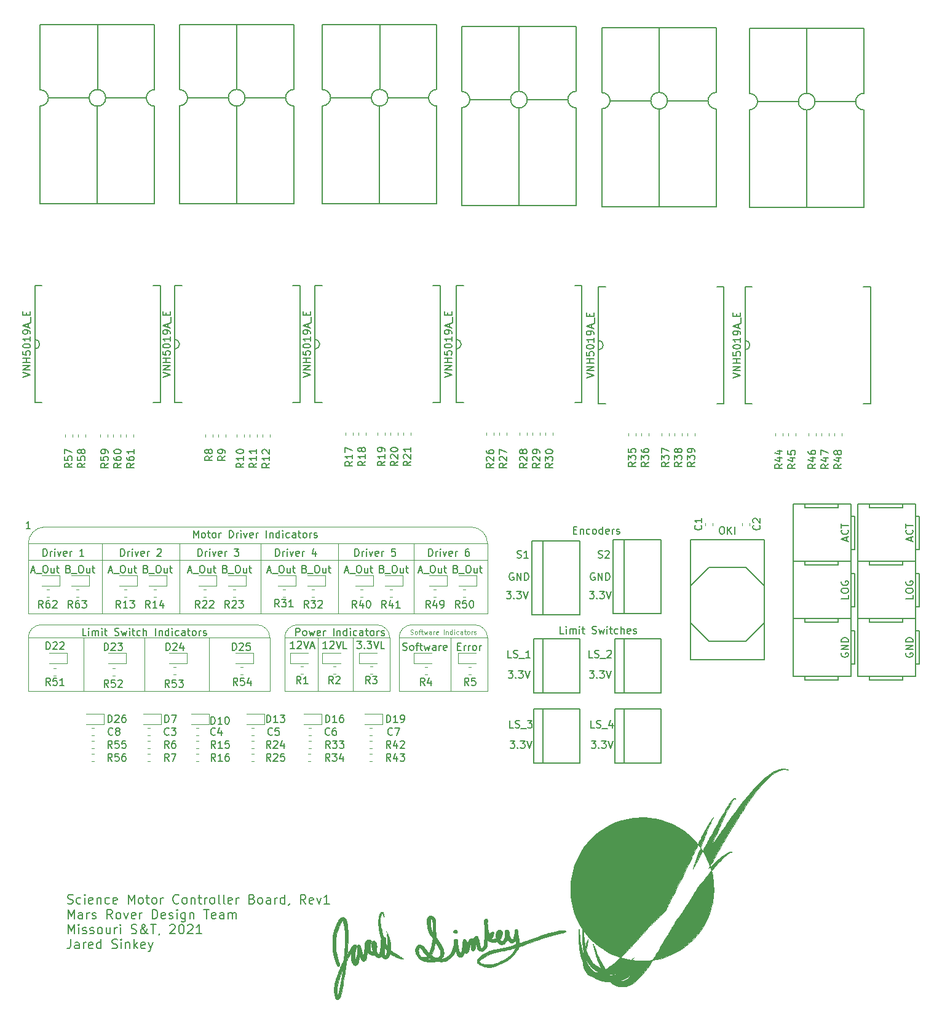
<source format=gbr>
G04 #@! TF.GenerationSoftware,KiCad,Pcbnew,(5.1.4)-1*
G04 #@! TF.CreationDate,2020-12-01T22:34:17-06:00*
G04 #@! TF.ProjectId,ScienceMotorController,53636965-6e63-4654-9d6f-746f72436f6e,rev?*
G04 #@! TF.SameCoordinates,Original*
G04 #@! TF.FileFunction,Legend,Top*
G04 #@! TF.FilePolarity,Positive*
%FSLAX46Y46*%
G04 Gerber Fmt 4.6, Leading zero omitted, Abs format (unit mm)*
G04 Created by KiCad (PCBNEW (5.1.4)-1) date 2020-12-01 22:34:17*
%MOMM*%
%LPD*%
G04 APERTURE LIST*
%ADD10C,0.150000*%
%ADD11C,0.076200*%
%ADD12C,0.120000*%
%ADD13C,0.010000*%
%ADD14C,0.152400*%
G04 APERTURE END LIST*
D10*
X109561904Y-106116380D02*
X109085714Y-106116380D01*
X109085714Y-105116380D01*
X109895238Y-106116380D02*
X109895238Y-105449714D01*
X109895238Y-105116380D02*
X109847619Y-105164000D01*
X109895238Y-105211619D01*
X109942857Y-105164000D01*
X109895238Y-105116380D01*
X109895238Y-105211619D01*
X110371428Y-106116380D02*
X110371428Y-105449714D01*
X110371428Y-105544952D02*
X110419047Y-105497333D01*
X110514285Y-105449714D01*
X110657142Y-105449714D01*
X110752380Y-105497333D01*
X110800000Y-105592571D01*
X110800000Y-106116380D01*
X110800000Y-105592571D02*
X110847619Y-105497333D01*
X110942857Y-105449714D01*
X111085714Y-105449714D01*
X111180952Y-105497333D01*
X111228571Y-105592571D01*
X111228571Y-106116380D01*
X111704761Y-106116380D02*
X111704761Y-105449714D01*
X111704761Y-105116380D02*
X111657142Y-105164000D01*
X111704761Y-105211619D01*
X111752380Y-105164000D01*
X111704761Y-105116380D01*
X111704761Y-105211619D01*
X112038095Y-105449714D02*
X112419047Y-105449714D01*
X112180952Y-105116380D02*
X112180952Y-105973523D01*
X112228571Y-106068761D01*
X112323809Y-106116380D01*
X112419047Y-106116380D01*
X113466666Y-106068761D02*
X113609523Y-106116380D01*
X113847619Y-106116380D01*
X113942857Y-106068761D01*
X113990476Y-106021142D01*
X114038095Y-105925904D01*
X114038095Y-105830666D01*
X113990476Y-105735428D01*
X113942857Y-105687809D01*
X113847619Y-105640190D01*
X113657142Y-105592571D01*
X113561904Y-105544952D01*
X113514285Y-105497333D01*
X113466666Y-105402095D01*
X113466666Y-105306857D01*
X113514285Y-105211619D01*
X113561904Y-105164000D01*
X113657142Y-105116380D01*
X113895238Y-105116380D01*
X114038095Y-105164000D01*
X114371428Y-105449714D02*
X114561904Y-106116380D01*
X114752380Y-105640190D01*
X114942857Y-106116380D01*
X115133333Y-105449714D01*
X115514285Y-106116380D02*
X115514285Y-105449714D01*
X115514285Y-105116380D02*
X115466666Y-105164000D01*
X115514285Y-105211619D01*
X115561904Y-105164000D01*
X115514285Y-105116380D01*
X115514285Y-105211619D01*
X115847619Y-105449714D02*
X116228571Y-105449714D01*
X115990476Y-105116380D02*
X115990476Y-105973523D01*
X116038095Y-106068761D01*
X116133333Y-106116380D01*
X116228571Y-106116380D01*
X116990476Y-106068761D02*
X116895238Y-106116380D01*
X116704761Y-106116380D01*
X116609523Y-106068761D01*
X116561904Y-106021142D01*
X116514285Y-105925904D01*
X116514285Y-105640190D01*
X116561904Y-105544952D01*
X116609523Y-105497333D01*
X116704761Y-105449714D01*
X116895238Y-105449714D01*
X116990476Y-105497333D01*
X117419047Y-106116380D02*
X117419047Y-105116380D01*
X117847619Y-106116380D02*
X117847619Y-105592571D01*
X117800000Y-105497333D01*
X117704761Y-105449714D01*
X117561904Y-105449714D01*
X117466666Y-105497333D01*
X117419047Y-105544952D01*
X118704761Y-106068761D02*
X118609523Y-106116380D01*
X118419047Y-106116380D01*
X118323809Y-106068761D01*
X118276190Y-105973523D01*
X118276190Y-105592571D01*
X118323809Y-105497333D01*
X118419047Y-105449714D01*
X118609523Y-105449714D01*
X118704761Y-105497333D01*
X118752380Y-105592571D01*
X118752380Y-105687809D01*
X118276190Y-105783047D01*
X119133333Y-106068761D02*
X119228571Y-106116380D01*
X119419047Y-106116380D01*
X119514285Y-106068761D01*
X119561904Y-105973523D01*
X119561904Y-105925904D01*
X119514285Y-105830666D01*
X119419047Y-105783047D01*
X119276190Y-105783047D01*
X119180952Y-105735428D01*
X119133333Y-105640190D01*
X119133333Y-105592571D01*
X119180952Y-105497333D01*
X119276190Y-105449714D01*
X119419047Y-105449714D01*
X119514285Y-105497333D01*
X110903142Y-91876571D02*
X111236476Y-91876571D01*
X111379333Y-92400380D02*
X110903142Y-92400380D01*
X110903142Y-91400380D01*
X111379333Y-91400380D01*
X111807904Y-91733714D02*
X111807904Y-92400380D01*
X111807904Y-91828952D02*
X111855523Y-91781333D01*
X111950761Y-91733714D01*
X112093619Y-91733714D01*
X112188857Y-91781333D01*
X112236476Y-91876571D01*
X112236476Y-92400380D01*
X113141238Y-92352761D02*
X113046000Y-92400380D01*
X112855523Y-92400380D01*
X112760285Y-92352761D01*
X112712666Y-92305142D01*
X112665047Y-92209904D01*
X112665047Y-91924190D01*
X112712666Y-91828952D01*
X112760285Y-91781333D01*
X112855523Y-91733714D01*
X113046000Y-91733714D01*
X113141238Y-91781333D01*
X113712666Y-92400380D02*
X113617428Y-92352761D01*
X113569809Y-92305142D01*
X113522190Y-92209904D01*
X113522190Y-91924190D01*
X113569809Y-91828952D01*
X113617428Y-91781333D01*
X113712666Y-91733714D01*
X113855523Y-91733714D01*
X113950761Y-91781333D01*
X113998380Y-91828952D01*
X114045999Y-91924190D01*
X114045999Y-92209904D01*
X113998380Y-92305142D01*
X113950761Y-92352761D01*
X113855523Y-92400380D01*
X113712666Y-92400380D01*
X114903142Y-92400380D02*
X114903142Y-91400380D01*
X114903142Y-92352761D02*
X114807904Y-92400380D01*
X114617428Y-92400380D01*
X114522190Y-92352761D01*
X114474571Y-92305142D01*
X114426952Y-92209904D01*
X114426952Y-91924190D01*
X114474571Y-91828952D01*
X114522190Y-91781333D01*
X114617428Y-91733714D01*
X114807904Y-91733714D01*
X114903142Y-91781333D01*
X115760285Y-92352761D02*
X115665047Y-92400380D01*
X115474571Y-92400380D01*
X115379333Y-92352761D01*
X115331714Y-92257523D01*
X115331714Y-91876571D01*
X115379333Y-91781333D01*
X115474571Y-91733714D01*
X115665047Y-91733714D01*
X115760285Y-91781333D01*
X115807904Y-91876571D01*
X115807904Y-91971809D01*
X115331714Y-92067047D01*
X116236476Y-92400380D02*
X116236476Y-91733714D01*
X116236476Y-91924190D02*
X116284095Y-91828952D01*
X116331714Y-91781333D01*
X116426952Y-91733714D01*
X116522190Y-91733714D01*
X116807904Y-92352761D02*
X116903142Y-92400380D01*
X117093619Y-92400380D01*
X117188857Y-92352761D01*
X117236476Y-92257523D01*
X117236476Y-92209904D01*
X117188857Y-92114666D01*
X117093619Y-92067047D01*
X116950761Y-92067047D01*
X116855523Y-92019428D01*
X116807904Y-91924190D01*
X116807904Y-91876571D01*
X116855523Y-91781333D01*
X116950761Y-91733714D01*
X117093619Y-91733714D01*
X117188857Y-91781333D01*
X113077809Y-100290380D02*
X113696857Y-100290380D01*
X113363523Y-100671333D01*
X113506380Y-100671333D01*
X113601619Y-100718952D01*
X113649238Y-100766571D01*
X113696857Y-100861809D01*
X113696857Y-101099904D01*
X113649238Y-101195142D01*
X113601619Y-101242761D01*
X113506380Y-101290380D01*
X113220666Y-101290380D01*
X113125428Y-101242761D01*
X113077809Y-101195142D01*
X114125428Y-101195142D02*
X114173047Y-101242761D01*
X114125428Y-101290380D01*
X114077809Y-101242761D01*
X114125428Y-101195142D01*
X114125428Y-101290380D01*
X114506380Y-100290380D02*
X115125428Y-100290380D01*
X114792095Y-100671333D01*
X114934952Y-100671333D01*
X115030190Y-100718952D01*
X115077809Y-100766571D01*
X115125428Y-100861809D01*
X115125428Y-101099904D01*
X115077809Y-101195142D01*
X115030190Y-101242761D01*
X114934952Y-101290380D01*
X114649238Y-101290380D01*
X114554000Y-101242761D01*
X114506380Y-101195142D01*
X115411142Y-100290380D02*
X115744476Y-101290380D01*
X116077809Y-100290380D01*
X113792095Y-97798000D02*
X113696857Y-97750380D01*
X113554000Y-97750380D01*
X113411142Y-97798000D01*
X113315904Y-97893238D01*
X113268285Y-97988476D01*
X113220666Y-98178952D01*
X113220666Y-98321809D01*
X113268285Y-98512285D01*
X113315904Y-98607523D01*
X113411142Y-98702761D01*
X113554000Y-98750380D01*
X113649238Y-98750380D01*
X113792095Y-98702761D01*
X113839714Y-98655142D01*
X113839714Y-98321809D01*
X113649238Y-98321809D01*
X114268285Y-98750380D02*
X114268285Y-97750380D01*
X114839714Y-98750380D01*
X114839714Y-97750380D01*
X115315904Y-98750380D02*
X115315904Y-97750380D01*
X115554000Y-97750380D01*
X115696857Y-97798000D01*
X115792095Y-97893238D01*
X115839714Y-97988476D01*
X115887333Y-98178952D01*
X115887333Y-98321809D01*
X115839714Y-98512285D01*
X115792095Y-98607523D01*
X115696857Y-98702761D01*
X115554000Y-98750380D01*
X115315904Y-98750380D01*
X114300095Y-95654761D02*
X114442952Y-95702380D01*
X114681047Y-95702380D01*
X114776285Y-95654761D01*
X114823904Y-95607142D01*
X114871523Y-95511904D01*
X114871523Y-95416666D01*
X114823904Y-95321428D01*
X114776285Y-95273809D01*
X114681047Y-95226190D01*
X114490571Y-95178571D01*
X114395333Y-95130952D01*
X114347714Y-95083333D01*
X114300095Y-94988095D01*
X114300095Y-94892857D01*
X114347714Y-94797619D01*
X114395333Y-94750000D01*
X114490571Y-94702380D01*
X114728666Y-94702380D01*
X114871523Y-94750000D01*
X115252476Y-94797619D02*
X115300095Y-94750000D01*
X115395333Y-94702380D01*
X115633428Y-94702380D01*
X115728666Y-94750000D01*
X115776285Y-94797619D01*
X115823904Y-94892857D01*
X115823904Y-94988095D01*
X115776285Y-95130952D01*
X115204857Y-95702380D01*
X115823904Y-95702380D01*
X103124095Y-95654761D02*
X103266952Y-95702380D01*
X103505047Y-95702380D01*
X103600285Y-95654761D01*
X103647904Y-95607142D01*
X103695523Y-95511904D01*
X103695523Y-95416666D01*
X103647904Y-95321428D01*
X103600285Y-95273809D01*
X103505047Y-95226190D01*
X103314571Y-95178571D01*
X103219333Y-95130952D01*
X103171714Y-95083333D01*
X103124095Y-94988095D01*
X103124095Y-94892857D01*
X103171714Y-94797619D01*
X103219333Y-94750000D01*
X103314571Y-94702380D01*
X103552666Y-94702380D01*
X103695523Y-94750000D01*
X104647904Y-95702380D02*
X104076476Y-95702380D01*
X104362190Y-95702380D02*
X104362190Y-94702380D01*
X104266952Y-94845238D01*
X104171714Y-94940476D01*
X104076476Y-94988095D01*
X102616095Y-97798000D02*
X102520857Y-97750380D01*
X102378000Y-97750380D01*
X102235142Y-97798000D01*
X102139904Y-97893238D01*
X102092285Y-97988476D01*
X102044666Y-98178952D01*
X102044666Y-98321809D01*
X102092285Y-98512285D01*
X102139904Y-98607523D01*
X102235142Y-98702761D01*
X102378000Y-98750380D01*
X102473238Y-98750380D01*
X102616095Y-98702761D01*
X102663714Y-98655142D01*
X102663714Y-98321809D01*
X102473238Y-98321809D01*
X103092285Y-98750380D02*
X103092285Y-97750380D01*
X103663714Y-98750380D01*
X103663714Y-97750380D01*
X104139904Y-98750380D02*
X104139904Y-97750380D01*
X104378000Y-97750380D01*
X104520857Y-97798000D01*
X104616095Y-97893238D01*
X104663714Y-97988476D01*
X104711333Y-98178952D01*
X104711333Y-98321809D01*
X104663714Y-98512285D01*
X104616095Y-98607523D01*
X104520857Y-98702761D01*
X104378000Y-98750380D01*
X104139904Y-98750380D01*
X101647809Y-100290380D02*
X102266857Y-100290380D01*
X101933523Y-100671333D01*
X102076380Y-100671333D01*
X102171619Y-100718952D01*
X102219238Y-100766571D01*
X102266857Y-100861809D01*
X102266857Y-101099904D01*
X102219238Y-101195142D01*
X102171619Y-101242761D01*
X102076380Y-101290380D01*
X101790666Y-101290380D01*
X101695428Y-101242761D01*
X101647809Y-101195142D01*
X102695428Y-101195142D02*
X102743047Y-101242761D01*
X102695428Y-101290380D01*
X102647809Y-101242761D01*
X102695428Y-101195142D01*
X102695428Y-101290380D01*
X103076380Y-100290380D02*
X103695428Y-100290380D01*
X103362095Y-100671333D01*
X103504952Y-100671333D01*
X103600190Y-100718952D01*
X103647809Y-100766571D01*
X103695428Y-100861809D01*
X103695428Y-101099904D01*
X103647809Y-101195142D01*
X103600190Y-101242761D01*
X103504952Y-101290380D01*
X103219238Y-101290380D01*
X103124000Y-101242761D01*
X103076380Y-101195142D01*
X103981142Y-100290380D02*
X104314476Y-101290380D01*
X104647809Y-100290380D01*
D11*
X88443404Y-106175023D02*
X88534119Y-106205261D01*
X88685309Y-106205261D01*
X88745785Y-106175023D01*
X88776023Y-106144785D01*
X88806261Y-106084309D01*
X88806261Y-106023833D01*
X88776023Y-105963357D01*
X88745785Y-105933119D01*
X88685309Y-105902880D01*
X88564357Y-105872642D01*
X88503880Y-105842404D01*
X88473642Y-105812166D01*
X88443404Y-105751690D01*
X88443404Y-105691214D01*
X88473642Y-105630738D01*
X88503880Y-105600500D01*
X88564357Y-105570261D01*
X88715547Y-105570261D01*
X88806261Y-105600500D01*
X89169119Y-106205261D02*
X89108642Y-106175023D01*
X89078404Y-106144785D01*
X89048166Y-106084309D01*
X89048166Y-105902880D01*
X89078404Y-105842404D01*
X89108642Y-105812166D01*
X89169119Y-105781928D01*
X89259833Y-105781928D01*
X89320309Y-105812166D01*
X89350547Y-105842404D01*
X89380785Y-105902880D01*
X89380785Y-106084309D01*
X89350547Y-106144785D01*
X89320309Y-106175023D01*
X89259833Y-106205261D01*
X89169119Y-106205261D01*
X89562214Y-105781928D02*
X89804119Y-105781928D01*
X89652928Y-106205261D02*
X89652928Y-105660976D01*
X89683166Y-105600500D01*
X89743642Y-105570261D01*
X89804119Y-105570261D01*
X89925071Y-105781928D02*
X90166976Y-105781928D01*
X90015785Y-105570261D02*
X90015785Y-106114547D01*
X90046023Y-106175023D01*
X90106500Y-106205261D01*
X90166976Y-106205261D01*
X90318166Y-105781928D02*
X90439119Y-106205261D01*
X90560071Y-105902880D01*
X90681023Y-106205261D01*
X90801976Y-105781928D01*
X91316023Y-106205261D02*
X91316023Y-105872642D01*
X91285785Y-105812166D01*
X91225309Y-105781928D01*
X91104357Y-105781928D01*
X91043880Y-105812166D01*
X91316023Y-106175023D02*
X91255547Y-106205261D01*
X91104357Y-106205261D01*
X91043880Y-106175023D01*
X91013642Y-106114547D01*
X91013642Y-106054071D01*
X91043880Y-105993595D01*
X91104357Y-105963357D01*
X91255547Y-105963357D01*
X91316023Y-105933119D01*
X91618404Y-106205261D02*
X91618404Y-105781928D01*
X91618404Y-105902880D02*
X91648642Y-105842404D01*
X91678880Y-105812166D01*
X91739357Y-105781928D01*
X91799833Y-105781928D01*
X92253404Y-106175023D02*
X92192928Y-106205261D01*
X92071976Y-106205261D01*
X92011500Y-106175023D01*
X91981261Y-106114547D01*
X91981261Y-105872642D01*
X92011500Y-105812166D01*
X92071976Y-105781928D01*
X92192928Y-105781928D01*
X92253404Y-105812166D01*
X92283642Y-105872642D01*
X92283642Y-105933119D01*
X91981261Y-105993595D01*
X93039595Y-106205261D02*
X93039595Y-105570261D01*
X93341976Y-105781928D02*
X93341976Y-106205261D01*
X93341976Y-105842404D02*
X93372214Y-105812166D01*
X93432690Y-105781928D01*
X93523404Y-105781928D01*
X93583880Y-105812166D01*
X93614119Y-105872642D01*
X93614119Y-106205261D01*
X94188642Y-106205261D02*
X94188642Y-105570261D01*
X94188642Y-106175023D02*
X94128166Y-106205261D01*
X94007214Y-106205261D01*
X93946738Y-106175023D01*
X93916500Y-106144785D01*
X93886261Y-106084309D01*
X93886261Y-105902880D01*
X93916500Y-105842404D01*
X93946738Y-105812166D01*
X94007214Y-105781928D01*
X94128166Y-105781928D01*
X94188642Y-105812166D01*
X94491023Y-106205261D02*
X94491023Y-105781928D01*
X94491023Y-105570261D02*
X94460785Y-105600500D01*
X94491023Y-105630738D01*
X94521261Y-105600500D01*
X94491023Y-105570261D01*
X94491023Y-105630738D01*
X95065547Y-106175023D02*
X95005071Y-106205261D01*
X94884119Y-106205261D01*
X94823642Y-106175023D01*
X94793404Y-106144785D01*
X94763166Y-106084309D01*
X94763166Y-105902880D01*
X94793404Y-105842404D01*
X94823642Y-105812166D01*
X94884119Y-105781928D01*
X95005071Y-105781928D01*
X95065547Y-105812166D01*
X95609833Y-106205261D02*
X95609833Y-105872642D01*
X95579595Y-105812166D01*
X95519119Y-105781928D01*
X95398166Y-105781928D01*
X95337690Y-105812166D01*
X95609833Y-106175023D02*
X95549357Y-106205261D01*
X95398166Y-106205261D01*
X95337690Y-106175023D01*
X95307452Y-106114547D01*
X95307452Y-106054071D01*
X95337690Y-105993595D01*
X95398166Y-105963357D01*
X95549357Y-105963357D01*
X95609833Y-105933119D01*
X95821500Y-105781928D02*
X96063404Y-105781928D01*
X95912214Y-105570261D02*
X95912214Y-106114547D01*
X95942452Y-106175023D01*
X96002928Y-106205261D01*
X96063404Y-106205261D01*
X96365785Y-106205261D02*
X96305309Y-106175023D01*
X96275071Y-106144785D01*
X96244833Y-106084309D01*
X96244833Y-105902880D01*
X96275071Y-105842404D01*
X96305309Y-105812166D01*
X96365785Y-105781928D01*
X96456500Y-105781928D01*
X96516976Y-105812166D01*
X96547214Y-105842404D01*
X96577452Y-105902880D01*
X96577452Y-106084309D01*
X96547214Y-106144785D01*
X96516976Y-106175023D01*
X96456500Y-106205261D01*
X96365785Y-106205261D01*
X96849595Y-106205261D02*
X96849595Y-105781928D01*
X96849595Y-105902880D02*
X96879833Y-105842404D01*
X96910071Y-105812166D01*
X96970547Y-105781928D01*
X97031023Y-105781928D01*
X97212452Y-106175023D02*
X97272928Y-106205261D01*
X97393880Y-106205261D01*
X97454357Y-106175023D01*
X97484595Y-106114547D01*
X97484595Y-106084309D01*
X97454357Y-106023833D01*
X97393880Y-105993595D01*
X97303166Y-105993595D01*
X97242690Y-105963357D01*
X97212452Y-105902880D01*
X97212452Y-105872642D01*
X97242690Y-105812166D01*
X97303166Y-105781928D01*
X97393880Y-105781928D01*
X97454357Y-105812166D01*
D12*
X97282000Y-104902000D02*
X88646000Y-104902000D01*
X97282000Y-104902000D02*
G75*
G02X99060000Y-106680000I0J-1778000D01*
G01*
X86868000Y-106680000D02*
G75*
G02X88646000Y-104902000I1778000J0D01*
G01*
X93980000Y-106680000D02*
X93980000Y-114046000D01*
X99060000Y-114046000D02*
X86868000Y-114046000D01*
X99060000Y-106680000D02*
X99060000Y-114046000D01*
X86868000Y-106680000D02*
X99060000Y-106680000D01*
X86868000Y-114046000D02*
X86868000Y-106680000D01*
D10*
X72668571Y-106370380D02*
X72668571Y-105370380D01*
X73049523Y-105370380D01*
X73144761Y-105418000D01*
X73192380Y-105465619D01*
X73240000Y-105560857D01*
X73240000Y-105703714D01*
X73192380Y-105798952D01*
X73144761Y-105846571D01*
X73049523Y-105894190D01*
X72668571Y-105894190D01*
X73811428Y-106370380D02*
X73716190Y-106322761D01*
X73668571Y-106275142D01*
X73620952Y-106179904D01*
X73620952Y-105894190D01*
X73668571Y-105798952D01*
X73716190Y-105751333D01*
X73811428Y-105703714D01*
X73954285Y-105703714D01*
X74049523Y-105751333D01*
X74097142Y-105798952D01*
X74144761Y-105894190D01*
X74144761Y-106179904D01*
X74097142Y-106275142D01*
X74049523Y-106322761D01*
X73954285Y-106370380D01*
X73811428Y-106370380D01*
X74478095Y-105703714D02*
X74668571Y-106370380D01*
X74859047Y-105894190D01*
X75049523Y-106370380D01*
X75240000Y-105703714D01*
X76001904Y-106322761D02*
X75906666Y-106370380D01*
X75716190Y-106370380D01*
X75620952Y-106322761D01*
X75573333Y-106227523D01*
X75573333Y-105846571D01*
X75620952Y-105751333D01*
X75716190Y-105703714D01*
X75906666Y-105703714D01*
X76001904Y-105751333D01*
X76049523Y-105846571D01*
X76049523Y-105941809D01*
X75573333Y-106037047D01*
X76478095Y-106370380D02*
X76478095Y-105703714D01*
X76478095Y-105894190D02*
X76525714Y-105798952D01*
X76573333Y-105751333D01*
X76668571Y-105703714D01*
X76763809Y-105703714D01*
X77859047Y-106370380D02*
X77859047Y-105370380D01*
X78335238Y-105703714D02*
X78335238Y-106370380D01*
X78335238Y-105798952D02*
X78382857Y-105751333D01*
X78478095Y-105703714D01*
X78620952Y-105703714D01*
X78716190Y-105751333D01*
X78763809Y-105846571D01*
X78763809Y-106370380D01*
X79668571Y-106370380D02*
X79668571Y-105370380D01*
X79668571Y-106322761D02*
X79573333Y-106370380D01*
X79382857Y-106370380D01*
X79287619Y-106322761D01*
X79240000Y-106275142D01*
X79192380Y-106179904D01*
X79192380Y-105894190D01*
X79240000Y-105798952D01*
X79287619Y-105751333D01*
X79382857Y-105703714D01*
X79573333Y-105703714D01*
X79668571Y-105751333D01*
X80144761Y-106370380D02*
X80144761Y-105703714D01*
X80144761Y-105370380D02*
X80097142Y-105418000D01*
X80144761Y-105465619D01*
X80192380Y-105418000D01*
X80144761Y-105370380D01*
X80144761Y-105465619D01*
X81049523Y-106322761D02*
X80954285Y-106370380D01*
X80763809Y-106370380D01*
X80668571Y-106322761D01*
X80620952Y-106275142D01*
X80573333Y-106179904D01*
X80573333Y-105894190D01*
X80620952Y-105798952D01*
X80668571Y-105751333D01*
X80763809Y-105703714D01*
X80954285Y-105703714D01*
X81049523Y-105751333D01*
X81906666Y-106370380D02*
X81906666Y-105846571D01*
X81859047Y-105751333D01*
X81763809Y-105703714D01*
X81573333Y-105703714D01*
X81478095Y-105751333D01*
X81906666Y-106322761D02*
X81811428Y-106370380D01*
X81573333Y-106370380D01*
X81478095Y-106322761D01*
X81430476Y-106227523D01*
X81430476Y-106132285D01*
X81478095Y-106037047D01*
X81573333Y-105989428D01*
X81811428Y-105989428D01*
X81906666Y-105941809D01*
X82240000Y-105703714D02*
X82620952Y-105703714D01*
X82382857Y-105370380D02*
X82382857Y-106227523D01*
X82430476Y-106322761D01*
X82525714Y-106370380D01*
X82620952Y-106370380D01*
X83097142Y-106370380D02*
X83001904Y-106322761D01*
X82954285Y-106275142D01*
X82906666Y-106179904D01*
X82906666Y-105894190D01*
X82954285Y-105798952D01*
X83001904Y-105751333D01*
X83097142Y-105703714D01*
X83240000Y-105703714D01*
X83335238Y-105751333D01*
X83382857Y-105798952D01*
X83430476Y-105894190D01*
X83430476Y-106179904D01*
X83382857Y-106275142D01*
X83335238Y-106322761D01*
X83240000Y-106370380D01*
X83097142Y-106370380D01*
X83859047Y-106370380D02*
X83859047Y-105703714D01*
X83859047Y-105894190D02*
X83906666Y-105798952D01*
X83954285Y-105751333D01*
X84049523Y-105703714D01*
X84144761Y-105703714D01*
X84430476Y-106322761D02*
X84525714Y-106370380D01*
X84716190Y-106370380D01*
X84811428Y-106322761D01*
X84859047Y-106227523D01*
X84859047Y-106179904D01*
X84811428Y-106084666D01*
X84716190Y-106037047D01*
X84573333Y-106037047D01*
X84478095Y-105989428D01*
X84430476Y-105894190D01*
X84430476Y-105846571D01*
X84478095Y-105751333D01*
X84573333Y-105703714D01*
X84716190Y-105703714D01*
X84811428Y-105751333D01*
D12*
X83058000Y-104902000D02*
X83820000Y-104902000D01*
X83820000Y-104902000D02*
G75*
G02X85598000Y-106680000I0J-1778000D01*
G01*
X72898000Y-104902000D02*
X83058000Y-104902000D01*
X71120000Y-106680000D02*
G75*
G02X72898000Y-104902000I1778000J0D01*
G01*
X80518000Y-106680000D02*
X80518000Y-114046000D01*
X75692000Y-106680000D02*
X75692000Y-114046000D01*
X85598000Y-114046000D02*
X85598000Y-106680000D01*
X71120000Y-114046000D02*
X85598000Y-114046000D01*
X71120000Y-106680000D02*
X71120000Y-114046000D01*
X71374000Y-106680000D02*
X71120000Y-106680000D01*
X71374000Y-106680000D02*
X85598000Y-106680000D01*
X60706000Y-106680000D02*
X60706000Y-114046000D01*
X51816000Y-106680000D02*
X51816000Y-114046000D01*
X43434000Y-106680000D02*
X43434000Y-114046000D01*
X67310000Y-104902000D02*
G75*
G02X69088000Y-106680000I0J-1778000D01*
G01*
X35814000Y-106680000D02*
G75*
G02X37592000Y-104902000I1778000J0D01*
G01*
X67310000Y-104902000D02*
X37592000Y-104902000D01*
X69088000Y-106680000D02*
X69088000Y-106934000D01*
X45720000Y-106680000D02*
X69088000Y-106680000D01*
X69088000Y-114046000D02*
X69088000Y-106934000D01*
X35814000Y-114046000D02*
X69088000Y-114046000D01*
X35814000Y-106680000D02*
X35814000Y-114046000D01*
X45720000Y-106680000D02*
X35814000Y-106680000D01*
D10*
X43816000Y-106370380D02*
X43339809Y-106370380D01*
X43339809Y-105370380D01*
X44149333Y-106370380D02*
X44149333Y-105703714D01*
X44149333Y-105370380D02*
X44101714Y-105418000D01*
X44149333Y-105465619D01*
X44196952Y-105418000D01*
X44149333Y-105370380D01*
X44149333Y-105465619D01*
X44625523Y-106370380D02*
X44625523Y-105703714D01*
X44625523Y-105798952D02*
X44673142Y-105751333D01*
X44768380Y-105703714D01*
X44911238Y-105703714D01*
X45006476Y-105751333D01*
X45054095Y-105846571D01*
X45054095Y-106370380D01*
X45054095Y-105846571D02*
X45101714Y-105751333D01*
X45196952Y-105703714D01*
X45339809Y-105703714D01*
X45435047Y-105751333D01*
X45482666Y-105846571D01*
X45482666Y-106370380D01*
X45958857Y-106370380D02*
X45958857Y-105703714D01*
X45958857Y-105370380D02*
X45911238Y-105418000D01*
X45958857Y-105465619D01*
X46006476Y-105418000D01*
X45958857Y-105370380D01*
X45958857Y-105465619D01*
X46292190Y-105703714D02*
X46673142Y-105703714D01*
X46435047Y-105370380D02*
X46435047Y-106227523D01*
X46482666Y-106322761D01*
X46577904Y-106370380D01*
X46673142Y-106370380D01*
X47720761Y-106322761D02*
X47863619Y-106370380D01*
X48101714Y-106370380D01*
X48196952Y-106322761D01*
X48244571Y-106275142D01*
X48292190Y-106179904D01*
X48292190Y-106084666D01*
X48244571Y-105989428D01*
X48196952Y-105941809D01*
X48101714Y-105894190D01*
X47911238Y-105846571D01*
X47816000Y-105798952D01*
X47768380Y-105751333D01*
X47720761Y-105656095D01*
X47720761Y-105560857D01*
X47768380Y-105465619D01*
X47816000Y-105418000D01*
X47911238Y-105370380D01*
X48149333Y-105370380D01*
X48292190Y-105418000D01*
X48625523Y-105703714D02*
X48816000Y-106370380D01*
X49006476Y-105894190D01*
X49196952Y-106370380D01*
X49387428Y-105703714D01*
X49768380Y-106370380D02*
X49768380Y-105703714D01*
X49768380Y-105370380D02*
X49720761Y-105418000D01*
X49768380Y-105465619D01*
X49816000Y-105418000D01*
X49768380Y-105370380D01*
X49768380Y-105465619D01*
X50101714Y-105703714D02*
X50482666Y-105703714D01*
X50244571Y-105370380D02*
X50244571Y-106227523D01*
X50292190Y-106322761D01*
X50387428Y-106370380D01*
X50482666Y-106370380D01*
X51244571Y-106322761D02*
X51149333Y-106370380D01*
X50958857Y-106370380D01*
X50863619Y-106322761D01*
X50816000Y-106275142D01*
X50768380Y-106179904D01*
X50768380Y-105894190D01*
X50816000Y-105798952D01*
X50863619Y-105751333D01*
X50958857Y-105703714D01*
X51149333Y-105703714D01*
X51244571Y-105751333D01*
X51673142Y-106370380D02*
X51673142Y-105370380D01*
X52101714Y-106370380D02*
X52101714Y-105846571D01*
X52054095Y-105751333D01*
X51958857Y-105703714D01*
X51816000Y-105703714D01*
X51720761Y-105751333D01*
X51673142Y-105798952D01*
X53339809Y-106370380D02*
X53339809Y-105370380D01*
X53816000Y-105703714D02*
X53816000Y-106370380D01*
X53816000Y-105798952D02*
X53863619Y-105751333D01*
X53958857Y-105703714D01*
X54101714Y-105703714D01*
X54196952Y-105751333D01*
X54244571Y-105846571D01*
X54244571Y-106370380D01*
X55149333Y-106370380D02*
X55149333Y-105370380D01*
X55149333Y-106322761D02*
X55054095Y-106370380D01*
X54863619Y-106370380D01*
X54768380Y-106322761D01*
X54720761Y-106275142D01*
X54673142Y-106179904D01*
X54673142Y-105894190D01*
X54720761Y-105798952D01*
X54768380Y-105751333D01*
X54863619Y-105703714D01*
X55054095Y-105703714D01*
X55149333Y-105751333D01*
X55625523Y-106370380D02*
X55625523Y-105703714D01*
X55625523Y-105370380D02*
X55577904Y-105418000D01*
X55625523Y-105465619D01*
X55673142Y-105418000D01*
X55625523Y-105370380D01*
X55625523Y-105465619D01*
X56530285Y-106322761D02*
X56435047Y-106370380D01*
X56244571Y-106370380D01*
X56149333Y-106322761D01*
X56101714Y-106275142D01*
X56054095Y-106179904D01*
X56054095Y-105894190D01*
X56101714Y-105798952D01*
X56149333Y-105751333D01*
X56244571Y-105703714D01*
X56435047Y-105703714D01*
X56530285Y-105751333D01*
X57387428Y-106370380D02*
X57387428Y-105846571D01*
X57339809Y-105751333D01*
X57244571Y-105703714D01*
X57054095Y-105703714D01*
X56958857Y-105751333D01*
X57387428Y-106322761D02*
X57292190Y-106370380D01*
X57054095Y-106370380D01*
X56958857Y-106322761D01*
X56911238Y-106227523D01*
X56911238Y-106132285D01*
X56958857Y-106037047D01*
X57054095Y-105989428D01*
X57292190Y-105989428D01*
X57387428Y-105941809D01*
X57720761Y-105703714D02*
X58101714Y-105703714D01*
X57863619Y-105370380D02*
X57863619Y-106227523D01*
X57911238Y-106322761D01*
X58006476Y-106370380D01*
X58101714Y-106370380D01*
X58577904Y-106370380D02*
X58482666Y-106322761D01*
X58435047Y-106275142D01*
X58387428Y-106179904D01*
X58387428Y-105894190D01*
X58435047Y-105798952D01*
X58482666Y-105751333D01*
X58577904Y-105703714D01*
X58720761Y-105703714D01*
X58815999Y-105751333D01*
X58863619Y-105798952D01*
X58911238Y-105894190D01*
X58911238Y-106179904D01*
X58863619Y-106275142D01*
X58815999Y-106322761D01*
X58720761Y-106370380D01*
X58577904Y-106370380D01*
X59339809Y-106370380D02*
X59339809Y-105703714D01*
X59339809Y-105894190D02*
X59387428Y-105798952D01*
X59435047Y-105751333D01*
X59530285Y-105703714D01*
X59625523Y-105703714D01*
X59911238Y-106322761D02*
X60006476Y-106370380D01*
X60196952Y-106370380D01*
X60292190Y-106322761D01*
X60339809Y-106227523D01*
X60339809Y-106179904D01*
X60292190Y-106084666D01*
X60196952Y-106037047D01*
X60054095Y-106037047D01*
X59958857Y-105989428D01*
X59911238Y-105894190D01*
X59911238Y-105846571D01*
X59958857Y-105751333D01*
X60054095Y-105703714D01*
X60196952Y-105703714D01*
X60292190Y-105751333D01*
D12*
X67818000Y-96012000D02*
X67818000Y-103378000D01*
X35814000Y-93726000D02*
G75*
G02X38100000Y-91440000I2286000J0D01*
G01*
X96774000Y-91440000D02*
X38100000Y-91440000D01*
X96774000Y-91440000D02*
G75*
G02X99060000Y-93726000I0J-2286000D01*
G01*
X45974000Y-96012000D02*
X45974000Y-103378000D01*
X56642000Y-96012000D02*
X56642000Y-103378000D01*
X78486000Y-96012000D02*
X78486000Y-103378000D01*
X88900000Y-93726000D02*
X88900000Y-103378000D01*
X78486000Y-96012000D02*
X78486000Y-93726000D01*
X67818000Y-96012000D02*
X67818000Y-93726000D01*
X56642000Y-96012000D02*
X56642000Y-93726000D01*
X45974000Y-96012000D02*
X45974000Y-93726000D01*
X35814000Y-93726000D02*
X35814000Y-96012000D01*
X99060000Y-93726000D02*
X35814000Y-93726000D01*
X99060000Y-96012000D02*
X99060000Y-93726000D01*
D10*
X58579809Y-92908380D02*
X58579809Y-91908380D01*
X58913142Y-92622666D01*
X59246476Y-91908380D01*
X59246476Y-92908380D01*
X59865523Y-92908380D02*
X59770285Y-92860761D01*
X59722666Y-92813142D01*
X59675047Y-92717904D01*
X59675047Y-92432190D01*
X59722666Y-92336952D01*
X59770285Y-92289333D01*
X59865523Y-92241714D01*
X60008380Y-92241714D01*
X60103619Y-92289333D01*
X60151238Y-92336952D01*
X60198857Y-92432190D01*
X60198857Y-92717904D01*
X60151238Y-92813142D01*
X60103619Y-92860761D01*
X60008380Y-92908380D01*
X59865523Y-92908380D01*
X60484571Y-92241714D02*
X60865523Y-92241714D01*
X60627428Y-91908380D02*
X60627428Y-92765523D01*
X60675047Y-92860761D01*
X60770285Y-92908380D01*
X60865523Y-92908380D01*
X61341714Y-92908380D02*
X61246476Y-92860761D01*
X61198857Y-92813142D01*
X61151238Y-92717904D01*
X61151238Y-92432190D01*
X61198857Y-92336952D01*
X61246476Y-92289333D01*
X61341714Y-92241714D01*
X61484571Y-92241714D01*
X61579809Y-92289333D01*
X61627428Y-92336952D01*
X61675047Y-92432190D01*
X61675047Y-92717904D01*
X61627428Y-92813142D01*
X61579809Y-92860761D01*
X61484571Y-92908380D01*
X61341714Y-92908380D01*
X62103619Y-92908380D02*
X62103619Y-92241714D01*
X62103619Y-92432190D02*
X62151238Y-92336952D01*
X62198857Y-92289333D01*
X62294095Y-92241714D01*
X62389333Y-92241714D01*
X63484571Y-92908380D02*
X63484571Y-91908380D01*
X63722666Y-91908380D01*
X63865523Y-91956000D01*
X63960761Y-92051238D01*
X64008380Y-92146476D01*
X64056000Y-92336952D01*
X64056000Y-92479809D01*
X64008380Y-92670285D01*
X63960761Y-92765523D01*
X63865523Y-92860761D01*
X63722666Y-92908380D01*
X63484571Y-92908380D01*
X64484571Y-92908380D02*
X64484571Y-92241714D01*
X64484571Y-92432190D02*
X64532190Y-92336952D01*
X64579809Y-92289333D01*
X64675047Y-92241714D01*
X64770285Y-92241714D01*
X65103619Y-92908380D02*
X65103619Y-92241714D01*
X65103619Y-91908380D02*
X65056000Y-91956000D01*
X65103619Y-92003619D01*
X65151238Y-91956000D01*
X65103619Y-91908380D01*
X65103619Y-92003619D01*
X65484571Y-92241714D02*
X65722666Y-92908380D01*
X65960761Y-92241714D01*
X66722666Y-92860761D02*
X66627428Y-92908380D01*
X66436952Y-92908380D01*
X66341714Y-92860761D01*
X66294095Y-92765523D01*
X66294095Y-92384571D01*
X66341714Y-92289333D01*
X66436952Y-92241714D01*
X66627428Y-92241714D01*
X66722666Y-92289333D01*
X66770285Y-92384571D01*
X66770285Y-92479809D01*
X66294095Y-92575047D01*
X67198857Y-92908380D02*
X67198857Y-92241714D01*
X67198857Y-92432190D02*
X67246476Y-92336952D01*
X67294095Y-92289333D01*
X67389333Y-92241714D01*
X67484571Y-92241714D01*
X68579809Y-92908380D02*
X68579809Y-91908380D01*
X69056000Y-92241714D02*
X69056000Y-92908380D01*
X69056000Y-92336952D02*
X69103619Y-92289333D01*
X69198857Y-92241714D01*
X69341714Y-92241714D01*
X69436952Y-92289333D01*
X69484571Y-92384571D01*
X69484571Y-92908380D01*
X70389333Y-92908380D02*
X70389333Y-91908380D01*
X70389333Y-92860761D02*
X70294095Y-92908380D01*
X70103619Y-92908380D01*
X70008380Y-92860761D01*
X69960761Y-92813142D01*
X69913142Y-92717904D01*
X69913142Y-92432190D01*
X69960761Y-92336952D01*
X70008380Y-92289333D01*
X70103619Y-92241714D01*
X70294095Y-92241714D01*
X70389333Y-92289333D01*
X70865523Y-92908380D02*
X70865523Y-92241714D01*
X70865523Y-91908380D02*
X70817904Y-91956000D01*
X70865523Y-92003619D01*
X70913142Y-91956000D01*
X70865523Y-91908380D01*
X70865523Y-92003619D01*
X71770285Y-92860761D02*
X71675047Y-92908380D01*
X71484571Y-92908380D01*
X71389333Y-92860761D01*
X71341714Y-92813142D01*
X71294095Y-92717904D01*
X71294095Y-92432190D01*
X71341714Y-92336952D01*
X71389333Y-92289333D01*
X71484571Y-92241714D01*
X71675047Y-92241714D01*
X71770285Y-92289333D01*
X72627428Y-92908380D02*
X72627428Y-92384571D01*
X72579809Y-92289333D01*
X72484571Y-92241714D01*
X72294095Y-92241714D01*
X72198857Y-92289333D01*
X72627428Y-92860761D02*
X72532190Y-92908380D01*
X72294095Y-92908380D01*
X72198857Y-92860761D01*
X72151238Y-92765523D01*
X72151238Y-92670285D01*
X72198857Y-92575047D01*
X72294095Y-92527428D01*
X72532190Y-92527428D01*
X72627428Y-92479809D01*
X72960761Y-92241714D02*
X73341714Y-92241714D01*
X73103619Y-91908380D02*
X73103619Y-92765523D01*
X73151238Y-92860761D01*
X73246476Y-92908380D01*
X73341714Y-92908380D01*
X73817904Y-92908380D02*
X73722666Y-92860761D01*
X73675047Y-92813142D01*
X73627428Y-92717904D01*
X73627428Y-92432190D01*
X73675047Y-92336952D01*
X73722666Y-92289333D01*
X73817904Y-92241714D01*
X73960761Y-92241714D01*
X74056000Y-92289333D01*
X74103619Y-92336952D01*
X74151238Y-92432190D01*
X74151238Y-92717904D01*
X74103619Y-92813142D01*
X74056000Y-92860761D01*
X73960761Y-92908380D01*
X73817904Y-92908380D01*
X74579809Y-92908380D02*
X74579809Y-92241714D01*
X74579809Y-92432190D02*
X74627428Y-92336952D01*
X74675047Y-92289333D01*
X74770285Y-92241714D01*
X74865523Y-92241714D01*
X75151238Y-92860761D02*
X75246476Y-92908380D01*
X75436952Y-92908380D01*
X75532190Y-92860761D01*
X75579809Y-92765523D01*
X75579809Y-92717904D01*
X75532190Y-92622666D01*
X75436952Y-92575047D01*
X75294095Y-92575047D01*
X75198857Y-92527428D01*
X75151238Y-92432190D01*
X75151238Y-92384571D01*
X75198857Y-92289333D01*
X75294095Y-92241714D01*
X75436952Y-92241714D01*
X75532190Y-92289333D01*
D12*
X99060000Y-103378000D02*
X90424000Y-103378000D01*
X99060000Y-103124000D02*
X99060000Y-103378000D01*
X99060000Y-96012000D02*
X99060000Y-103124000D01*
X90424000Y-96012000D02*
X99060000Y-96012000D01*
X35814000Y-103378000D02*
X90424000Y-103378000D01*
X35814000Y-96012000D02*
X35814000Y-103378000D01*
X90424000Y-96012000D02*
X35814000Y-96012000D01*
D10*
X90940285Y-95448380D02*
X90940285Y-94448380D01*
X91178380Y-94448380D01*
X91321238Y-94496000D01*
X91416476Y-94591238D01*
X91464095Y-94686476D01*
X91511714Y-94876952D01*
X91511714Y-95019809D01*
X91464095Y-95210285D01*
X91416476Y-95305523D01*
X91321238Y-95400761D01*
X91178380Y-95448380D01*
X90940285Y-95448380D01*
X91940285Y-95448380D02*
X91940285Y-94781714D01*
X91940285Y-94972190D02*
X91987904Y-94876952D01*
X92035523Y-94829333D01*
X92130761Y-94781714D01*
X92226000Y-94781714D01*
X92559333Y-95448380D02*
X92559333Y-94781714D01*
X92559333Y-94448380D02*
X92511714Y-94496000D01*
X92559333Y-94543619D01*
X92606952Y-94496000D01*
X92559333Y-94448380D01*
X92559333Y-94543619D01*
X92940285Y-94781714D02*
X93178380Y-95448380D01*
X93416476Y-94781714D01*
X94178380Y-95400761D02*
X94083142Y-95448380D01*
X93892666Y-95448380D01*
X93797428Y-95400761D01*
X93749809Y-95305523D01*
X93749809Y-94924571D01*
X93797428Y-94829333D01*
X93892666Y-94781714D01*
X94083142Y-94781714D01*
X94178380Y-94829333D01*
X94226000Y-94924571D01*
X94226000Y-95019809D01*
X93749809Y-95115047D01*
X94654571Y-95448380D02*
X94654571Y-94781714D01*
X94654571Y-94972190D02*
X94702190Y-94876952D01*
X94749809Y-94829333D01*
X94845047Y-94781714D01*
X94940285Y-94781714D01*
X96464095Y-94448380D02*
X96273619Y-94448380D01*
X96178380Y-94496000D01*
X96130761Y-94543619D01*
X96035523Y-94686476D01*
X95987904Y-94876952D01*
X95987904Y-95257904D01*
X96035523Y-95353142D01*
X96083142Y-95400761D01*
X96178380Y-95448380D01*
X96368857Y-95448380D01*
X96464095Y-95400761D01*
X96511714Y-95353142D01*
X96559333Y-95257904D01*
X96559333Y-95019809D01*
X96511714Y-94924571D01*
X96464095Y-94876952D01*
X96368857Y-94829333D01*
X96178380Y-94829333D01*
X96083142Y-94876952D01*
X96035523Y-94924571D01*
X95987904Y-95019809D01*
X80780285Y-95448380D02*
X80780285Y-94448380D01*
X81018380Y-94448380D01*
X81161238Y-94496000D01*
X81256476Y-94591238D01*
X81304095Y-94686476D01*
X81351714Y-94876952D01*
X81351714Y-95019809D01*
X81304095Y-95210285D01*
X81256476Y-95305523D01*
X81161238Y-95400761D01*
X81018380Y-95448380D01*
X80780285Y-95448380D01*
X81780285Y-95448380D02*
X81780285Y-94781714D01*
X81780285Y-94972190D02*
X81827904Y-94876952D01*
X81875523Y-94829333D01*
X81970761Y-94781714D01*
X82066000Y-94781714D01*
X82399333Y-95448380D02*
X82399333Y-94781714D01*
X82399333Y-94448380D02*
X82351714Y-94496000D01*
X82399333Y-94543619D01*
X82446952Y-94496000D01*
X82399333Y-94448380D01*
X82399333Y-94543619D01*
X82780285Y-94781714D02*
X83018380Y-95448380D01*
X83256476Y-94781714D01*
X84018380Y-95400761D02*
X83923142Y-95448380D01*
X83732666Y-95448380D01*
X83637428Y-95400761D01*
X83589809Y-95305523D01*
X83589809Y-94924571D01*
X83637428Y-94829333D01*
X83732666Y-94781714D01*
X83923142Y-94781714D01*
X84018380Y-94829333D01*
X84066000Y-94924571D01*
X84066000Y-95019809D01*
X83589809Y-95115047D01*
X84494571Y-95448380D02*
X84494571Y-94781714D01*
X84494571Y-94972190D02*
X84542190Y-94876952D01*
X84589809Y-94829333D01*
X84685047Y-94781714D01*
X84780285Y-94781714D01*
X86351714Y-94448380D02*
X85875523Y-94448380D01*
X85827904Y-94924571D01*
X85875523Y-94876952D01*
X85970761Y-94829333D01*
X86208857Y-94829333D01*
X86304095Y-94876952D01*
X86351714Y-94924571D01*
X86399333Y-95019809D01*
X86399333Y-95257904D01*
X86351714Y-95353142D01*
X86304095Y-95400761D01*
X86208857Y-95448380D01*
X85970761Y-95448380D01*
X85875523Y-95400761D01*
X85827904Y-95353142D01*
X69858285Y-95448380D02*
X69858285Y-94448380D01*
X70096380Y-94448380D01*
X70239238Y-94496000D01*
X70334476Y-94591238D01*
X70382095Y-94686476D01*
X70429714Y-94876952D01*
X70429714Y-95019809D01*
X70382095Y-95210285D01*
X70334476Y-95305523D01*
X70239238Y-95400761D01*
X70096380Y-95448380D01*
X69858285Y-95448380D01*
X70858285Y-95448380D02*
X70858285Y-94781714D01*
X70858285Y-94972190D02*
X70905904Y-94876952D01*
X70953523Y-94829333D01*
X71048761Y-94781714D01*
X71144000Y-94781714D01*
X71477333Y-95448380D02*
X71477333Y-94781714D01*
X71477333Y-94448380D02*
X71429714Y-94496000D01*
X71477333Y-94543619D01*
X71524952Y-94496000D01*
X71477333Y-94448380D01*
X71477333Y-94543619D01*
X71858285Y-94781714D02*
X72096380Y-95448380D01*
X72334476Y-94781714D01*
X73096380Y-95400761D02*
X73001142Y-95448380D01*
X72810666Y-95448380D01*
X72715428Y-95400761D01*
X72667809Y-95305523D01*
X72667809Y-94924571D01*
X72715428Y-94829333D01*
X72810666Y-94781714D01*
X73001142Y-94781714D01*
X73096380Y-94829333D01*
X73144000Y-94924571D01*
X73144000Y-95019809D01*
X72667809Y-95115047D01*
X73572571Y-95448380D02*
X73572571Y-94781714D01*
X73572571Y-94972190D02*
X73620190Y-94876952D01*
X73667809Y-94829333D01*
X73763047Y-94781714D01*
X73858285Y-94781714D01*
X75382095Y-94781714D02*
X75382095Y-95448380D01*
X75144000Y-94400761D02*
X74905904Y-95115047D01*
X75524952Y-95115047D01*
X59190285Y-95448380D02*
X59190285Y-94448380D01*
X59428380Y-94448380D01*
X59571238Y-94496000D01*
X59666476Y-94591238D01*
X59714095Y-94686476D01*
X59761714Y-94876952D01*
X59761714Y-95019809D01*
X59714095Y-95210285D01*
X59666476Y-95305523D01*
X59571238Y-95400761D01*
X59428380Y-95448380D01*
X59190285Y-95448380D01*
X60190285Y-95448380D02*
X60190285Y-94781714D01*
X60190285Y-94972190D02*
X60237904Y-94876952D01*
X60285523Y-94829333D01*
X60380761Y-94781714D01*
X60476000Y-94781714D01*
X60809333Y-95448380D02*
X60809333Y-94781714D01*
X60809333Y-94448380D02*
X60761714Y-94496000D01*
X60809333Y-94543619D01*
X60856952Y-94496000D01*
X60809333Y-94448380D01*
X60809333Y-94543619D01*
X61190285Y-94781714D02*
X61428380Y-95448380D01*
X61666476Y-94781714D01*
X62428380Y-95400761D02*
X62333142Y-95448380D01*
X62142666Y-95448380D01*
X62047428Y-95400761D01*
X61999809Y-95305523D01*
X61999809Y-94924571D01*
X62047428Y-94829333D01*
X62142666Y-94781714D01*
X62333142Y-94781714D01*
X62428380Y-94829333D01*
X62476000Y-94924571D01*
X62476000Y-95019809D01*
X61999809Y-95115047D01*
X62904571Y-95448380D02*
X62904571Y-94781714D01*
X62904571Y-94972190D02*
X62952190Y-94876952D01*
X62999809Y-94829333D01*
X63095047Y-94781714D01*
X63190285Y-94781714D01*
X64190285Y-94448380D02*
X64809333Y-94448380D01*
X64476000Y-94829333D01*
X64618857Y-94829333D01*
X64714095Y-94876952D01*
X64761714Y-94924571D01*
X64809333Y-95019809D01*
X64809333Y-95257904D01*
X64761714Y-95353142D01*
X64714095Y-95400761D01*
X64618857Y-95448380D01*
X64333142Y-95448380D01*
X64237904Y-95400761D01*
X64190285Y-95353142D01*
X48522285Y-95448380D02*
X48522285Y-94448380D01*
X48760380Y-94448380D01*
X48903238Y-94496000D01*
X48998476Y-94591238D01*
X49046095Y-94686476D01*
X49093714Y-94876952D01*
X49093714Y-95019809D01*
X49046095Y-95210285D01*
X48998476Y-95305523D01*
X48903238Y-95400761D01*
X48760380Y-95448380D01*
X48522285Y-95448380D01*
X49522285Y-95448380D02*
X49522285Y-94781714D01*
X49522285Y-94972190D02*
X49569904Y-94876952D01*
X49617523Y-94829333D01*
X49712761Y-94781714D01*
X49808000Y-94781714D01*
X50141333Y-95448380D02*
X50141333Y-94781714D01*
X50141333Y-94448380D02*
X50093714Y-94496000D01*
X50141333Y-94543619D01*
X50188952Y-94496000D01*
X50141333Y-94448380D01*
X50141333Y-94543619D01*
X50522285Y-94781714D02*
X50760380Y-95448380D01*
X50998476Y-94781714D01*
X51760380Y-95400761D02*
X51665142Y-95448380D01*
X51474666Y-95448380D01*
X51379428Y-95400761D01*
X51331809Y-95305523D01*
X51331809Y-94924571D01*
X51379428Y-94829333D01*
X51474666Y-94781714D01*
X51665142Y-94781714D01*
X51760380Y-94829333D01*
X51808000Y-94924571D01*
X51808000Y-95019809D01*
X51331809Y-95115047D01*
X52236571Y-95448380D02*
X52236571Y-94781714D01*
X52236571Y-94972190D02*
X52284190Y-94876952D01*
X52331809Y-94829333D01*
X52427047Y-94781714D01*
X52522285Y-94781714D01*
X53569904Y-94543619D02*
X53617523Y-94496000D01*
X53712761Y-94448380D01*
X53950857Y-94448380D01*
X54046095Y-94496000D01*
X54093714Y-94543619D01*
X54141333Y-94638857D01*
X54141333Y-94734095D01*
X54093714Y-94876952D01*
X53522285Y-95448380D01*
X54141333Y-95448380D01*
X37854285Y-95448380D02*
X37854285Y-94448380D01*
X38092380Y-94448380D01*
X38235238Y-94496000D01*
X38330476Y-94591238D01*
X38378095Y-94686476D01*
X38425714Y-94876952D01*
X38425714Y-95019809D01*
X38378095Y-95210285D01*
X38330476Y-95305523D01*
X38235238Y-95400761D01*
X38092380Y-95448380D01*
X37854285Y-95448380D01*
X38854285Y-95448380D02*
X38854285Y-94781714D01*
X38854285Y-94972190D02*
X38901904Y-94876952D01*
X38949523Y-94829333D01*
X39044761Y-94781714D01*
X39140000Y-94781714D01*
X39473333Y-95448380D02*
X39473333Y-94781714D01*
X39473333Y-94448380D02*
X39425714Y-94496000D01*
X39473333Y-94543619D01*
X39520952Y-94496000D01*
X39473333Y-94448380D01*
X39473333Y-94543619D01*
X39854285Y-94781714D02*
X40092380Y-95448380D01*
X40330476Y-94781714D01*
X41092380Y-95400761D02*
X40997142Y-95448380D01*
X40806666Y-95448380D01*
X40711428Y-95400761D01*
X40663809Y-95305523D01*
X40663809Y-94924571D01*
X40711428Y-94829333D01*
X40806666Y-94781714D01*
X40997142Y-94781714D01*
X41092380Y-94829333D01*
X41140000Y-94924571D01*
X41140000Y-95019809D01*
X40663809Y-95115047D01*
X41568571Y-95448380D02*
X41568571Y-94781714D01*
X41568571Y-94972190D02*
X41616190Y-94876952D01*
X41663809Y-94829333D01*
X41759047Y-94781714D01*
X41854285Y-94781714D01*
X43473333Y-95448380D02*
X42901904Y-95448380D01*
X43187619Y-95448380D02*
X43187619Y-94448380D01*
X43092380Y-94591238D01*
X42997142Y-94686476D01*
X42901904Y-94734095D01*
X113784190Y-119070380D02*
X113308000Y-119070380D01*
X113308000Y-118070380D01*
X114069904Y-119022761D02*
X114212761Y-119070380D01*
X114450857Y-119070380D01*
X114546095Y-119022761D01*
X114593714Y-118975142D01*
X114641333Y-118879904D01*
X114641333Y-118784666D01*
X114593714Y-118689428D01*
X114546095Y-118641809D01*
X114450857Y-118594190D01*
X114260380Y-118546571D01*
X114165142Y-118498952D01*
X114117523Y-118451333D01*
X114069904Y-118356095D01*
X114069904Y-118260857D01*
X114117523Y-118165619D01*
X114165142Y-118118000D01*
X114260380Y-118070380D01*
X114498476Y-118070380D01*
X114641333Y-118118000D01*
X114831809Y-119165619D02*
X115593714Y-119165619D01*
X116260380Y-118403714D02*
X116260380Y-119070380D01*
X116022285Y-118022761D02*
X115784190Y-118737047D01*
X116403238Y-118737047D01*
X113331809Y-120864380D02*
X113950857Y-120864380D01*
X113617523Y-121245333D01*
X113760380Y-121245333D01*
X113855619Y-121292952D01*
X113903238Y-121340571D01*
X113950857Y-121435809D01*
X113950857Y-121673904D01*
X113903238Y-121769142D01*
X113855619Y-121816761D01*
X113760380Y-121864380D01*
X113474666Y-121864380D01*
X113379428Y-121816761D01*
X113331809Y-121769142D01*
X114379428Y-121769142D02*
X114427047Y-121816761D01*
X114379428Y-121864380D01*
X114331809Y-121816761D01*
X114379428Y-121769142D01*
X114379428Y-121864380D01*
X114760380Y-120864380D02*
X115379428Y-120864380D01*
X115046095Y-121245333D01*
X115188952Y-121245333D01*
X115284190Y-121292952D01*
X115331809Y-121340571D01*
X115379428Y-121435809D01*
X115379428Y-121673904D01*
X115331809Y-121769142D01*
X115284190Y-121816761D01*
X115188952Y-121864380D01*
X114903238Y-121864380D01*
X114808000Y-121816761D01*
X114760380Y-121769142D01*
X115665142Y-120864380D02*
X115998476Y-121864380D01*
X116331809Y-120864380D01*
X102155809Y-120864380D02*
X102774857Y-120864380D01*
X102441523Y-121245333D01*
X102584380Y-121245333D01*
X102679619Y-121292952D01*
X102727238Y-121340571D01*
X102774857Y-121435809D01*
X102774857Y-121673904D01*
X102727238Y-121769142D01*
X102679619Y-121816761D01*
X102584380Y-121864380D01*
X102298666Y-121864380D01*
X102203428Y-121816761D01*
X102155809Y-121769142D01*
X103203428Y-121769142D02*
X103251047Y-121816761D01*
X103203428Y-121864380D01*
X103155809Y-121816761D01*
X103203428Y-121769142D01*
X103203428Y-121864380D01*
X103584380Y-120864380D02*
X104203428Y-120864380D01*
X103870095Y-121245333D01*
X104012952Y-121245333D01*
X104108190Y-121292952D01*
X104155809Y-121340571D01*
X104203428Y-121435809D01*
X104203428Y-121673904D01*
X104155809Y-121769142D01*
X104108190Y-121816761D01*
X104012952Y-121864380D01*
X103727238Y-121864380D01*
X103632000Y-121816761D01*
X103584380Y-121769142D01*
X104489142Y-120864380D02*
X104822476Y-121864380D01*
X105155809Y-120864380D01*
X102608190Y-119070380D02*
X102132000Y-119070380D01*
X102132000Y-118070380D01*
X102893904Y-119022761D02*
X103036761Y-119070380D01*
X103274857Y-119070380D01*
X103370095Y-119022761D01*
X103417714Y-118975142D01*
X103465333Y-118879904D01*
X103465333Y-118784666D01*
X103417714Y-118689428D01*
X103370095Y-118641809D01*
X103274857Y-118594190D01*
X103084380Y-118546571D01*
X102989142Y-118498952D01*
X102941523Y-118451333D01*
X102893904Y-118356095D01*
X102893904Y-118260857D01*
X102941523Y-118165619D01*
X102989142Y-118118000D01*
X103084380Y-118070380D01*
X103322476Y-118070380D01*
X103465333Y-118118000D01*
X103655809Y-119165619D02*
X104417714Y-119165619D01*
X104560571Y-118070380D02*
X105179619Y-118070380D01*
X104846285Y-118451333D01*
X104989142Y-118451333D01*
X105084380Y-118498952D01*
X105132000Y-118546571D01*
X105179619Y-118641809D01*
X105179619Y-118879904D01*
X105132000Y-118975142D01*
X105084380Y-119022761D01*
X104989142Y-119070380D01*
X104703428Y-119070380D01*
X104608190Y-119022761D01*
X104560571Y-118975142D01*
X113077809Y-111212380D02*
X113696857Y-111212380D01*
X113363523Y-111593333D01*
X113506380Y-111593333D01*
X113601619Y-111640952D01*
X113649238Y-111688571D01*
X113696857Y-111783809D01*
X113696857Y-112021904D01*
X113649238Y-112117142D01*
X113601619Y-112164761D01*
X113506380Y-112212380D01*
X113220666Y-112212380D01*
X113125428Y-112164761D01*
X113077809Y-112117142D01*
X114125428Y-112117142D02*
X114173047Y-112164761D01*
X114125428Y-112212380D01*
X114077809Y-112164761D01*
X114125428Y-112117142D01*
X114125428Y-112212380D01*
X114506380Y-111212380D02*
X115125428Y-111212380D01*
X114792095Y-111593333D01*
X114934952Y-111593333D01*
X115030190Y-111640952D01*
X115077809Y-111688571D01*
X115125428Y-111783809D01*
X115125428Y-112021904D01*
X115077809Y-112117142D01*
X115030190Y-112164761D01*
X114934952Y-112212380D01*
X114649238Y-112212380D01*
X114554000Y-112164761D01*
X114506380Y-112117142D01*
X115411142Y-111212380D02*
X115744476Y-112212380D01*
X116077809Y-111212380D01*
X113530190Y-109418380D02*
X113054000Y-109418380D01*
X113054000Y-108418380D01*
X113815904Y-109370761D02*
X113958761Y-109418380D01*
X114196857Y-109418380D01*
X114292095Y-109370761D01*
X114339714Y-109323142D01*
X114387333Y-109227904D01*
X114387333Y-109132666D01*
X114339714Y-109037428D01*
X114292095Y-108989809D01*
X114196857Y-108942190D01*
X114006380Y-108894571D01*
X113911142Y-108846952D01*
X113863523Y-108799333D01*
X113815904Y-108704095D01*
X113815904Y-108608857D01*
X113863523Y-108513619D01*
X113911142Y-108466000D01*
X114006380Y-108418380D01*
X114244476Y-108418380D01*
X114387333Y-108466000D01*
X114577809Y-109513619D02*
X115339714Y-109513619D01*
X115530190Y-108513619D02*
X115577809Y-108466000D01*
X115673047Y-108418380D01*
X115911142Y-108418380D01*
X116006380Y-108466000D01*
X116054000Y-108513619D01*
X116101619Y-108608857D01*
X116101619Y-108704095D01*
X116054000Y-108846952D01*
X115482571Y-109418380D01*
X116101619Y-109418380D01*
X101901809Y-111212380D02*
X102520857Y-111212380D01*
X102187523Y-111593333D01*
X102330380Y-111593333D01*
X102425619Y-111640952D01*
X102473238Y-111688571D01*
X102520857Y-111783809D01*
X102520857Y-112021904D01*
X102473238Y-112117142D01*
X102425619Y-112164761D01*
X102330380Y-112212380D01*
X102044666Y-112212380D01*
X101949428Y-112164761D01*
X101901809Y-112117142D01*
X102949428Y-112117142D02*
X102997047Y-112164761D01*
X102949428Y-112212380D01*
X102901809Y-112164761D01*
X102949428Y-112117142D01*
X102949428Y-112212380D01*
X103330380Y-111212380D02*
X103949428Y-111212380D01*
X103616095Y-111593333D01*
X103758952Y-111593333D01*
X103854190Y-111640952D01*
X103901809Y-111688571D01*
X103949428Y-111783809D01*
X103949428Y-112021904D01*
X103901809Y-112117142D01*
X103854190Y-112164761D01*
X103758952Y-112212380D01*
X103473238Y-112212380D01*
X103378000Y-112164761D01*
X103330380Y-112117142D01*
X104235142Y-111212380D02*
X104568476Y-112212380D01*
X104901809Y-111212380D01*
X102354190Y-109418380D02*
X101878000Y-109418380D01*
X101878000Y-108418380D01*
X102639904Y-109370761D02*
X102782761Y-109418380D01*
X103020857Y-109418380D01*
X103116095Y-109370761D01*
X103163714Y-109323142D01*
X103211333Y-109227904D01*
X103211333Y-109132666D01*
X103163714Y-109037428D01*
X103116095Y-108989809D01*
X103020857Y-108942190D01*
X102830380Y-108894571D01*
X102735142Y-108846952D01*
X102687523Y-108799333D01*
X102639904Y-108704095D01*
X102639904Y-108608857D01*
X102687523Y-108513619D01*
X102735142Y-108466000D01*
X102830380Y-108418380D01*
X103068476Y-108418380D01*
X103211333Y-108466000D01*
X103401809Y-109513619D02*
X104163714Y-109513619D01*
X104925619Y-109418380D02*
X104354190Y-109418380D01*
X104639904Y-109418380D02*
X104639904Y-108418380D01*
X104544666Y-108561238D01*
X104449428Y-108656476D01*
X104354190Y-108704095D01*
X41233404Y-143227547D02*
X41414833Y-143288023D01*
X41717214Y-143288023D01*
X41838166Y-143227547D01*
X41898642Y-143167071D01*
X41959119Y-143046119D01*
X41959119Y-142925166D01*
X41898642Y-142804214D01*
X41838166Y-142743738D01*
X41717214Y-142683261D01*
X41475309Y-142622785D01*
X41354357Y-142562309D01*
X41293880Y-142501833D01*
X41233404Y-142380880D01*
X41233404Y-142259928D01*
X41293880Y-142138976D01*
X41354357Y-142078500D01*
X41475309Y-142018023D01*
X41777690Y-142018023D01*
X41959119Y-142078500D01*
X43047690Y-143227547D02*
X42926738Y-143288023D01*
X42684833Y-143288023D01*
X42563880Y-143227547D01*
X42503404Y-143167071D01*
X42442928Y-143046119D01*
X42442928Y-142683261D01*
X42503404Y-142562309D01*
X42563880Y-142501833D01*
X42684833Y-142441357D01*
X42926738Y-142441357D01*
X43047690Y-142501833D01*
X43591976Y-143288023D02*
X43591976Y-142441357D01*
X43591976Y-142018023D02*
X43531500Y-142078500D01*
X43591976Y-142138976D01*
X43652452Y-142078500D01*
X43591976Y-142018023D01*
X43591976Y-142138976D01*
X44680547Y-143227547D02*
X44559595Y-143288023D01*
X44317690Y-143288023D01*
X44196738Y-143227547D01*
X44136261Y-143106595D01*
X44136261Y-142622785D01*
X44196738Y-142501833D01*
X44317690Y-142441357D01*
X44559595Y-142441357D01*
X44680547Y-142501833D01*
X44741023Y-142622785D01*
X44741023Y-142743738D01*
X44136261Y-142864690D01*
X45285309Y-142441357D02*
X45285309Y-143288023D01*
X45285309Y-142562309D02*
X45345785Y-142501833D01*
X45466738Y-142441357D01*
X45648166Y-142441357D01*
X45769119Y-142501833D01*
X45829595Y-142622785D01*
X45829595Y-143288023D01*
X46978642Y-143227547D02*
X46857690Y-143288023D01*
X46615785Y-143288023D01*
X46494833Y-143227547D01*
X46434357Y-143167071D01*
X46373880Y-143046119D01*
X46373880Y-142683261D01*
X46434357Y-142562309D01*
X46494833Y-142501833D01*
X46615785Y-142441357D01*
X46857690Y-142441357D01*
X46978642Y-142501833D01*
X48006738Y-143227547D02*
X47885785Y-143288023D01*
X47643880Y-143288023D01*
X47522928Y-143227547D01*
X47462452Y-143106595D01*
X47462452Y-142622785D01*
X47522928Y-142501833D01*
X47643880Y-142441357D01*
X47885785Y-142441357D01*
X48006738Y-142501833D01*
X48067214Y-142622785D01*
X48067214Y-142743738D01*
X47462452Y-142864690D01*
X49579119Y-143288023D02*
X49579119Y-142018023D01*
X50002452Y-142925166D01*
X50425785Y-142018023D01*
X50425785Y-143288023D01*
X51211976Y-143288023D02*
X51091023Y-143227547D01*
X51030547Y-143167071D01*
X50970071Y-143046119D01*
X50970071Y-142683261D01*
X51030547Y-142562309D01*
X51091023Y-142501833D01*
X51211976Y-142441357D01*
X51393404Y-142441357D01*
X51514357Y-142501833D01*
X51574833Y-142562309D01*
X51635309Y-142683261D01*
X51635309Y-143046119D01*
X51574833Y-143167071D01*
X51514357Y-143227547D01*
X51393404Y-143288023D01*
X51211976Y-143288023D01*
X51998166Y-142441357D02*
X52481976Y-142441357D01*
X52179595Y-142018023D02*
X52179595Y-143106595D01*
X52240071Y-143227547D01*
X52361023Y-143288023D01*
X52481976Y-143288023D01*
X53086738Y-143288023D02*
X52965785Y-143227547D01*
X52905309Y-143167071D01*
X52844833Y-143046119D01*
X52844833Y-142683261D01*
X52905309Y-142562309D01*
X52965785Y-142501833D01*
X53086738Y-142441357D01*
X53268166Y-142441357D01*
X53389119Y-142501833D01*
X53449595Y-142562309D01*
X53510071Y-142683261D01*
X53510071Y-143046119D01*
X53449595Y-143167071D01*
X53389119Y-143227547D01*
X53268166Y-143288023D01*
X53086738Y-143288023D01*
X54054357Y-143288023D02*
X54054357Y-142441357D01*
X54054357Y-142683261D02*
X54114833Y-142562309D01*
X54175309Y-142501833D01*
X54296261Y-142441357D01*
X54417214Y-142441357D01*
X56533880Y-143167071D02*
X56473404Y-143227547D01*
X56291976Y-143288023D01*
X56171023Y-143288023D01*
X55989595Y-143227547D01*
X55868642Y-143106595D01*
X55808166Y-142985642D01*
X55747690Y-142743738D01*
X55747690Y-142562309D01*
X55808166Y-142320404D01*
X55868642Y-142199452D01*
X55989595Y-142078500D01*
X56171023Y-142018023D01*
X56291976Y-142018023D01*
X56473404Y-142078500D01*
X56533880Y-142138976D01*
X57259595Y-143288023D02*
X57138642Y-143227547D01*
X57078166Y-143167071D01*
X57017690Y-143046119D01*
X57017690Y-142683261D01*
X57078166Y-142562309D01*
X57138642Y-142501833D01*
X57259595Y-142441357D01*
X57441023Y-142441357D01*
X57561976Y-142501833D01*
X57622452Y-142562309D01*
X57682928Y-142683261D01*
X57682928Y-143046119D01*
X57622452Y-143167071D01*
X57561976Y-143227547D01*
X57441023Y-143288023D01*
X57259595Y-143288023D01*
X58227214Y-142441357D02*
X58227214Y-143288023D01*
X58227214Y-142562309D02*
X58287690Y-142501833D01*
X58408642Y-142441357D01*
X58590071Y-142441357D01*
X58711023Y-142501833D01*
X58771500Y-142622785D01*
X58771500Y-143288023D01*
X59194833Y-142441357D02*
X59678642Y-142441357D01*
X59376261Y-142018023D02*
X59376261Y-143106595D01*
X59436738Y-143227547D01*
X59557690Y-143288023D01*
X59678642Y-143288023D01*
X60101976Y-143288023D02*
X60101976Y-142441357D01*
X60101976Y-142683261D02*
X60162452Y-142562309D01*
X60222928Y-142501833D01*
X60343880Y-142441357D01*
X60464833Y-142441357D01*
X61069595Y-143288023D02*
X60948642Y-143227547D01*
X60888166Y-143167071D01*
X60827690Y-143046119D01*
X60827690Y-142683261D01*
X60888166Y-142562309D01*
X60948642Y-142501833D01*
X61069595Y-142441357D01*
X61251023Y-142441357D01*
X61371976Y-142501833D01*
X61432452Y-142562309D01*
X61492928Y-142683261D01*
X61492928Y-143046119D01*
X61432452Y-143167071D01*
X61371976Y-143227547D01*
X61251023Y-143288023D01*
X61069595Y-143288023D01*
X62218642Y-143288023D02*
X62097690Y-143227547D01*
X62037214Y-143106595D01*
X62037214Y-142018023D01*
X62883880Y-143288023D02*
X62762928Y-143227547D01*
X62702452Y-143106595D01*
X62702452Y-142018023D01*
X63851500Y-143227547D02*
X63730547Y-143288023D01*
X63488642Y-143288023D01*
X63367690Y-143227547D01*
X63307214Y-143106595D01*
X63307214Y-142622785D01*
X63367690Y-142501833D01*
X63488642Y-142441357D01*
X63730547Y-142441357D01*
X63851500Y-142501833D01*
X63911976Y-142622785D01*
X63911976Y-142743738D01*
X63307214Y-142864690D01*
X64456261Y-143288023D02*
X64456261Y-142441357D01*
X64456261Y-142683261D02*
X64516738Y-142562309D01*
X64577214Y-142501833D01*
X64698166Y-142441357D01*
X64819119Y-142441357D01*
X66633404Y-142622785D02*
X66814833Y-142683261D01*
X66875309Y-142743738D01*
X66935785Y-142864690D01*
X66935785Y-143046119D01*
X66875309Y-143167071D01*
X66814833Y-143227547D01*
X66693880Y-143288023D01*
X66210071Y-143288023D01*
X66210071Y-142018023D01*
X66633404Y-142018023D01*
X66754357Y-142078500D01*
X66814833Y-142138976D01*
X66875309Y-142259928D01*
X66875309Y-142380880D01*
X66814833Y-142501833D01*
X66754357Y-142562309D01*
X66633404Y-142622785D01*
X66210071Y-142622785D01*
X67661500Y-143288023D02*
X67540547Y-143227547D01*
X67480071Y-143167071D01*
X67419595Y-143046119D01*
X67419595Y-142683261D01*
X67480071Y-142562309D01*
X67540547Y-142501833D01*
X67661500Y-142441357D01*
X67842928Y-142441357D01*
X67963880Y-142501833D01*
X68024357Y-142562309D01*
X68084833Y-142683261D01*
X68084833Y-143046119D01*
X68024357Y-143167071D01*
X67963880Y-143227547D01*
X67842928Y-143288023D01*
X67661500Y-143288023D01*
X69173404Y-143288023D02*
X69173404Y-142622785D01*
X69112928Y-142501833D01*
X68991976Y-142441357D01*
X68750071Y-142441357D01*
X68629119Y-142501833D01*
X69173404Y-143227547D02*
X69052452Y-143288023D01*
X68750071Y-143288023D01*
X68629119Y-143227547D01*
X68568642Y-143106595D01*
X68568642Y-142985642D01*
X68629119Y-142864690D01*
X68750071Y-142804214D01*
X69052452Y-142804214D01*
X69173404Y-142743738D01*
X69778166Y-143288023D02*
X69778166Y-142441357D01*
X69778166Y-142683261D02*
X69838642Y-142562309D01*
X69899119Y-142501833D01*
X70020071Y-142441357D01*
X70141023Y-142441357D01*
X71108642Y-143288023D02*
X71108642Y-142018023D01*
X71108642Y-143227547D02*
X70987690Y-143288023D01*
X70745785Y-143288023D01*
X70624833Y-143227547D01*
X70564357Y-143167071D01*
X70503880Y-143046119D01*
X70503880Y-142683261D01*
X70564357Y-142562309D01*
X70624833Y-142501833D01*
X70745785Y-142441357D01*
X70987690Y-142441357D01*
X71108642Y-142501833D01*
X71773880Y-143227547D02*
X71773880Y-143288023D01*
X71713404Y-143408976D01*
X71652928Y-143469452D01*
X74011500Y-143288023D02*
X73588166Y-142683261D01*
X73285785Y-143288023D02*
X73285785Y-142018023D01*
X73769595Y-142018023D01*
X73890547Y-142078500D01*
X73951023Y-142138976D01*
X74011500Y-142259928D01*
X74011500Y-142441357D01*
X73951023Y-142562309D01*
X73890547Y-142622785D01*
X73769595Y-142683261D01*
X73285785Y-142683261D01*
X75039595Y-143227547D02*
X74918642Y-143288023D01*
X74676738Y-143288023D01*
X74555785Y-143227547D01*
X74495309Y-143106595D01*
X74495309Y-142622785D01*
X74555785Y-142501833D01*
X74676738Y-142441357D01*
X74918642Y-142441357D01*
X75039595Y-142501833D01*
X75100071Y-142622785D01*
X75100071Y-142743738D01*
X74495309Y-142864690D01*
X75523404Y-142441357D02*
X75825785Y-143288023D01*
X76128166Y-142441357D01*
X77277214Y-143288023D02*
X76551500Y-143288023D01*
X76914357Y-143288023D02*
X76914357Y-142018023D01*
X76793404Y-142199452D01*
X76672452Y-142320404D01*
X76551500Y-142380880D01*
X41293880Y-145343023D02*
X41293880Y-144073023D01*
X41717214Y-144980166D01*
X42140547Y-144073023D01*
X42140547Y-145343023D01*
X43289595Y-145343023D02*
X43289595Y-144677785D01*
X43229119Y-144556833D01*
X43108166Y-144496357D01*
X42866261Y-144496357D01*
X42745309Y-144556833D01*
X43289595Y-145282547D02*
X43168642Y-145343023D01*
X42866261Y-145343023D01*
X42745309Y-145282547D01*
X42684833Y-145161595D01*
X42684833Y-145040642D01*
X42745309Y-144919690D01*
X42866261Y-144859214D01*
X43168642Y-144859214D01*
X43289595Y-144798738D01*
X43894357Y-145343023D02*
X43894357Y-144496357D01*
X43894357Y-144738261D02*
X43954833Y-144617309D01*
X44015309Y-144556833D01*
X44136261Y-144496357D01*
X44257214Y-144496357D01*
X44620071Y-145282547D02*
X44741023Y-145343023D01*
X44982928Y-145343023D01*
X45103880Y-145282547D01*
X45164357Y-145161595D01*
X45164357Y-145101119D01*
X45103880Y-144980166D01*
X44982928Y-144919690D01*
X44801500Y-144919690D01*
X44680547Y-144859214D01*
X44620071Y-144738261D01*
X44620071Y-144677785D01*
X44680547Y-144556833D01*
X44801500Y-144496357D01*
X44982928Y-144496357D01*
X45103880Y-144556833D01*
X47401976Y-145343023D02*
X46978642Y-144738261D01*
X46676261Y-145343023D02*
X46676261Y-144073023D01*
X47160071Y-144073023D01*
X47281023Y-144133500D01*
X47341500Y-144193976D01*
X47401976Y-144314928D01*
X47401976Y-144496357D01*
X47341500Y-144617309D01*
X47281023Y-144677785D01*
X47160071Y-144738261D01*
X46676261Y-144738261D01*
X48127690Y-145343023D02*
X48006738Y-145282547D01*
X47946261Y-145222071D01*
X47885785Y-145101119D01*
X47885785Y-144738261D01*
X47946261Y-144617309D01*
X48006738Y-144556833D01*
X48127690Y-144496357D01*
X48309119Y-144496357D01*
X48430071Y-144556833D01*
X48490547Y-144617309D01*
X48551023Y-144738261D01*
X48551023Y-145101119D01*
X48490547Y-145222071D01*
X48430071Y-145282547D01*
X48309119Y-145343023D01*
X48127690Y-145343023D01*
X48974357Y-144496357D02*
X49276738Y-145343023D01*
X49579119Y-144496357D01*
X50546738Y-145282547D02*
X50425785Y-145343023D01*
X50183880Y-145343023D01*
X50062928Y-145282547D01*
X50002452Y-145161595D01*
X50002452Y-144677785D01*
X50062928Y-144556833D01*
X50183880Y-144496357D01*
X50425785Y-144496357D01*
X50546738Y-144556833D01*
X50607214Y-144677785D01*
X50607214Y-144798738D01*
X50002452Y-144919690D01*
X51151500Y-145343023D02*
X51151500Y-144496357D01*
X51151500Y-144738261D02*
X51211976Y-144617309D01*
X51272452Y-144556833D01*
X51393404Y-144496357D01*
X51514357Y-144496357D01*
X52905309Y-145343023D02*
X52905309Y-144073023D01*
X53207690Y-144073023D01*
X53389119Y-144133500D01*
X53510071Y-144254452D01*
X53570547Y-144375404D01*
X53631023Y-144617309D01*
X53631023Y-144798738D01*
X53570547Y-145040642D01*
X53510071Y-145161595D01*
X53389119Y-145282547D01*
X53207690Y-145343023D01*
X52905309Y-145343023D01*
X54659119Y-145282547D02*
X54538166Y-145343023D01*
X54296261Y-145343023D01*
X54175309Y-145282547D01*
X54114833Y-145161595D01*
X54114833Y-144677785D01*
X54175309Y-144556833D01*
X54296261Y-144496357D01*
X54538166Y-144496357D01*
X54659119Y-144556833D01*
X54719595Y-144677785D01*
X54719595Y-144798738D01*
X54114833Y-144919690D01*
X55203404Y-145282547D02*
X55324357Y-145343023D01*
X55566261Y-145343023D01*
X55687214Y-145282547D01*
X55747690Y-145161595D01*
X55747690Y-145101119D01*
X55687214Y-144980166D01*
X55566261Y-144919690D01*
X55384833Y-144919690D01*
X55263880Y-144859214D01*
X55203404Y-144738261D01*
X55203404Y-144677785D01*
X55263880Y-144556833D01*
X55384833Y-144496357D01*
X55566261Y-144496357D01*
X55687214Y-144556833D01*
X56291976Y-145343023D02*
X56291976Y-144496357D01*
X56291976Y-144073023D02*
X56231500Y-144133500D01*
X56291976Y-144193976D01*
X56352452Y-144133500D01*
X56291976Y-144073023D01*
X56291976Y-144193976D01*
X57441023Y-144496357D02*
X57441023Y-145524452D01*
X57380547Y-145645404D01*
X57320071Y-145705880D01*
X57199119Y-145766357D01*
X57017690Y-145766357D01*
X56896738Y-145705880D01*
X57441023Y-145282547D02*
X57320071Y-145343023D01*
X57078166Y-145343023D01*
X56957214Y-145282547D01*
X56896738Y-145222071D01*
X56836261Y-145101119D01*
X56836261Y-144738261D01*
X56896738Y-144617309D01*
X56957214Y-144556833D01*
X57078166Y-144496357D01*
X57320071Y-144496357D01*
X57441023Y-144556833D01*
X58045785Y-144496357D02*
X58045785Y-145343023D01*
X58045785Y-144617309D02*
X58106261Y-144556833D01*
X58227214Y-144496357D01*
X58408642Y-144496357D01*
X58529595Y-144556833D01*
X58590071Y-144677785D01*
X58590071Y-145343023D01*
X59981023Y-144073023D02*
X60706738Y-144073023D01*
X60343880Y-145343023D02*
X60343880Y-144073023D01*
X61613880Y-145282547D02*
X61492928Y-145343023D01*
X61251023Y-145343023D01*
X61130071Y-145282547D01*
X61069595Y-145161595D01*
X61069595Y-144677785D01*
X61130071Y-144556833D01*
X61251023Y-144496357D01*
X61492928Y-144496357D01*
X61613880Y-144556833D01*
X61674357Y-144677785D01*
X61674357Y-144798738D01*
X61069595Y-144919690D01*
X62762928Y-145343023D02*
X62762928Y-144677785D01*
X62702452Y-144556833D01*
X62581500Y-144496357D01*
X62339595Y-144496357D01*
X62218642Y-144556833D01*
X62762928Y-145282547D02*
X62641976Y-145343023D01*
X62339595Y-145343023D01*
X62218642Y-145282547D01*
X62158166Y-145161595D01*
X62158166Y-145040642D01*
X62218642Y-144919690D01*
X62339595Y-144859214D01*
X62641976Y-144859214D01*
X62762928Y-144798738D01*
X63367690Y-145343023D02*
X63367690Y-144496357D01*
X63367690Y-144617309D02*
X63428166Y-144556833D01*
X63549119Y-144496357D01*
X63730547Y-144496357D01*
X63851500Y-144556833D01*
X63911976Y-144677785D01*
X63911976Y-145343023D01*
X63911976Y-144677785D02*
X63972452Y-144556833D01*
X64093404Y-144496357D01*
X64274833Y-144496357D01*
X64395785Y-144556833D01*
X64456261Y-144677785D01*
X64456261Y-145343023D01*
X41293880Y-147398023D02*
X41293880Y-146128023D01*
X41717214Y-147035166D01*
X42140547Y-146128023D01*
X42140547Y-147398023D01*
X42745309Y-147398023D02*
X42745309Y-146551357D01*
X42745309Y-146128023D02*
X42684833Y-146188500D01*
X42745309Y-146248976D01*
X42805785Y-146188500D01*
X42745309Y-146128023D01*
X42745309Y-146248976D01*
X43289595Y-147337547D02*
X43410547Y-147398023D01*
X43652452Y-147398023D01*
X43773404Y-147337547D01*
X43833880Y-147216595D01*
X43833880Y-147156119D01*
X43773404Y-147035166D01*
X43652452Y-146974690D01*
X43471023Y-146974690D01*
X43350071Y-146914214D01*
X43289595Y-146793261D01*
X43289595Y-146732785D01*
X43350071Y-146611833D01*
X43471023Y-146551357D01*
X43652452Y-146551357D01*
X43773404Y-146611833D01*
X44317690Y-147337547D02*
X44438642Y-147398023D01*
X44680547Y-147398023D01*
X44801500Y-147337547D01*
X44861976Y-147216595D01*
X44861976Y-147156119D01*
X44801500Y-147035166D01*
X44680547Y-146974690D01*
X44499119Y-146974690D01*
X44378166Y-146914214D01*
X44317690Y-146793261D01*
X44317690Y-146732785D01*
X44378166Y-146611833D01*
X44499119Y-146551357D01*
X44680547Y-146551357D01*
X44801500Y-146611833D01*
X45587690Y-147398023D02*
X45466738Y-147337547D01*
X45406261Y-147277071D01*
X45345785Y-147156119D01*
X45345785Y-146793261D01*
X45406261Y-146672309D01*
X45466738Y-146611833D01*
X45587690Y-146551357D01*
X45769119Y-146551357D01*
X45890071Y-146611833D01*
X45950547Y-146672309D01*
X46011023Y-146793261D01*
X46011023Y-147156119D01*
X45950547Y-147277071D01*
X45890071Y-147337547D01*
X45769119Y-147398023D01*
X45587690Y-147398023D01*
X47099595Y-146551357D02*
X47099595Y-147398023D01*
X46555309Y-146551357D02*
X46555309Y-147216595D01*
X46615785Y-147337547D01*
X46736738Y-147398023D01*
X46918166Y-147398023D01*
X47039119Y-147337547D01*
X47099595Y-147277071D01*
X47704357Y-147398023D02*
X47704357Y-146551357D01*
X47704357Y-146793261D02*
X47764833Y-146672309D01*
X47825309Y-146611833D01*
X47946261Y-146551357D01*
X48067214Y-146551357D01*
X48490547Y-147398023D02*
X48490547Y-146551357D01*
X48490547Y-146128023D02*
X48430071Y-146188500D01*
X48490547Y-146248976D01*
X48551023Y-146188500D01*
X48490547Y-146128023D01*
X48490547Y-146248976D01*
X50002452Y-147337547D02*
X50183880Y-147398023D01*
X50486261Y-147398023D01*
X50607214Y-147337547D01*
X50667690Y-147277071D01*
X50728166Y-147156119D01*
X50728166Y-147035166D01*
X50667690Y-146914214D01*
X50607214Y-146853738D01*
X50486261Y-146793261D01*
X50244357Y-146732785D01*
X50123404Y-146672309D01*
X50062928Y-146611833D01*
X50002452Y-146490880D01*
X50002452Y-146369928D01*
X50062928Y-146248976D01*
X50123404Y-146188500D01*
X50244357Y-146128023D01*
X50546738Y-146128023D01*
X50728166Y-146188500D01*
X52300547Y-147398023D02*
X52240071Y-147398023D01*
X52119119Y-147337547D01*
X51937690Y-147156119D01*
X51635309Y-146793261D01*
X51514357Y-146611833D01*
X51453880Y-146430404D01*
X51453880Y-146309452D01*
X51514357Y-146188500D01*
X51635309Y-146128023D01*
X51695785Y-146128023D01*
X51816738Y-146188500D01*
X51877214Y-146309452D01*
X51877214Y-146369928D01*
X51816738Y-146490880D01*
X51756261Y-146551357D01*
X51393404Y-146793261D01*
X51332928Y-146853738D01*
X51272452Y-146974690D01*
X51272452Y-147156119D01*
X51332928Y-147277071D01*
X51393404Y-147337547D01*
X51514357Y-147398023D01*
X51695785Y-147398023D01*
X51816738Y-147337547D01*
X51877214Y-147277071D01*
X52058642Y-147035166D01*
X52119119Y-146853738D01*
X52119119Y-146732785D01*
X52663404Y-146128023D02*
X53389119Y-146128023D01*
X53026261Y-147398023D02*
X53026261Y-146128023D01*
X53872928Y-147337547D02*
X53872928Y-147398023D01*
X53812452Y-147518976D01*
X53751976Y-147579452D01*
X55324357Y-146248976D02*
X55384833Y-146188500D01*
X55505785Y-146128023D01*
X55808166Y-146128023D01*
X55929119Y-146188500D01*
X55989595Y-146248976D01*
X56050071Y-146369928D01*
X56050071Y-146490880D01*
X55989595Y-146672309D01*
X55263880Y-147398023D01*
X56050071Y-147398023D01*
X56836261Y-146128023D02*
X56957214Y-146128023D01*
X57078166Y-146188500D01*
X57138642Y-146248976D01*
X57199119Y-146369928D01*
X57259595Y-146611833D01*
X57259595Y-146914214D01*
X57199119Y-147156119D01*
X57138642Y-147277071D01*
X57078166Y-147337547D01*
X56957214Y-147398023D01*
X56836261Y-147398023D01*
X56715309Y-147337547D01*
X56654833Y-147277071D01*
X56594357Y-147156119D01*
X56533880Y-146914214D01*
X56533880Y-146611833D01*
X56594357Y-146369928D01*
X56654833Y-146248976D01*
X56715309Y-146188500D01*
X56836261Y-146128023D01*
X57743404Y-146248976D02*
X57803880Y-146188500D01*
X57924833Y-146128023D01*
X58227214Y-146128023D01*
X58348166Y-146188500D01*
X58408642Y-146248976D01*
X58469119Y-146369928D01*
X58469119Y-146490880D01*
X58408642Y-146672309D01*
X57682928Y-147398023D01*
X58469119Y-147398023D01*
X59678642Y-147398023D02*
X58952928Y-147398023D01*
X59315785Y-147398023D02*
X59315785Y-146128023D01*
X59194833Y-146309452D01*
X59073880Y-146430404D01*
X58952928Y-146490880D01*
X41656738Y-148183023D02*
X41656738Y-149090166D01*
X41596261Y-149271595D01*
X41475309Y-149392547D01*
X41293880Y-149453023D01*
X41172928Y-149453023D01*
X42805785Y-149453023D02*
X42805785Y-148787785D01*
X42745309Y-148666833D01*
X42624357Y-148606357D01*
X42382452Y-148606357D01*
X42261500Y-148666833D01*
X42805785Y-149392547D02*
X42684833Y-149453023D01*
X42382452Y-149453023D01*
X42261500Y-149392547D01*
X42201023Y-149271595D01*
X42201023Y-149150642D01*
X42261500Y-149029690D01*
X42382452Y-148969214D01*
X42684833Y-148969214D01*
X42805785Y-148908738D01*
X43410547Y-149453023D02*
X43410547Y-148606357D01*
X43410547Y-148848261D02*
X43471023Y-148727309D01*
X43531500Y-148666833D01*
X43652452Y-148606357D01*
X43773404Y-148606357D01*
X44680547Y-149392547D02*
X44559595Y-149453023D01*
X44317690Y-149453023D01*
X44196738Y-149392547D01*
X44136261Y-149271595D01*
X44136261Y-148787785D01*
X44196738Y-148666833D01*
X44317690Y-148606357D01*
X44559595Y-148606357D01*
X44680547Y-148666833D01*
X44741023Y-148787785D01*
X44741023Y-148908738D01*
X44136261Y-149029690D01*
X45829595Y-149453023D02*
X45829595Y-148183023D01*
X45829595Y-149392547D02*
X45708642Y-149453023D01*
X45466738Y-149453023D01*
X45345785Y-149392547D01*
X45285309Y-149332071D01*
X45224833Y-149211119D01*
X45224833Y-148848261D01*
X45285309Y-148727309D01*
X45345785Y-148666833D01*
X45466738Y-148606357D01*
X45708642Y-148606357D01*
X45829595Y-148666833D01*
X47341500Y-149392547D02*
X47522928Y-149453023D01*
X47825309Y-149453023D01*
X47946261Y-149392547D01*
X48006738Y-149332071D01*
X48067214Y-149211119D01*
X48067214Y-149090166D01*
X48006738Y-148969214D01*
X47946261Y-148908738D01*
X47825309Y-148848261D01*
X47583404Y-148787785D01*
X47462452Y-148727309D01*
X47401976Y-148666833D01*
X47341500Y-148545880D01*
X47341500Y-148424928D01*
X47401976Y-148303976D01*
X47462452Y-148243500D01*
X47583404Y-148183023D01*
X47885785Y-148183023D01*
X48067214Y-148243500D01*
X48611500Y-149453023D02*
X48611500Y-148606357D01*
X48611500Y-148183023D02*
X48551023Y-148243500D01*
X48611500Y-148303976D01*
X48671976Y-148243500D01*
X48611500Y-148183023D01*
X48611500Y-148303976D01*
X49216261Y-148606357D02*
X49216261Y-149453023D01*
X49216261Y-148727309D02*
X49276738Y-148666833D01*
X49397690Y-148606357D01*
X49579119Y-148606357D01*
X49700071Y-148666833D01*
X49760547Y-148787785D01*
X49760547Y-149453023D01*
X50365309Y-149453023D02*
X50365309Y-148183023D01*
X50486261Y-148969214D02*
X50849119Y-149453023D01*
X50849119Y-148606357D02*
X50365309Y-149090166D01*
X51877214Y-149392547D02*
X51756261Y-149453023D01*
X51514357Y-149453023D01*
X51393404Y-149392547D01*
X51332928Y-149271595D01*
X51332928Y-148787785D01*
X51393404Y-148666833D01*
X51514357Y-148606357D01*
X51756261Y-148606357D01*
X51877214Y-148666833D01*
X51937690Y-148787785D01*
X51937690Y-148908738D01*
X51332928Y-149029690D01*
X52361023Y-148606357D02*
X52663404Y-149453023D01*
X52965785Y-148606357D02*
X52663404Y-149453023D01*
X52542452Y-149755404D01*
X52481976Y-149815880D01*
X52361023Y-149876357D01*
D13*
G36*
X84786197Y-145029020D02*
G01*
X84803962Y-145033122D01*
X84806118Y-145048941D01*
X84795185Y-145073538D01*
X84786197Y-145068863D01*
X84782620Y-145033399D01*
X84786197Y-145029020D01*
X84786197Y-145029020D01*
G37*
X84786197Y-145029020D02*
X84803962Y-145033122D01*
X84806118Y-145048941D01*
X84795185Y-145073538D01*
X84786197Y-145068863D01*
X84782620Y-145033399D01*
X84786197Y-145029020D01*
G36*
X85116770Y-147059152D02*
G01*
X85130352Y-147068064D01*
X85132465Y-147098373D01*
X85125167Y-147130258D01*
X85114411Y-147116427D01*
X85110849Y-147069724D01*
X85116770Y-147059152D01*
X85116770Y-147059152D01*
G37*
X85116770Y-147059152D02*
X85130352Y-147068064D01*
X85132465Y-147098373D01*
X85125167Y-147130258D01*
X85114411Y-147116427D01*
X85110849Y-147069724D01*
X85116770Y-147059152D01*
G36*
X85144785Y-147180549D02*
G01*
X85162550Y-147184651D01*
X85164706Y-147200471D01*
X85153773Y-147225067D01*
X85144785Y-147220392D01*
X85141208Y-147184929D01*
X85144785Y-147180549D01*
X85144785Y-147180549D01*
G37*
X85144785Y-147180549D02*
X85162550Y-147184651D01*
X85164706Y-147200471D01*
X85153773Y-147225067D01*
X85144785Y-147220392D01*
X85141208Y-147184929D01*
X85144785Y-147180549D01*
G36*
X77696501Y-148580181D02*
G01*
X77706657Y-148316363D01*
X77723086Y-148078139D01*
X77738898Y-147929684D01*
X77770216Y-147713675D01*
X77808612Y-147493503D01*
X77851455Y-147281064D01*
X77896114Y-147088257D01*
X77939960Y-146926978D01*
X77980362Y-146809126D01*
X77992810Y-146781137D01*
X78014440Y-146721185D01*
X78036552Y-146637751D01*
X78037891Y-146631725D01*
X78063739Y-146544289D01*
X78104904Y-146434624D01*
X78131985Y-146371736D01*
X78175629Y-146267211D01*
X78209692Y-146169660D01*
X78221442Y-146125206D01*
X78240266Y-146062239D01*
X78260738Y-146035083D01*
X78261252Y-146035059D01*
X78282994Y-146009742D01*
X78319785Y-145943099D01*
X78363980Y-145849092D01*
X78367600Y-145840824D01*
X78411916Y-145745251D01*
X78449225Y-145675914D01*
X78471961Y-145646766D01*
X78472929Y-145646588D01*
X78497344Y-145622002D01*
X78528581Y-145562260D01*
X78530920Y-145556710D01*
X78606435Y-145431889D01*
X78719678Y-145313368D01*
X78854980Y-145212587D01*
X78996669Y-145140985D01*
X79129077Y-145110003D01*
X79143412Y-145109559D01*
X79267052Y-145137974D01*
X79383411Y-145221521D01*
X79489377Y-145355713D01*
X79581838Y-145536063D01*
X79657681Y-145758084D01*
X79692080Y-145900588D01*
X79729660Y-146122569D01*
X79761137Y-146395258D01*
X79786364Y-146709895D01*
X79805189Y-147057721D01*
X79817466Y-147429976D01*
X79823043Y-147817900D01*
X79821773Y-148212735D01*
X79813506Y-148605720D01*
X79798094Y-148988095D01*
X79775387Y-149351102D01*
X79754872Y-149591059D01*
X79740701Y-149737529D01*
X79727242Y-149876092D01*
X79716423Y-149986908D01*
X79712002Y-150031824D01*
X79710752Y-150121027D01*
X79729225Y-150154462D01*
X79766037Y-150131460D01*
X79804921Y-150076647D01*
X79871407Y-149970314D01*
X79962099Y-149828409D01*
X80067853Y-149664953D01*
X80179527Y-149493971D01*
X80287977Y-149329486D01*
X80384061Y-149185519D01*
X80433258Y-149112941D01*
X80546023Y-148973338D01*
X80653899Y-148892584D01*
X80758430Y-148870110D01*
X80861162Y-148905349D01*
X80906244Y-148939036D01*
X80946801Y-148981186D01*
X80970089Y-149029377D01*
X80976149Y-149094571D01*
X80965020Y-149187730D01*
X80936741Y-149319815D01*
X80908046Y-149436232D01*
X80870104Y-149601695D01*
X80834014Y-149785294D01*
X80806146Y-149953924D01*
X80800618Y-149994471D01*
X80784785Y-150150533D01*
X80773724Y-150324877D01*
X80767517Y-150504688D01*
X80766245Y-150677147D01*
X80769990Y-150829439D01*
X80778833Y-150948747D01*
X80792857Y-151022255D01*
X80794058Y-151025412D01*
X80810463Y-151057839D01*
X80825805Y-151058431D01*
X80844856Y-151019725D01*
X80872385Y-150934257D01*
X80889554Y-150876000D01*
X80930936Y-150735707D01*
X80975197Y-150588282D01*
X81010613Y-150472588D01*
X81075855Y-150251254D01*
X81119606Y-150070797D01*
X81143794Y-149917112D01*
X81150348Y-149776090D01*
X81141196Y-149633625D01*
X81133574Y-149573110D01*
X81113896Y-149448607D01*
X81093044Y-149342667D01*
X81074548Y-149272451D01*
X81068933Y-149258819D01*
X81042006Y-149151854D01*
X81069925Y-149049212D01*
X81110103Y-148998621D01*
X81207907Y-148942629D01*
X81315644Y-148935806D01*
X81416843Y-148973705D01*
X81495035Y-149051879D01*
X81522089Y-149109873D01*
X81549975Y-149188327D01*
X81573865Y-149242368D01*
X81576921Y-149247412D01*
X81592869Y-149289405D01*
X81616570Y-149373101D01*
X81643345Y-149481744D01*
X81647848Y-149501412D01*
X81680382Y-149645030D01*
X81718332Y-149812421D01*
X81753875Y-149969077D01*
X81756248Y-149979529D01*
X81797886Y-150146182D01*
X81839478Y-150282544D01*
X81878222Y-150381407D01*
X81911317Y-150435558D01*
X81934845Y-150439168D01*
X81959385Y-150384496D01*
X81986027Y-150278479D01*
X82013660Y-150129448D01*
X82041170Y-149945737D01*
X82067448Y-149735676D01*
X82091381Y-149507598D01*
X82111857Y-149269837D01*
X82127766Y-149030723D01*
X82131061Y-148968469D01*
X82146893Y-148761244D01*
X82174326Y-148602145D01*
X82218443Y-148479885D01*
X82284328Y-148383182D01*
X82377063Y-148300752D01*
X82455225Y-148248820D01*
X82542628Y-148204666D01*
X82626617Y-148190328D01*
X82717313Y-148196310D01*
X82881356Y-148227382D01*
X82990605Y-148278175D01*
X83048123Y-148353432D01*
X83056974Y-148457899D01*
X83020221Y-148596321D01*
X83003267Y-148639196D01*
X82935981Y-148818569D01*
X82893576Y-148982522D01*
X82871325Y-149155755D01*
X82864499Y-149362971D01*
X82864496Y-149364098D01*
X82863765Y-149630195D01*
X82984553Y-149745098D01*
X83083833Y-149828887D01*
X83153686Y-149862552D01*
X83194672Y-149845398D01*
X83207356Y-149776727D01*
X83192300Y-149655845D01*
X83161878Y-149525690D01*
X83124651Y-149354241D01*
X83096499Y-149165006D01*
X83079004Y-148976043D01*
X83073746Y-148805415D01*
X83082309Y-148671181D01*
X83085403Y-148652475D01*
X83127413Y-148536809D01*
X83199958Y-148435771D01*
X83289283Y-148363969D01*
X83381632Y-148336012D01*
X83383407Y-148336000D01*
X83473940Y-148364597D01*
X83563082Y-148445541D01*
X83645222Y-148571564D01*
X83714750Y-148735399D01*
X83730929Y-148786167D01*
X83773742Y-148966911D01*
X83787380Y-149138047D01*
X83772346Y-149322840D01*
X83745684Y-149469678D01*
X83723313Y-149586938D01*
X83716223Y-149669410D01*
X83724625Y-149740140D01*
X83748732Y-149822174D01*
X83748925Y-149822750D01*
X83796067Y-149929917D01*
X83861289Y-150036732D01*
X83933940Y-150129546D01*
X84003368Y-150194709D01*
X84057815Y-150218588D01*
X84109799Y-150189664D01*
X84158548Y-150106656D01*
X84202809Y-149975213D01*
X84241329Y-149800984D01*
X84272855Y-149589617D01*
X84296134Y-149346761D01*
X84309756Y-149083059D01*
X84318254Y-148899901D01*
X84331515Y-148716591D01*
X84347923Y-148551194D01*
X84365865Y-148421778D01*
X84371599Y-148391238D01*
X84418850Y-148162593D01*
X84285237Y-147629238D01*
X84182028Y-147193082D01*
X84103284Y-146803192D01*
X84048179Y-146451688D01*
X84015887Y-146130685D01*
X84005584Y-145832301D01*
X84016443Y-145548653D01*
X84042262Y-145309170D01*
X84066870Y-145141457D01*
X84089236Y-145016516D01*
X84113529Y-144917696D01*
X84143921Y-144828350D01*
X84184581Y-144731829D01*
X84189780Y-144720235D01*
X84240057Y-144624752D01*
X84301962Y-144528964D01*
X84362538Y-144451349D01*
X84406057Y-144411818D01*
X84475975Y-144399509D01*
X84564026Y-144414767D01*
X84639498Y-144450723D01*
X84658361Y-144468229D01*
X84680629Y-144515848D01*
X84708370Y-144602567D01*
X84736504Y-144708659D01*
X84759952Y-144814397D01*
X84773635Y-144900055D01*
X84775186Y-144921941D01*
X84761504Y-144956652D01*
X84733275Y-144951553D01*
X84714495Y-144912507D01*
X84714062Y-144907000D01*
X84696007Y-144836587D01*
X84655144Y-144751703D01*
X84603614Y-144672291D01*
X84553560Y-144618295D01*
X84531226Y-144606687D01*
X84483317Y-144626337D01*
X84431071Y-144696804D01*
X84378814Y-144809772D01*
X84330870Y-144956924D01*
X84313374Y-145025589D01*
X84285892Y-145197756D01*
X84271770Y-145411964D01*
X84270374Y-145652150D01*
X84281072Y-145902254D01*
X84303230Y-146146211D01*
X84336215Y-146367960D01*
X84372608Y-146528118D01*
X84393872Y-146610192D01*
X84424393Y-146736157D01*
X84460745Y-146891496D01*
X84499505Y-147061696D01*
X84517150Y-147140758D01*
X84566761Y-147359184D01*
X84608177Y-147526013D01*
X84644251Y-147648383D01*
X84677835Y-147733431D01*
X84711784Y-147788295D01*
X84748948Y-147820112D01*
X84792181Y-147836021D01*
X84795281Y-147836677D01*
X84874400Y-147856306D01*
X84930082Y-147883996D01*
X84966425Y-147929522D01*
X84987528Y-148002659D01*
X84997490Y-148113182D01*
X85000410Y-148270867D01*
X85000524Y-148326146D01*
X85000695Y-148709529D01*
X85122613Y-148932010D01*
X85182061Y-149034903D01*
X85234386Y-149115497D01*
X85270872Y-149160703D01*
X85278237Y-149165726D01*
X85290965Y-149142745D01*
X85298389Y-149069954D01*
X85300769Y-148957047D01*
X85298369Y-148813718D01*
X85291451Y-148649661D01*
X85280275Y-148474572D01*
X85265105Y-148298144D01*
X85251369Y-148171647D01*
X85237875Y-148049183D01*
X85229017Y-147948663D01*
X85226036Y-147885280D01*
X85226968Y-147872824D01*
X85227457Y-147828621D01*
X85220459Y-147746031D01*
X85211653Y-147674219D01*
X85203460Y-147519751D01*
X85228160Y-147395759D01*
X85228392Y-147395114D01*
X85268307Y-147284732D01*
X85383612Y-147623601D01*
X85503456Y-148011941D01*
X85596030Y-148389368D01*
X85659761Y-148746723D01*
X85693074Y-149074843D01*
X85694396Y-149364567D01*
X85691012Y-149413185D01*
X85682442Y-149528290D01*
X85683168Y-149601429D01*
X85697546Y-149650197D01*
X85729933Y-149692188D01*
X85769629Y-149730732D01*
X85932804Y-149865248D01*
X86148469Y-150009335D01*
X86419430Y-150164858D01*
X86434706Y-150173090D01*
X86577320Y-150252021D01*
X86726554Y-150338348D01*
X86857402Y-150417489D01*
X86897883Y-150443150D01*
X86997672Y-150507110D01*
X87082432Y-150560468D01*
X87135835Y-150592961D01*
X87140040Y-150595350D01*
X87184015Y-150626152D01*
X87248582Y-150678300D01*
X87321011Y-150740518D01*
X87388574Y-150801531D01*
X87438541Y-150850063D01*
X87458186Y-150874839D01*
X87456859Y-150876000D01*
X87419061Y-150866418D01*
X87361048Y-150846113D01*
X87264469Y-150833175D01*
X87226202Y-150846325D01*
X87169490Y-150851876D01*
X87073408Y-150837092D01*
X87062236Y-150834221D01*
X87062236Y-150816235D01*
X87077177Y-150801294D01*
X87062236Y-150786353D01*
X87047295Y-150801294D01*
X87062236Y-150816235D01*
X87062236Y-150834221D01*
X86953084Y-150806166D01*
X86823646Y-150763292D01*
X86700225Y-150712663D01*
X86643883Y-150684897D01*
X86571429Y-150652016D01*
X86518010Y-150637191D01*
X86516037Y-150637125D01*
X86473475Y-150623279D01*
X86391035Y-150586111D01*
X86280754Y-150531906D01*
X86154669Y-150466948D01*
X86024817Y-150397523D01*
X85903236Y-150329915D01*
X85801963Y-150270410D01*
X85749607Y-150236948D01*
X85677304Y-150194817D01*
X85625558Y-150177334D01*
X85612635Y-150180505D01*
X85591494Y-150220277D01*
X85559782Y-150295538D01*
X85541569Y-150343322D01*
X85448124Y-150534845D01*
X85328943Y-150682099D01*
X85190808Y-150782940D01*
X85040504Y-150835223D01*
X84938384Y-150836259D01*
X84938384Y-150377960D01*
X84988926Y-150368319D01*
X85045408Y-150314248D01*
X85097474Y-150228817D01*
X85132895Y-150132511D01*
X85161452Y-150024815D01*
X85190034Y-149919765D01*
X85205307Y-149859468D01*
X85208764Y-149810992D01*
X85195346Y-149761925D01*
X85159990Y-149699856D01*
X85097638Y-149612372D01*
X85025763Y-149516865D01*
X84945787Y-149412755D01*
X84893445Y-149350951D01*
X84861287Y-149325375D01*
X84841863Y-149329950D01*
X84828643Y-149356080D01*
X84819195Y-149410776D01*
X84811441Y-149511284D01*
X84806144Y-149643656D01*
X84804066Y-149793946D01*
X84804061Y-149805618D01*
X84808284Y-150010197D01*
X84821789Y-150162533D01*
X84846226Y-150269659D01*
X84883245Y-150338605D01*
X84934497Y-150376405D01*
X84938384Y-150377960D01*
X84938384Y-150836259D01*
X84884815Y-150836803D01*
X84730525Y-150785537D01*
X84584419Y-150679278D01*
X84559238Y-150653856D01*
X84437699Y-150525228D01*
X84339654Y-150583076D01*
X84250932Y-150620339D01*
X84137063Y-150649243D01*
X84081131Y-150657486D01*
X83956342Y-150660077D01*
X83850408Y-150634373D01*
X83747836Y-150573316D01*
X83633134Y-150469848D01*
X83604304Y-150440244D01*
X83529723Y-150365552D01*
X83480423Y-150328520D01*
X83442251Y-150321900D01*
X83403226Y-150337273D01*
X83329937Y-150360929D01*
X83232501Y-150374435D01*
X83207412Y-150375433D01*
X83127640Y-150369626D01*
X83051523Y-150344386D01*
X82960269Y-150291975D01*
X82892449Y-150245685D01*
X82780748Y-150162402D01*
X82670791Y-150072994D01*
X82590131Y-150000342D01*
X82515387Y-149935094D01*
X82471778Y-149916497D01*
X82462198Y-149925636D01*
X82454535Y-149969627D01*
X82443155Y-150059580D01*
X82429656Y-150181929D01*
X82417048Y-150308235D01*
X82393342Y-150531280D01*
X82368550Y-150703883D01*
X82340404Y-150835359D01*
X82306638Y-150935020D01*
X82264983Y-151012179D01*
X82236368Y-151050226D01*
X82147878Y-151129267D01*
X82041705Y-151164636D01*
X82034215Y-151165701D01*
X81956678Y-151170224D01*
X81896308Y-151152310D01*
X81828594Y-151102674D01*
X81799338Y-151076736D01*
X81721856Y-150993225D01*
X81638233Y-150882786D01*
X81578824Y-150789761D01*
X81524416Y-150699688D01*
X81479959Y-150634490D01*
X81454587Y-150607497D01*
X81453838Y-150607383D01*
X81440176Y-150613518D01*
X81426288Y-150637905D01*
X81409844Y-150688835D01*
X81388514Y-150774599D01*
X81359969Y-150903487D01*
X81327424Y-151057289D01*
X81289198Y-151235081D01*
X81257519Y-151365217D01*
X81227882Y-151458774D01*
X81195787Y-151526831D01*
X81156729Y-151580465D01*
X81106207Y-151630755D01*
X81087602Y-151647320D01*
X81000446Y-151711416D01*
X80915351Y-151738681D01*
X80847073Y-151742588D01*
X80714462Y-151730528D01*
X80615736Y-151687139D01*
X80531663Y-151601613D01*
X80490799Y-151542314D01*
X80421652Y-151424281D01*
X80369298Y-151307574D01*
X80331748Y-151181516D01*
X80307012Y-151035433D01*
X80293101Y-150858650D01*
X80288026Y-150640492D01*
X80288663Y-150457647D01*
X80292936Y-150054235D01*
X80226174Y-150140671D01*
X80182550Y-150199306D01*
X80137526Y-150265351D01*
X80085105Y-150348503D01*
X80019289Y-150458459D01*
X79934078Y-150604915D01*
X79869003Y-150718083D01*
X79755822Y-150921036D01*
X79673395Y-151082951D01*
X79618330Y-151211843D01*
X79587235Y-151315725D01*
X79576719Y-151402612D01*
X79576665Y-151408889D01*
X79571392Y-151490133D01*
X79557436Y-151607821D01*
X79537531Y-151739734D01*
X79531921Y-151772471D01*
X79507212Y-151930710D01*
X79484708Y-152105449D01*
X79469124Y-152259934D01*
X79468683Y-152265529D01*
X79457670Y-152376137D01*
X79438988Y-152530109D01*
X79414698Y-152711843D01*
X79386861Y-152905738D01*
X79366037Y-153042471D01*
X79284834Y-153554887D01*
X79210085Y-154011377D01*
X79143412Y-154401465D01*
X79143412Y-153804471D01*
X79158353Y-153789529D01*
X79143412Y-153774588D01*
X79128471Y-153789529D01*
X79143412Y-153804471D01*
X79143412Y-154401465D01*
X79141040Y-154415344D01*
X79076950Y-154770190D01*
X79017066Y-155079319D01*
X78960637Y-155346132D01*
X78906915Y-155574033D01*
X78855149Y-155766424D01*
X78804591Y-155926709D01*
X78754490Y-156058290D01*
X78704097Y-156164569D01*
X78663151Y-156233540D01*
X78565696Y-156346555D01*
X78450890Y-156426620D01*
X78426265Y-156434332D01*
X78426265Y-155861138D01*
X78427151Y-155860458D01*
X78441972Y-155825131D01*
X78467993Y-155743064D01*
X78502125Y-155625551D01*
X78541283Y-155483882D01*
X78582380Y-155329352D01*
X78622328Y-155173251D01*
X78658041Y-155026874D01*
X78674682Y-154954941D01*
X78711883Y-154782505D01*
X78752718Y-154580125D01*
X78796067Y-154354573D01*
X78840808Y-154112621D01*
X78885822Y-153861040D01*
X78929986Y-153606601D01*
X78972181Y-153356074D01*
X79011285Y-153116232D01*
X79046178Y-152893846D01*
X79075738Y-152695687D01*
X79098845Y-152528525D01*
X79114379Y-152399133D01*
X79121217Y-152314282D01*
X79118239Y-152280742D01*
X79117393Y-152280471D01*
X79094784Y-152307472D01*
X79056733Y-152382890D01*
X79006397Y-152498345D01*
X78946938Y-152645458D01*
X78881512Y-152815850D01*
X78813281Y-153001140D01*
X78745403Y-153192950D01*
X78681037Y-153382901D01*
X78623342Y-153562612D01*
X78582243Y-153699882D01*
X78507544Y-153965369D01*
X78449473Y-154186210D01*
X78406054Y-154374552D01*
X78375311Y-154542545D01*
X78355268Y-154702336D01*
X78343947Y-154866073D01*
X78339372Y-155045907D01*
X78339155Y-155194000D01*
X78342526Y-155409408D01*
X78350021Y-155583593D01*
X78361254Y-155710582D01*
X78375843Y-155784402D01*
X78377344Y-155788321D01*
X78405701Y-155843699D01*
X78426265Y-155861138D01*
X78426265Y-156434332D01*
X78335197Y-156462856D01*
X78314552Y-156463888D01*
X78233866Y-156435259D01*
X78158198Y-156353560D01*
X78089632Y-156225417D01*
X78030257Y-156057452D01*
X77982157Y-155856291D01*
X77947420Y-155628557D01*
X77928132Y-155380874D01*
X77924842Y-155226569D01*
X77932849Y-154926882D01*
X77958614Y-154637988D01*
X78004561Y-154346587D01*
X78073117Y-154039385D01*
X78166708Y-153703082D01*
X78252436Y-153430941D01*
X78302406Y-153280927D01*
X78347435Y-153150538D01*
X78383635Y-153050680D01*
X78407119Y-152992258D01*
X78412250Y-152982706D01*
X78433466Y-152938490D01*
X78462529Y-152858435D01*
X78479968Y-152803412D01*
X78511799Y-152711207D01*
X78563383Y-152577414D01*
X78629416Y-152414700D01*
X78704594Y-152235735D01*
X78783613Y-152053188D01*
X78861167Y-151879728D01*
X78917874Y-151757529D01*
X79015392Y-151552042D01*
X79092811Y-151386014D01*
X79152928Y-151248438D01*
X79198540Y-151128306D01*
X79232444Y-151014613D01*
X79257438Y-150896352D01*
X79276319Y-150762514D01*
X79291885Y-150602093D01*
X79306931Y-150404082D01*
X79324161Y-150158824D01*
X79355873Y-149667273D01*
X79380887Y-149188656D01*
X79399124Y-148729001D01*
X79410502Y-148294333D01*
X79414940Y-147890679D01*
X79412358Y-147524065D01*
X79402673Y-147200517D01*
X79385805Y-146926062D01*
X79369778Y-146767177D01*
X79331354Y-146484216D01*
X79289820Y-146232207D01*
X79246385Y-146016055D01*
X79202263Y-145840664D01*
X79158663Y-145710943D01*
X79116797Y-145631795D01*
X79083607Y-145607959D01*
X79047853Y-145630810D01*
X78991796Y-145697083D01*
X78922037Y-145796835D01*
X78845181Y-145920122D01*
X78767828Y-146057000D01*
X78708226Y-146173298D01*
X78567193Y-146487636D01*
X78449219Y-146807331D01*
X78348301Y-147150535D01*
X78259741Y-147529177D01*
X78217446Y-147739721D01*
X78186070Y-147923277D01*
X78164124Y-148095871D01*
X78150122Y-148273530D01*
X78142576Y-148472279D01*
X78139999Y-148708146D01*
X78140032Y-148818970D01*
X78143085Y-149087532D01*
X78151999Y-149324473D01*
X78168582Y-149543636D01*
X78194643Y-149758866D01*
X78231992Y-149984006D01*
X78282437Y-150232900D01*
X78347788Y-150519392D01*
X78379539Y-150651882D01*
X78428800Y-150853114D01*
X78468153Y-151007267D01*
X78500927Y-151125541D01*
X78530452Y-151219138D01*
X78560057Y-151299257D01*
X78593071Y-151377101D01*
X78599127Y-151390613D01*
X78649293Y-151508991D01*
X78676101Y-151595984D01*
X78684812Y-151672678D01*
X78683219Y-151727647D01*
X78660128Y-151813908D01*
X78597541Y-151863377D01*
X78541606Y-151879385D01*
X78489150Y-151884890D01*
X78447100Y-151869859D01*
X78401079Y-151824441D01*
X78337029Y-151739230D01*
X78227832Y-151566178D01*
X78128653Y-151363012D01*
X78037939Y-151124665D01*
X77954141Y-150846067D01*
X77875707Y-150522148D01*
X77801084Y-150147841D01*
X77739634Y-149787148D01*
X77718504Y-149607943D01*
X77703621Y-149383473D01*
X77694989Y-149127908D01*
X77692613Y-148855420D01*
X77696501Y-148580181D01*
X77696501Y-148580181D01*
G37*
X77696501Y-148580181D02*
X77706657Y-148316363D01*
X77723086Y-148078139D01*
X77738898Y-147929684D01*
X77770216Y-147713675D01*
X77808612Y-147493503D01*
X77851455Y-147281064D01*
X77896114Y-147088257D01*
X77939960Y-146926978D01*
X77980362Y-146809126D01*
X77992810Y-146781137D01*
X78014440Y-146721185D01*
X78036552Y-146637751D01*
X78037891Y-146631725D01*
X78063739Y-146544289D01*
X78104904Y-146434624D01*
X78131985Y-146371736D01*
X78175629Y-146267211D01*
X78209692Y-146169660D01*
X78221442Y-146125206D01*
X78240266Y-146062239D01*
X78260738Y-146035083D01*
X78261252Y-146035059D01*
X78282994Y-146009742D01*
X78319785Y-145943099D01*
X78363980Y-145849092D01*
X78367600Y-145840824D01*
X78411916Y-145745251D01*
X78449225Y-145675914D01*
X78471961Y-145646766D01*
X78472929Y-145646588D01*
X78497344Y-145622002D01*
X78528581Y-145562260D01*
X78530920Y-145556710D01*
X78606435Y-145431889D01*
X78719678Y-145313368D01*
X78854980Y-145212587D01*
X78996669Y-145140985D01*
X79129077Y-145110003D01*
X79143412Y-145109559D01*
X79267052Y-145137974D01*
X79383411Y-145221521D01*
X79489377Y-145355713D01*
X79581838Y-145536063D01*
X79657681Y-145758084D01*
X79692080Y-145900588D01*
X79729660Y-146122569D01*
X79761137Y-146395258D01*
X79786364Y-146709895D01*
X79805189Y-147057721D01*
X79817466Y-147429976D01*
X79823043Y-147817900D01*
X79821773Y-148212735D01*
X79813506Y-148605720D01*
X79798094Y-148988095D01*
X79775387Y-149351102D01*
X79754872Y-149591059D01*
X79740701Y-149737529D01*
X79727242Y-149876092D01*
X79716423Y-149986908D01*
X79712002Y-150031824D01*
X79710752Y-150121027D01*
X79729225Y-150154462D01*
X79766037Y-150131460D01*
X79804921Y-150076647D01*
X79871407Y-149970314D01*
X79962099Y-149828409D01*
X80067853Y-149664953D01*
X80179527Y-149493971D01*
X80287977Y-149329486D01*
X80384061Y-149185519D01*
X80433258Y-149112941D01*
X80546023Y-148973338D01*
X80653899Y-148892584D01*
X80758430Y-148870110D01*
X80861162Y-148905349D01*
X80906244Y-148939036D01*
X80946801Y-148981186D01*
X80970089Y-149029377D01*
X80976149Y-149094571D01*
X80965020Y-149187730D01*
X80936741Y-149319815D01*
X80908046Y-149436232D01*
X80870104Y-149601695D01*
X80834014Y-149785294D01*
X80806146Y-149953924D01*
X80800618Y-149994471D01*
X80784785Y-150150533D01*
X80773724Y-150324877D01*
X80767517Y-150504688D01*
X80766245Y-150677147D01*
X80769990Y-150829439D01*
X80778833Y-150948747D01*
X80792857Y-151022255D01*
X80794058Y-151025412D01*
X80810463Y-151057839D01*
X80825805Y-151058431D01*
X80844856Y-151019725D01*
X80872385Y-150934257D01*
X80889554Y-150876000D01*
X80930936Y-150735707D01*
X80975197Y-150588282D01*
X81010613Y-150472588D01*
X81075855Y-150251254D01*
X81119606Y-150070797D01*
X81143794Y-149917112D01*
X81150348Y-149776090D01*
X81141196Y-149633625D01*
X81133574Y-149573110D01*
X81113896Y-149448607D01*
X81093044Y-149342667D01*
X81074548Y-149272451D01*
X81068933Y-149258819D01*
X81042006Y-149151854D01*
X81069925Y-149049212D01*
X81110103Y-148998621D01*
X81207907Y-148942629D01*
X81315644Y-148935806D01*
X81416843Y-148973705D01*
X81495035Y-149051879D01*
X81522089Y-149109873D01*
X81549975Y-149188327D01*
X81573865Y-149242368D01*
X81576921Y-149247412D01*
X81592869Y-149289405D01*
X81616570Y-149373101D01*
X81643345Y-149481744D01*
X81647848Y-149501412D01*
X81680382Y-149645030D01*
X81718332Y-149812421D01*
X81753875Y-149969077D01*
X81756248Y-149979529D01*
X81797886Y-150146182D01*
X81839478Y-150282544D01*
X81878222Y-150381407D01*
X81911317Y-150435558D01*
X81934845Y-150439168D01*
X81959385Y-150384496D01*
X81986027Y-150278479D01*
X82013660Y-150129448D01*
X82041170Y-149945737D01*
X82067448Y-149735676D01*
X82091381Y-149507598D01*
X82111857Y-149269837D01*
X82127766Y-149030723D01*
X82131061Y-148968469D01*
X82146893Y-148761244D01*
X82174326Y-148602145D01*
X82218443Y-148479885D01*
X82284328Y-148383182D01*
X82377063Y-148300752D01*
X82455225Y-148248820D01*
X82542628Y-148204666D01*
X82626617Y-148190328D01*
X82717313Y-148196310D01*
X82881356Y-148227382D01*
X82990605Y-148278175D01*
X83048123Y-148353432D01*
X83056974Y-148457899D01*
X83020221Y-148596321D01*
X83003267Y-148639196D01*
X82935981Y-148818569D01*
X82893576Y-148982522D01*
X82871325Y-149155755D01*
X82864499Y-149362971D01*
X82864496Y-149364098D01*
X82863765Y-149630195D01*
X82984553Y-149745098D01*
X83083833Y-149828887D01*
X83153686Y-149862552D01*
X83194672Y-149845398D01*
X83207356Y-149776727D01*
X83192300Y-149655845D01*
X83161878Y-149525690D01*
X83124651Y-149354241D01*
X83096499Y-149165006D01*
X83079004Y-148976043D01*
X83073746Y-148805415D01*
X83082309Y-148671181D01*
X83085403Y-148652475D01*
X83127413Y-148536809D01*
X83199958Y-148435771D01*
X83289283Y-148363969D01*
X83381632Y-148336012D01*
X83383407Y-148336000D01*
X83473940Y-148364597D01*
X83563082Y-148445541D01*
X83645222Y-148571564D01*
X83714750Y-148735399D01*
X83730929Y-148786167D01*
X83773742Y-148966911D01*
X83787380Y-149138047D01*
X83772346Y-149322840D01*
X83745684Y-149469678D01*
X83723313Y-149586938D01*
X83716223Y-149669410D01*
X83724625Y-149740140D01*
X83748732Y-149822174D01*
X83748925Y-149822750D01*
X83796067Y-149929917D01*
X83861289Y-150036732D01*
X83933940Y-150129546D01*
X84003368Y-150194709D01*
X84057815Y-150218588D01*
X84109799Y-150189664D01*
X84158548Y-150106656D01*
X84202809Y-149975213D01*
X84241329Y-149800984D01*
X84272855Y-149589617D01*
X84296134Y-149346761D01*
X84309756Y-149083059D01*
X84318254Y-148899901D01*
X84331515Y-148716591D01*
X84347923Y-148551194D01*
X84365865Y-148421778D01*
X84371599Y-148391238D01*
X84418850Y-148162593D01*
X84285237Y-147629238D01*
X84182028Y-147193082D01*
X84103284Y-146803192D01*
X84048179Y-146451688D01*
X84015887Y-146130685D01*
X84005584Y-145832301D01*
X84016443Y-145548653D01*
X84042262Y-145309170D01*
X84066870Y-145141457D01*
X84089236Y-145016516D01*
X84113529Y-144917696D01*
X84143921Y-144828350D01*
X84184581Y-144731829D01*
X84189780Y-144720235D01*
X84240057Y-144624752D01*
X84301962Y-144528964D01*
X84362538Y-144451349D01*
X84406057Y-144411818D01*
X84475975Y-144399509D01*
X84564026Y-144414767D01*
X84639498Y-144450723D01*
X84658361Y-144468229D01*
X84680629Y-144515848D01*
X84708370Y-144602567D01*
X84736504Y-144708659D01*
X84759952Y-144814397D01*
X84773635Y-144900055D01*
X84775186Y-144921941D01*
X84761504Y-144956652D01*
X84733275Y-144951553D01*
X84714495Y-144912507D01*
X84714062Y-144907000D01*
X84696007Y-144836587D01*
X84655144Y-144751703D01*
X84603614Y-144672291D01*
X84553560Y-144618295D01*
X84531226Y-144606687D01*
X84483317Y-144626337D01*
X84431071Y-144696804D01*
X84378814Y-144809772D01*
X84330870Y-144956924D01*
X84313374Y-145025589D01*
X84285892Y-145197756D01*
X84271770Y-145411964D01*
X84270374Y-145652150D01*
X84281072Y-145902254D01*
X84303230Y-146146211D01*
X84336215Y-146367960D01*
X84372608Y-146528118D01*
X84393872Y-146610192D01*
X84424393Y-146736157D01*
X84460745Y-146891496D01*
X84499505Y-147061696D01*
X84517150Y-147140758D01*
X84566761Y-147359184D01*
X84608177Y-147526013D01*
X84644251Y-147648383D01*
X84677835Y-147733431D01*
X84711784Y-147788295D01*
X84748948Y-147820112D01*
X84792181Y-147836021D01*
X84795281Y-147836677D01*
X84874400Y-147856306D01*
X84930082Y-147883996D01*
X84966425Y-147929522D01*
X84987528Y-148002659D01*
X84997490Y-148113182D01*
X85000410Y-148270867D01*
X85000524Y-148326146D01*
X85000695Y-148709529D01*
X85122613Y-148932010D01*
X85182061Y-149034903D01*
X85234386Y-149115497D01*
X85270872Y-149160703D01*
X85278237Y-149165726D01*
X85290965Y-149142745D01*
X85298389Y-149069954D01*
X85300769Y-148957047D01*
X85298369Y-148813718D01*
X85291451Y-148649661D01*
X85280275Y-148474572D01*
X85265105Y-148298144D01*
X85251369Y-148171647D01*
X85237875Y-148049183D01*
X85229017Y-147948663D01*
X85226036Y-147885280D01*
X85226968Y-147872824D01*
X85227457Y-147828621D01*
X85220459Y-147746031D01*
X85211653Y-147674219D01*
X85203460Y-147519751D01*
X85228160Y-147395759D01*
X85228392Y-147395114D01*
X85268307Y-147284732D01*
X85383612Y-147623601D01*
X85503456Y-148011941D01*
X85596030Y-148389368D01*
X85659761Y-148746723D01*
X85693074Y-149074843D01*
X85694396Y-149364567D01*
X85691012Y-149413185D01*
X85682442Y-149528290D01*
X85683168Y-149601429D01*
X85697546Y-149650197D01*
X85729933Y-149692188D01*
X85769629Y-149730732D01*
X85932804Y-149865248D01*
X86148469Y-150009335D01*
X86419430Y-150164858D01*
X86434706Y-150173090D01*
X86577320Y-150252021D01*
X86726554Y-150338348D01*
X86857402Y-150417489D01*
X86897883Y-150443150D01*
X86997672Y-150507110D01*
X87082432Y-150560468D01*
X87135835Y-150592961D01*
X87140040Y-150595350D01*
X87184015Y-150626152D01*
X87248582Y-150678300D01*
X87321011Y-150740518D01*
X87388574Y-150801531D01*
X87438541Y-150850063D01*
X87458186Y-150874839D01*
X87456859Y-150876000D01*
X87419061Y-150866418D01*
X87361048Y-150846113D01*
X87264469Y-150833175D01*
X87226202Y-150846325D01*
X87169490Y-150851876D01*
X87073408Y-150837092D01*
X87062236Y-150834221D01*
X87062236Y-150816235D01*
X87077177Y-150801294D01*
X87062236Y-150786353D01*
X87047295Y-150801294D01*
X87062236Y-150816235D01*
X87062236Y-150834221D01*
X86953084Y-150806166D01*
X86823646Y-150763292D01*
X86700225Y-150712663D01*
X86643883Y-150684897D01*
X86571429Y-150652016D01*
X86518010Y-150637191D01*
X86516037Y-150637125D01*
X86473475Y-150623279D01*
X86391035Y-150586111D01*
X86280754Y-150531906D01*
X86154669Y-150466948D01*
X86024817Y-150397523D01*
X85903236Y-150329915D01*
X85801963Y-150270410D01*
X85749607Y-150236948D01*
X85677304Y-150194817D01*
X85625558Y-150177334D01*
X85612635Y-150180505D01*
X85591494Y-150220277D01*
X85559782Y-150295538D01*
X85541569Y-150343322D01*
X85448124Y-150534845D01*
X85328943Y-150682099D01*
X85190808Y-150782940D01*
X85040504Y-150835223D01*
X84938384Y-150836259D01*
X84938384Y-150377960D01*
X84988926Y-150368319D01*
X85045408Y-150314248D01*
X85097474Y-150228817D01*
X85132895Y-150132511D01*
X85161452Y-150024815D01*
X85190034Y-149919765D01*
X85205307Y-149859468D01*
X85208764Y-149810992D01*
X85195346Y-149761925D01*
X85159990Y-149699856D01*
X85097638Y-149612372D01*
X85025763Y-149516865D01*
X84945787Y-149412755D01*
X84893445Y-149350951D01*
X84861287Y-149325375D01*
X84841863Y-149329950D01*
X84828643Y-149356080D01*
X84819195Y-149410776D01*
X84811441Y-149511284D01*
X84806144Y-149643656D01*
X84804066Y-149793946D01*
X84804061Y-149805618D01*
X84808284Y-150010197D01*
X84821789Y-150162533D01*
X84846226Y-150269659D01*
X84883245Y-150338605D01*
X84934497Y-150376405D01*
X84938384Y-150377960D01*
X84938384Y-150836259D01*
X84884815Y-150836803D01*
X84730525Y-150785537D01*
X84584419Y-150679278D01*
X84559238Y-150653856D01*
X84437699Y-150525228D01*
X84339654Y-150583076D01*
X84250932Y-150620339D01*
X84137063Y-150649243D01*
X84081131Y-150657486D01*
X83956342Y-150660077D01*
X83850408Y-150634373D01*
X83747836Y-150573316D01*
X83633134Y-150469848D01*
X83604304Y-150440244D01*
X83529723Y-150365552D01*
X83480423Y-150328520D01*
X83442251Y-150321900D01*
X83403226Y-150337273D01*
X83329937Y-150360929D01*
X83232501Y-150374435D01*
X83207412Y-150375433D01*
X83127640Y-150369626D01*
X83051523Y-150344386D01*
X82960269Y-150291975D01*
X82892449Y-150245685D01*
X82780748Y-150162402D01*
X82670791Y-150072994D01*
X82590131Y-150000342D01*
X82515387Y-149935094D01*
X82471778Y-149916497D01*
X82462198Y-149925636D01*
X82454535Y-149969627D01*
X82443155Y-150059580D01*
X82429656Y-150181929D01*
X82417048Y-150308235D01*
X82393342Y-150531280D01*
X82368550Y-150703883D01*
X82340404Y-150835359D01*
X82306638Y-150935020D01*
X82264983Y-151012179D01*
X82236368Y-151050226D01*
X82147878Y-151129267D01*
X82041705Y-151164636D01*
X82034215Y-151165701D01*
X81956678Y-151170224D01*
X81896308Y-151152310D01*
X81828594Y-151102674D01*
X81799338Y-151076736D01*
X81721856Y-150993225D01*
X81638233Y-150882786D01*
X81578824Y-150789761D01*
X81524416Y-150699688D01*
X81479959Y-150634490D01*
X81454587Y-150607497D01*
X81453838Y-150607383D01*
X81440176Y-150613518D01*
X81426288Y-150637905D01*
X81409844Y-150688835D01*
X81388514Y-150774599D01*
X81359969Y-150903487D01*
X81327424Y-151057289D01*
X81289198Y-151235081D01*
X81257519Y-151365217D01*
X81227882Y-151458774D01*
X81195787Y-151526831D01*
X81156729Y-151580465D01*
X81106207Y-151630755D01*
X81087602Y-151647320D01*
X81000446Y-151711416D01*
X80915351Y-151738681D01*
X80847073Y-151742588D01*
X80714462Y-151730528D01*
X80615736Y-151687139D01*
X80531663Y-151601613D01*
X80490799Y-151542314D01*
X80421652Y-151424281D01*
X80369298Y-151307574D01*
X80331748Y-151181516D01*
X80307012Y-151035433D01*
X80293101Y-150858650D01*
X80288026Y-150640492D01*
X80288663Y-150457647D01*
X80292936Y-150054235D01*
X80226174Y-150140671D01*
X80182550Y-150199306D01*
X80137526Y-150265351D01*
X80085105Y-150348503D01*
X80019289Y-150458459D01*
X79934078Y-150604915D01*
X79869003Y-150718083D01*
X79755822Y-150921036D01*
X79673395Y-151082951D01*
X79618330Y-151211843D01*
X79587235Y-151315725D01*
X79576719Y-151402612D01*
X79576665Y-151408889D01*
X79571392Y-151490133D01*
X79557436Y-151607821D01*
X79537531Y-151739734D01*
X79531921Y-151772471D01*
X79507212Y-151930710D01*
X79484708Y-152105449D01*
X79469124Y-152259934D01*
X79468683Y-152265529D01*
X79457670Y-152376137D01*
X79438988Y-152530109D01*
X79414698Y-152711843D01*
X79386861Y-152905738D01*
X79366037Y-153042471D01*
X79284834Y-153554887D01*
X79210085Y-154011377D01*
X79143412Y-154401465D01*
X79143412Y-153804471D01*
X79158353Y-153789529D01*
X79143412Y-153774588D01*
X79128471Y-153789529D01*
X79143412Y-153804471D01*
X79143412Y-154401465D01*
X79141040Y-154415344D01*
X79076950Y-154770190D01*
X79017066Y-155079319D01*
X78960637Y-155346132D01*
X78906915Y-155574033D01*
X78855149Y-155766424D01*
X78804591Y-155926709D01*
X78754490Y-156058290D01*
X78704097Y-156164569D01*
X78663151Y-156233540D01*
X78565696Y-156346555D01*
X78450890Y-156426620D01*
X78426265Y-156434332D01*
X78426265Y-155861138D01*
X78427151Y-155860458D01*
X78441972Y-155825131D01*
X78467993Y-155743064D01*
X78502125Y-155625551D01*
X78541283Y-155483882D01*
X78582380Y-155329352D01*
X78622328Y-155173251D01*
X78658041Y-155026874D01*
X78674682Y-154954941D01*
X78711883Y-154782505D01*
X78752718Y-154580125D01*
X78796067Y-154354573D01*
X78840808Y-154112621D01*
X78885822Y-153861040D01*
X78929986Y-153606601D01*
X78972181Y-153356074D01*
X79011285Y-153116232D01*
X79046178Y-152893846D01*
X79075738Y-152695687D01*
X79098845Y-152528525D01*
X79114379Y-152399133D01*
X79121217Y-152314282D01*
X79118239Y-152280742D01*
X79117393Y-152280471D01*
X79094784Y-152307472D01*
X79056733Y-152382890D01*
X79006397Y-152498345D01*
X78946938Y-152645458D01*
X78881512Y-152815850D01*
X78813281Y-153001140D01*
X78745403Y-153192950D01*
X78681037Y-153382901D01*
X78623342Y-153562612D01*
X78582243Y-153699882D01*
X78507544Y-153965369D01*
X78449473Y-154186210D01*
X78406054Y-154374552D01*
X78375311Y-154542545D01*
X78355268Y-154702336D01*
X78343947Y-154866073D01*
X78339372Y-155045907D01*
X78339155Y-155194000D01*
X78342526Y-155409408D01*
X78350021Y-155583593D01*
X78361254Y-155710582D01*
X78375843Y-155784402D01*
X78377344Y-155788321D01*
X78405701Y-155843699D01*
X78426265Y-155861138D01*
X78426265Y-156434332D01*
X78335197Y-156462856D01*
X78314552Y-156463888D01*
X78233866Y-156435259D01*
X78158198Y-156353560D01*
X78089632Y-156225417D01*
X78030257Y-156057452D01*
X77982157Y-155856291D01*
X77947420Y-155628557D01*
X77928132Y-155380874D01*
X77924842Y-155226569D01*
X77932849Y-154926882D01*
X77958614Y-154637988D01*
X78004561Y-154346587D01*
X78073117Y-154039385D01*
X78166708Y-153703082D01*
X78252436Y-153430941D01*
X78302406Y-153280927D01*
X78347435Y-153150538D01*
X78383635Y-153050680D01*
X78407119Y-152992258D01*
X78412250Y-152982706D01*
X78433466Y-152938490D01*
X78462529Y-152858435D01*
X78479968Y-152803412D01*
X78511799Y-152711207D01*
X78563383Y-152577414D01*
X78629416Y-152414700D01*
X78704594Y-152235735D01*
X78783613Y-152053188D01*
X78861167Y-151879728D01*
X78917874Y-151757529D01*
X79015392Y-151552042D01*
X79092811Y-151386014D01*
X79152928Y-151248438D01*
X79198540Y-151128306D01*
X79232444Y-151014613D01*
X79257438Y-150896352D01*
X79276319Y-150762514D01*
X79291885Y-150602093D01*
X79306931Y-150404082D01*
X79324161Y-150158824D01*
X79355873Y-149667273D01*
X79380887Y-149188656D01*
X79399124Y-148729001D01*
X79410502Y-148294333D01*
X79414940Y-147890679D01*
X79412358Y-147524065D01*
X79402673Y-147200517D01*
X79385805Y-146926062D01*
X79369778Y-146767177D01*
X79331354Y-146484216D01*
X79289820Y-146232207D01*
X79246385Y-146016055D01*
X79202263Y-145840664D01*
X79158663Y-145710943D01*
X79116797Y-145631795D01*
X79083607Y-145607959D01*
X79047853Y-145630810D01*
X78991796Y-145697083D01*
X78922037Y-145796835D01*
X78845181Y-145920122D01*
X78767828Y-146057000D01*
X78708226Y-146173298D01*
X78567193Y-146487636D01*
X78449219Y-146807331D01*
X78348301Y-147150535D01*
X78259741Y-147529177D01*
X78217446Y-147739721D01*
X78186070Y-147923277D01*
X78164124Y-148095871D01*
X78150122Y-148273530D01*
X78142576Y-148472279D01*
X78139999Y-148708146D01*
X78140032Y-148818970D01*
X78143085Y-149087532D01*
X78151999Y-149324473D01*
X78168582Y-149543636D01*
X78194643Y-149758866D01*
X78231992Y-149984006D01*
X78282437Y-150232900D01*
X78347788Y-150519392D01*
X78379539Y-150651882D01*
X78428800Y-150853114D01*
X78468153Y-151007267D01*
X78500927Y-151125541D01*
X78530452Y-151219138D01*
X78560057Y-151299257D01*
X78593071Y-151377101D01*
X78599127Y-151390613D01*
X78649293Y-151508991D01*
X78676101Y-151595984D01*
X78684812Y-151672678D01*
X78683219Y-151727647D01*
X78660128Y-151813908D01*
X78597541Y-151863377D01*
X78541606Y-151879385D01*
X78489150Y-151884890D01*
X78447100Y-151869859D01*
X78401079Y-151824441D01*
X78337029Y-151739230D01*
X78227832Y-151566178D01*
X78128653Y-151363012D01*
X78037939Y-151124665D01*
X77954141Y-150846067D01*
X77875707Y-150522148D01*
X77801084Y-150147841D01*
X77739634Y-149787148D01*
X77718504Y-149607943D01*
X77703621Y-149383473D01*
X77694989Y-149127908D01*
X77692613Y-148855420D01*
X77696501Y-148580181D01*
G36*
X94333074Y-147006232D02*
G01*
X94393231Y-146921496D01*
X94457907Y-146870387D01*
X94524783Y-146851670D01*
X94608834Y-146854699D01*
X94721792Y-146880347D01*
X94801619Y-146937777D01*
X94808930Y-146945988D01*
X94856801Y-147031086D01*
X94875686Y-147127930D01*
X94863773Y-147214241D01*
X94834314Y-147258022D01*
X94741890Y-147300380D01*
X94623645Y-147309415D01*
X94501310Y-147288009D01*
X94396614Y-147239045D01*
X94348125Y-147193552D01*
X94315046Y-147104430D01*
X94333074Y-147006232D01*
X94333074Y-147006232D01*
G37*
X94333074Y-147006232D02*
X94393231Y-146921496D01*
X94457907Y-146870387D01*
X94524783Y-146851670D01*
X94608834Y-146854699D01*
X94721792Y-146880347D01*
X94801619Y-146937777D01*
X94808930Y-146945988D01*
X94856801Y-147031086D01*
X94875686Y-147127930D01*
X94863773Y-147214241D01*
X94834314Y-147258022D01*
X94741890Y-147300380D01*
X94623645Y-147309415D01*
X94501310Y-147288009D01*
X94396614Y-147239045D01*
X94348125Y-147193552D01*
X94315046Y-147104430D01*
X94333074Y-147006232D01*
G36*
X89087146Y-149550568D02*
G01*
X89098634Y-149535894D01*
X89120551Y-149497827D01*
X89146711Y-149420574D01*
X89163667Y-149354249D01*
X89217712Y-149203952D01*
X89303231Y-149068048D01*
X89408250Y-148961982D01*
X89513020Y-148903623D01*
X89617076Y-148884301D01*
X89738613Y-148895348D01*
X89767023Y-148901066D01*
X89934444Y-148956293D01*
X90091556Y-149050624D01*
X90244741Y-149189435D01*
X90400380Y-149378103D01*
X90496329Y-149515563D01*
X90571169Y-149622514D01*
X90657396Y-149736807D01*
X90746519Y-149848268D01*
X90830049Y-149946720D01*
X90899494Y-150021989D01*
X90946364Y-150063897D01*
X90958269Y-150069177D01*
X90980291Y-150042806D01*
X91017271Y-149971161D01*
X91064614Y-149865445D01*
X91117725Y-149736859D01*
X91172009Y-149596605D01*
X91222870Y-149455884D01*
X91265713Y-149325899D01*
X91272926Y-149302139D01*
X91339980Y-149054467D01*
X91400186Y-148788811D01*
X91449007Y-148527694D01*
X91481901Y-148293638D01*
X91487481Y-148237792D01*
X91496172Y-148113642D01*
X91494477Y-148035263D01*
X91481221Y-147989379D01*
X91463666Y-147968851D01*
X91418195Y-147920030D01*
X91350292Y-147833072D01*
X91268797Y-147720772D01*
X91182552Y-147595922D01*
X91100396Y-147471314D01*
X91031171Y-147359744D01*
X90984295Y-147275177D01*
X90922498Y-147120409D01*
X90862178Y-146911195D01*
X90804841Y-146652851D01*
X90797428Y-146614590D01*
X90778164Y-146499774D01*
X90757423Y-146353330D01*
X90736601Y-146188161D01*
X90717092Y-146017172D01*
X90700294Y-145853265D01*
X90687602Y-145709344D01*
X90680413Y-145598312D01*
X90680123Y-145533073D01*
X90680264Y-145531691D01*
X90704047Y-145358588D01*
X90735079Y-145232727D01*
X90779074Y-145141608D01*
X90841746Y-145072729D01*
X90912681Y-145023106D01*
X91073726Y-144958864D01*
X91248266Y-144945102D01*
X91422315Y-144979225D01*
X91581887Y-145058642D01*
X91704171Y-145169827D01*
X91748427Y-145229788D01*
X91785369Y-145297239D01*
X91815746Y-145378069D01*
X91840304Y-145478169D01*
X91859789Y-145603430D01*
X91874949Y-145759743D01*
X91886529Y-145952999D01*
X91895277Y-146189088D01*
X91901939Y-146473901D01*
X91906636Y-146767177D01*
X91910762Y-147055912D01*
X91914638Y-147290864D01*
X91918664Y-147478010D01*
X91923240Y-147623328D01*
X91928764Y-147732797D01*
X91935635Y-147812392D01*
X91944254Y-147868093D01*
X91955019Y-147905877D01*
X91968329Y-147931722D01*
X91984584Y-147951606D01*
X91985825Y-147952911D01*
X92030883Y-148007143D01*
X92101031Y-148099983D01*
X92188289Y-148220253D01*
X92284680Y-148356779D01*
X92382224Y-148498385D01*
X92472943Y-148633896D01*
X92483350Y-148649765D01*
X92595746Y-148833420D01*
X92706625Y-149035761D01*
X92808682Y-149241674D01*
X92894612Y-149436046D01*
X92957107Y-149603763D01*
X92976563Y-149670078D01*
X93005502Y-149821716D01*
X93020399Y-149985453D01*
X93021202Y-150143948D01*
X93007855Y-150279856D01*
X92980305Y-150375836D01*
X92978758Y-150378886D01*
X92947579Y-150446584D01*
X92934130Y-150491481D01*
X92934118Y-150492155D01*
X92916201Y-150537186D01*
X92869411Y-150611976D01*
X92804196Y-150701274D01*
X92731001Y-150789829D01*
X92727723Y-150793512D01*
X92684927Y-150851333D01*
X92671821Y-150890518D01*
X92674012Y-150894796D01*
X92715772Y-150899832D01*
X92798647Y-150884157D01*
X92909444Y-150852013D01*
X93034972Y-150807641D01*
X93162039Y-150755286D01*
X93270169Y-150703075D01*
X93411477Y-150613627D01*
X93570032Y-150489757D01*
X93729169Y-150346258D01*
X93872224Y-150197919D01*
X93960382Y-150090446D01*
X94064442Y-149922069D01*
X94163849Y-149709153D01*
X94254419Y-149466397D01*
X94331965Y-149208500D01*
X94392305Y-148950159D01*
X94431252Y-148706072D01*
X94444621Y-148490939D01*
X94440801Y-148403129D01*
X94433925Y-148301220D01*
X94439565Y-148239215D01*
X94462872Y-148197707D01*
X94505263Y-148160219D01*
X94600845Y-148112321D01*
X94704161Y-148102054D01*
X94799800Y-148125259D01*
X94872350Y-148177772D01*
X94906400Y-148255433D01*
X94907231Y-148268765D01*
X94911890Y-148387674D01*
X94921650Y-148544559D01*
X94934854Y-148718014D01*
X94949844Y-148886636D01*
X94964964Y-149029018D01*
X94967949Y-149053177D01*
X94992943Y-149209404D01*
X95028317Y-149377118D01*
X95071195Y-149547573D01*
X95118701Y-149712025D01*
X95167958Y-149861728D01*
X95216091Y-149987939D01*
X95260223Y-150081912D01*
X95297479Y-150134904D01*
X95324851Y-150138314D01*
X95345469Y-150100718D01*
X95380913Y-150022308D01*
X95424517Y-149918036D01*
X95437606Y-149885424D01*
X95486107Y-149749836D01*
X95522035Y-149613141D01*
X95547579Y-149461522D01*
X95564928Y-149281166D01*
X95576270Y-149058257D01*
X95578335Y-148997081D01*
X95588196Y-148767844D01*
X95602618Y-148589732D01*
X95623039Y-148454188D01*
X95650899Y-148352653D01*
X95687634Y-148276570D01*
X95703263Y-148253824D01*
X95773097Y-148182545D01*
X95848771Y-148157292D01*
X95865468Y-148156706D01*
X95959140Y-148177093D01*
X96034511Y-148241639D01*
X96095458Y-148355417D01*
X96145857Y-148523503D01*
X96145949Y-148523891D01*
X96172465Y-148631494D01*
X96194609Y-148712262D01*
X96208504Y-148752318D01*
X96210324Y-148754353D01*
X96227446Y-148729666D01*
X96264018Y-148664058D01*
X96313056Y-148570211D01*
X96328479Y-148539788D01*
X96413318Y-148378898D01*
X96484903Y-148263459D01*
X96551434Y-148183146D01*
X96621116Y-148127628D01*
X96681209Y-148095673D01*
X96764053Y-148063738D01*
X96829817Y-148060250D01*
X96913102Y-148083638D01*
X96916887Y-148084970D01*
X96994645Y-148109117D01*
X97038500Y-148108818D01*
X97069682Y-148082695D01*
X97075964Y-148074647D01*
X97108421Y-148022717D01*
X97116697Y-147998614D01*
X97141672Y-147940004D01*
X97201959Y-147868013D01*
X97281198Y-147799292D01*
X97358523Y-147752475D01*
X97439117Y-147721307D01*
X97500889Y-147718287D01*
X97577161Y-147742351D01*
X97584540Y-147745276D01*
X97656050Y-147781733D01*
X97700004Y-147832485D01*
X97733219Y-147918364D01*
X97738402Y-147935867D01*
X97767115Y-148026030D01*
X97793033Y-148092942D01*
X97803202Y-148111882D01*
X97818001Y-148151812D01*
X97840977Y-148237198D01*
X97868800Y-148354852D01*
X97893790Y-148470471D01*
X97951742Y-148739393D01*
X98002929Y-148953699D01*
X98048654Y-149117989D01*
X98090220Y-149236863D01*
X98128930Y-149314922D01*
X98135848Y-149325208D01*
X98187118Y-149379257D01*
X98240325Y-149389478D01*
X98305225Y-149353603D01*
X98391572Y-149269366D01*
X98395753Y-149264801D01*
X98443146Y-149209429D01*
X98482255Y-149152633D01*
X98514081Y-149088006D01*
X98539624Y-149009145D01*
X98559888Y-148909643D01*
X98575872Y-148783095D01*
X98588578Y-148623095D01*
X98599008Y-148423239D01*
X98608162Y-148177120D01*
X98617043Y-147878335D01*
X98618019Y-147842941D01*
X98624697Y-147600094D01*
X98630917Y-147374542D01*
X98636475Y-147173693D01*
X98641164Y-147004951D01*
X98644779Y-146875721D01*
X98647114Y-146793409D01*
X98647892Y-146767177D01*
X98646066Y-146719936D01*
X98639818Y-146623276D01*
X98629890Y-146487316D01*
X98617025Y-146322177D01*
X98601969Y-146137979D01*
X98599604Y-146109765D01*
X98549339Y-145512118D01*
X98658244Y-145411862D01*
X98733086Y-145350406D01*
X98792196Y-145326036D01*
X98857910Y-145329768D01*
X98860880Y-145330352D01*
X98965040Y-145367230D01*
X99020564Y-145432149D01*
X99034782Y-145535095D01*
X99033014Y-145564800D01*
X99018899Y-145931611D01*
X99035685Y-146303167D01*
X99081949Y-146653891D01*
X99098371Y-146737294D01*
X99148518Y-146967960D01*
X99189740Y-147144229D01*
X99223231Y-147270608D01*
X99250183Y-147351600D01*
X99271622Y-147391529D01*
X99303551Y-147387868D01*
X99355039Y-147345996D01*
X99375841Y-147322983D01*
X99457278Y-147245833D01*
X99555432Y-147177597D01*
X99573718Y-147167671D01*
X99649242Y-147131843D01*
X99698760Y-147123406D01*
X99749073Y-147141767D01*
X99786606Y-147162964D01*
X99841160Y-147199860D01*
X99877215Y-147241435D01*
X99893464Y-147294605D01*
X99888599Y-147366285D01*
X99861314Y-147463392D01*
X99810301Y-147592841D01*
X99734252Y-147761547D01*
X99633457Y-147973120D01*
X99604068Y-148040953D01*
X99604265Y-148079102D01*
X99635711Y-148110723D01*
X99643759Y-148116729D01*
X99702511Y-148141607D01*
X99786401Y-148142727D01*
X99904969Y-148119061D01*
X100061059Y-148071810D01*
X100210471Y-148022235D01*
X100199791Y-147702363D01*
X100197372Y-147527206D01*
X100204615Y-147393340D01*
X100223055Y-147282845D01*
X100241450Y-147216089D01*
X100312411Y-147059005D01*
X100409767Y-146946275D01*
X100527662Y-146883362D01*
X100610463Y-146871765D01*
X100791661Y-146894931D01*
X100936577Y-146960489D01*
X101040605Y-147062532D01*
X101099141Y-147195150D01*
X101107578Y-147352434D01*
X101080831Y-147475221D01*
X101052912Y-147571248D01*
X101035339Y-147650116D01*
X101032236Y-147678116D01*
X101014470Y-147727669D01*
X100968158Y-147804790D01*
X100910997Y-147882815D01*
X100815347Y-148025188D01*
X100772770Y-148148323D01*
X100782103Y-148258086D01*
X100821532Y-148333856D01*
X100901125Y-148404894D01*
X100995079Y-148424354D01*
X101095871Y-148396270D01*
X101195975Y-148324678D01*
X101287871Y-148213614D01*
X101364033Y-148067113D01*
X101375743Y-148036597D01*
X101406122Y-147914333D01*
X101426795Y-147752994D01*
X101436973Y-147572599D01*
X101435870Y-147393166D01*
X101422697Y-147234716D01*
X101410072Y-147163982D01*
X101398401Y-147087967D01*
X101413584Y-147033528D01*
X101464600Y-146972771D01*
X101475009Y-146962277D01*
X101552473Y-146899667D01*
X101635180Y-146874812D01*
X101694819Y-146872222D01*
X101783262Y-146877544D01*
X101848302Y-146890306D01*
X101860309Y-146895680D01*
X101909921Y-146953626D01*
X101956126Y-147052323D01*
X101992540Y-147172829D01*
X102012779Y-147296204D01*
X102014817Y-147354044D01*
X102033123Y-147575132D01*
X102093460Y-147786932D01*
X102189895Y-147973569D01*
X102292653Y-148097567D01*
X102369665Y-148162513D01*
X102426859Y-148181534D01*
X102480904Y-148156037D01*
X102521644Y-148116895D01*
X102583559Y-148022637D01*
X102641291Y-147883701D01*
X102691345Y-147715172D01*
X102730227Y-147532132D01*
X102754441Y-147349665D01*
X102760494Y-147182856D01*
X102755387Y-147108032D01*
X102759846Y-146973670D01*
X102801463Y-146866780D01*
X102871908Y-146794962D01*
X102962851Y-146765813D01*
X103065964Y-146786931D01*
X103092281Y-146800727D01*
X103153020Y-146855893D01*
X103191123Y-146941842D01*
X103209904Y-147068904D01*
X103213319Y-147178046D01*
X103218274Y-147259931D01*
X103231159Y-147378731D01*
X103249490Y-147512511D01*
X103255566Y-147551575D01*
X103286499Y-147747567D01*
X103318226Y-147953894D01*
X103348607Y-148156165D01*
X103375502Y-148339991D01*
X103396773Y-148490983D01*
X103408501Y-148580076D01*
X103425750Y-148719564D01*
X103611052Y-148659918D01*
X103717606Y-148624418D01*
X103808165Y-148592141D01*
X103856118Y-148573060D01*
X103906855Y-148552687D01*
X104000509Y-148517469D01*
X104123618Y-148472396D01*
X104259530Y-148423589D01*
X104430609Y-148362251D01*
X104616631Y-148294793D01*
X104790839Y-148230951D01*
X104887059Y-148195259D01*
X105074612Y-148126873D01*
X105301718Y-148046818D01*
X105559517Y-147957997D01*
X105839148Y-147863311D01*
X106131749Y-147765663D01*
X106428459Y-147667955D01*
X106720418Y-147573089D01*
X106998764Y-147483967D01*
X107254636Y-147403491D01*
X107479174Y-147334563D01*
X107663516Y-147280085D01*
X107779546Y-147247947D01*
X108076833Y-147171776D01*
X108362755Y-147102266D01*
X108629051Y-147041211D01*
X108867463Y-146990400D01*
X109069733Y-146951624D01*
X109227600Y-146926676D01*
X109294943Y-146919297D01*
X109375313Y-146914175D01*
X109412570Y-146914747D01*
X109399295Y-146920716D01*
X109330250Y-146943834D01*
X109294706Y-146965713D01*
X109285727Y-146984855D01*
X109309648Y-146980570D01*
X109360911Y-146970761D01*
X109451896Y-146958847D01*
X109560931Y-146947598D01*
X109667773Y-146939169D01*
X109725178Y-146939401D01*
X109743057Y-146949909D01*
X109731321Y-146972312D01*
X109729095Y-146975034D01*
X109708496Y-147010373D01*
X109738078Y-147020881D01*
X109754224Y-147021177D01*
X109806867Y-147040760D01*
X109817648Y-147079178D01*
X109807520Y-147133620D01*
X109795236Y-147150443D01*
X109761618Y-147160606D01*
X109677217Y-147183006D01*
X109549331Y-147215796D01*
X109385257Y-147257129D01*
X109192294Y-147305159D01*
X108977740Y-147358038D01*
X108891295Y-147379208D01*
X108543801Y-147465121D01*
X108221675Y-147547090D01*
X107918011Y-147627298D01*
X107625902Y-147707927D01*
X107338442Y-147791160D01*
X107048725Y-147879180D01*
X106749844Y-147974169D01*
X106434893Y-148078309D01*
X106096966Y-148193783D01*
X105729156Y-148322775D01*
X105324558Y-148467465D01*
X104876264Y-148630038D01*
X104513530Y-148762699D01*
X104326247Y-148831172D01*
X104126269Y-148903939D01*
X103934737Y-148973327D01*
X103772790Y-149031665D01*
X103738995Y-149043770D01*
X103607899Y-149093593D01*
X103497968Y-149140895D01*
X103421404Y-149180059D01*
X103390993Y-149203936D01*
X103367800Y-149251313D01*
X103327198Y-149335059D01*
X103277669Y-149437677D01*
X103274047Y-149445197D01*
X103207760Y-149569157D01*
X103130683Y-149693579D01*
X103069226Y-149778851D01*
X102994244Y-149872605D01*
X102902282Y-149988686D01*
X102813035Y-150102231D01*
X102811646Y-150104007D01*
X102710315Y-150224974D01*
X102584929Y-150361609D01*
X102445913Y-150503833D01*
X102303688Y-150641564D01*
X102168678Y-150764722D01*
X102051307Y-150863227D01*
X101961997Y-150926998D01*
X101958589Y-150929016D01*
X101854270Y-150994414D01*
X101751396Y-151065672D01*
X101719530Y-151089771D01*
X101652119Y-151133702D01*
X101539454Y-151197064D01*
X101391021Y-151275300D01*
X101216305Y-151363852D01*
X101024794Y-151458166D01*
X100825972Y-151553685D01*
X100629326Y-151645852D01*
X100444341Y-151730110D01*
X100280504Y-151801903D01*
X100147300Y-151856676D01*
X100054215Y-151889871D01*
X100053171Y-151890182D01*
X99753327Y-151958444D01*
X99430087Y-151996134D01*
X99113150Y-152000116D01*
X99079422Y-151998100D01*
X99079422Y-151636234D01*
X99194471Y-151634445D01*
X99496506Y-151615089D01*
X99771641Y-151577971D01*
X100035615Y-151519063D01*
X100304169Y-151434332D01*
X100593043Y-151319749D01*
X100817306Y-151218906D01*
X101265798Y-150993230D01*
X101657263Y-150760936D01*
X101994264Y-150519913D01*
X102279368Y-150268049D01*
X102515142Y-150003232D01*
X102704150Y-149723352D01*
X102760582Y-149619782D01*
X102826994Y-149487356D01*
X102866165Y-149399783D01*
X102879950Y-149349714D01*
X102870207Y-149329800D01*
X102838791Y-149332691D01*
X102832648Y-149334536D01*
X102643799Y-149392799D01*
X102461191Y-149446461D01*
X102276762Y-149497478D01*
X102082446Y-149547808D01*
X101870179Y-149599408D01*
X101631899Y-149654235D01*
X101359539Y-149714246D01*
X101045037Y-149781398D01*
X100680329Y-149857648D01*
X100658706Y-149862133D01*
X100301804Y-149939454D01*
X99993948Y-150014253D01*
X99724743Y-150090236D01*
X99483798Y-150171109D01*
X99260717Y-150260578D01*
X99045109Y-150362350D01*
X98826578Y-150480131D01*
X98672384Y-150570428D01*
X98515945Y-150668939D01*
X98358697Y-150775786D01*
X98211890Y-150882595D01*
X98086773Y-150980993D01*
X97994597Y-151062604D01*
X97958107Y-151102133D01*
X97921242Y-151186373D01*
X97938296Y-151270225D01*
X98003459Y-151351188D01*
X98110922Y-151426761D01*
X98254876Y-151494442D01*
X98429512Y-151551731D01*
X98629021Y-151596127D01*
X98847594Y-151625128D01*
X99079422Y-151636234D01*
X99079422Y-151998100D01*
X99048411Y-151996246D01*
X98871447Y-151972588D01*
X98674747Y-151928712D01*
X98469058Y-151868828D01*
X98265126Y-151797144D01*
X98073698Y-151717869D01*
X97905521Y-151635212D01*
X97771339Y-151553381D01*
X97760118Y-151543747D01*
X97760118Y-151384000D01*
X97775059Y-151369059D01*
X97760118Y-151354118D01*
X97745177Y-151369059D01*
X97760118Y-151384000D01*
X97760118Y-151543747D01*
X97681901Y-151476585D01*
X97664916Y-151454422D01*
X97629646Y-151377477D01*
X97600741Y-151275439D01*
X97594121Y-151239476D01*
X97599761Y-151081989D01*
X97661326Y-150916157D01*
X97775990Y-150744612D01*
X97940931Y-150569988D01*
X98153324Y-150394916D01*
X98410347Y-150222030D01*
X98709174Y-150053961D01*
X99030118Y-149900755D01*
X99183352Y-149834631D01*
X99322446Y-149778796D01*
X99457497Y-149730390D01*
X99598600Y-149686552D01*
X99755852Y-149644423D01*
X99939348Y-149601142D01*
X100159184Y-149553850D01*
X100425456Y-149499686D01*
X100494353Y-149485951D01*
X100951238Y-149392670D01*
X101373612Y-149301502D01*
X101756646Y-149213599D01*
X102095513Y-149130110D01*
X102385388Y-149052188D01*
X102621441Y-148980982D01*
X102645883Y-148972956D01*
X102989530Y-148858941D01*
X102980459Y-148664706D01*
X102972012Y-148543551D01*
X102959497Y-148430148D01*
X102948899Y-148365882D01*
X102926410Y-148261294D01*
X102856459Y-148365882D01*
X102747563Y-148499226D01*
X102628092Y-148581756D01*
X102484415Y-148622344D01*
X102457307Y-148625638D01*
X102342089Y-148628742D01*
X102241695Y-148607426D01*
X102141879Y-148555185D01*
X102028392Y-148465514D01*
X101951835Y-148394884D01*
X101859809Y-148309683D01*
X101799957Y-148263555D01*
X101763010Y-148252511D01*
X101739696Y-148272564D01*
X101728103Y-148298647D01*
X101687680Y-148374266D01*
X101619097Y-148473178D01*
X101536934Y-148576902D01*
X101455769Y-148666956D01*
X101393981Y-148722223D01*
X101228096Y-148812194D01*
X101048368Y-148861794D01*
X100871421Y-148868292D01*
X100722264Y-148832570D01*
X100653154Y-148789102D01*
X100636621Y-148774930D01*
X100636621Y-147396687D01*
X100641406Y-147367314D01*
X100635912Y-147328556D01*
X100625711Y-147328093D01*
X100618578Y-147368087D01*
X100623352Y-147385368D01*
X100636621Y-147396687D01*
X100636621Y-148774930D01*
X100565969Y-148714364D01*
X100479264Y-148624309D01*
X100477061Y-148621766D01*
X100394609Y-148531546D01*
X100336309Y-148482800D01*
X100291951Y-148468103D01*
X100270602Y-148471581D01*
X100062913Y-148532961D01*
X99893742Y-148568279D01*
X99747932Y-148577757D01*
X99610328Y-148561621D01*
X99465774Y-148520096D01*
X99373765Y-148484869D01*
X99251669Y-148428769D01*
X99141398Y-148366979D01*
X99062754Y-148310875D01*
X99050402Y-148299119D01*
X98995424Y-148246916D01*
X98959261Y-148222580D01*
X98953935Y-148222929D01*
X98951933Y-148256494D01*
X98959058Y-148331343D01*
X98970831Y-148412546D01*
X98998045Y-148712196D01*
X98978483Y-148985452D01*
X98939166Y-149132413D01*
X98939166Y-147873630D01*
X98952558Y-147839452D01*
X98945189Y-147792432D01*
X98922756Y-147768242D01*
X98922333Y-147768235D01*
X98912867Y-147793450D01*
X98910589Y-147829764D01*
X98921621Y-147871427D01*
X98939166Y-147873630D01*
X98939166Y-149132413D01*
X98913426Y-149228626D01*
X98804157Y-149438030D01*
X98651956Y-149609975D01*
X98521624Y-149705428D01*
X98432518Y-149756767D01*
X98362223Y-149785275D01*
X98287542Y-149796125D01*
X98185282Y-149794489D01*
X98134770Y-149791694D01*
X98018640Y-149783145D01*
X97943681Y-149769568D01*
X97891341Y-149743731D01*
X97843068Y-149698401D01*
X97815619Y-149667277D01*
X97734269Y-149559760D01*
X97666283Y-149436695D01*
X97606329Y-149285620D01*
X97549072Y-149094078D01*
X97518076Y-148972219D01*
X97484763Y-148837398D01*
X97455243Y-148721512D01*
X97433122Y-148638504D01*
X97423103Y-148604941D01*
X97408902Y-148595656D01*
X97394666Y-148637260D01*
X97381472Y-148720885D01*
X97370396Y-148837665D01*
X97362516Y-148978734D01*
X97358921Y-149133408D01*
X97350292Y-149338859D01*
X97325508Y-149492923D01*
X97281130Y-149602612D01*
X97213718Y-149674934D01*
X97119831Y-149716900D01*
X97067193Y-149727880D01*
X96981432Y-149735652D01*
X96924588Y-149718544D01*
X96867976Y-149667603D01*
X96865487Y-149664926D01*
X96830426Y-149622789D01*
X96807902Y-149578223D01*
X96798902Y-149535564D01*
X96798902Y-148804157D01*
X96816667Y-148800055D01*
X96818824Y-148784235D01*
X96807890Y-148759639D01*
X96803883Y-148761723D01*
X96803883Y-148156706D01*
X96818824Y-148141765D01*
X96803883Y-148126824D01*
X96788942Y-148141765D01*
X96803883Y-148156706D01*
X96803883Y-148761723D01*
X96798902Y-148764314D01*
X96795326Y-148799777D01*
X96798902Y-148804157D01*
X96798902Y-149535564D01*
X96794999Y-149517064D01*
X96788802Y-149425151D01*
X96786394Y-149288318D01*
X96786324Y-149280401D01*
X96782885Y-149132005D01*
X96775868Y-148987708D01*
X96766506Y-148869916D01*
X96761496Y-148829059D01*
X96739286Y-148679647D01*
X96693351Y-148784235D01*
X96666554Y-148858520D01*
X96630236Y-148977420D01*
X96588028Y-149127252D01*
X96543562Y-149294332D01*
X96500472Y-149464976D01*
X96462390Y-149625500D01*
X96432947Y-149762222D01*
X96430673Y-149773777D01*
X96384240Y-149924170D01*
X96312478Y-150021886D01*
X96212935Y-150069460D01*
X96206236Y-150069965D01*
X96206236Y-148993412D01*
X96221177Y-148978471D01*
X96206236Y-148963529D01*
X96191295Y-148978471D01*
X96206236Y-148993412D01*
X96206236Y-150069965D01*
X96139376Y-150075009D01*
X96033076Y-150052138D01*
X95959500Y-149993541D01*
X95913154Y-149944818D01*
X95888972Y-149939307D01*
X95873403Y-149970153D01*
X95789493Y-150172063D01*
X95688300Y-150347557D01*
X95576479Y-150487967D01*
X95460684Y-150584628D01*
X95371100Y-150624276D01*
X95226408Y-150632474D01*
X95092099Y-150582801D01*
X94969297Y-150476427D01*
X94859126Y-150314524D01*
X94801765Y-150185864D01*
X94801765Y-149202588D01*
X94816706Y-149187647D01*
X94801765Y-149172706D01*
X94786824Y-149187647D01*
X94801765Y-149202588D01*
X94801765Y-150185864D01*
X94762710Y-150098263D01*
X94709555Y-149934706D01*
X94679359Y-149836862D01*
X94652774Y-149762783D01*
X94637801Y-149732098D01*
X94618583Y-149746510D01*
X94585429Y-149805495D01*
X94544625Y-149897389D01*
X94533110Y-149926334D01*
X94527844Y-149938773D01*
X94527844Y-148714510D01*
X94545609Y-148710408D01*
X94547765Y-148694588D01*
X94536832Y-148669992D01*
X94527844Y-148674667D01*
X94524267Y-148710130D01*
X94527844Y-148714510D01*
X94527844Y-149938773D01*
X94483590Y-150043316D01*
X94432181Y-150148154D01*
X94389309Y-150219740D01*
X94386094Y-150223999D01*
X94325071Y-150303632D01*
X94258158Y-150392763D01*
X94250359Y-150403293D01*
X94196869Y-150465002D01*
X94109540Y-150554326D01*
X94000080Y-150660182D01*
X93880197Y-150771490D01*
X93761600Y-150877170D01*
X93655996Y-150966140D01*
X93653718Y-150967978D01*
X93572937Y-151008894D01*
X93519247Y-151008925D01*
X93481610Y-151002740D01*
X93495505Y-151018423D01*
X93502450Y-151046709D01*
X93457652Y-151080695D01*
X93368574Y-151117926D01*
X93242678Y-151155946D01*
X93087427Y-151192301D01*
X92910283Y-151224534D01*
X92835129Y-151235701D01*
X92709955Y-151250777D01*
X92625015Y-151253282D01*
X92561925Y-151242307D01*
X92507357Y-151219512D01*
X92369083Y-151174968D01*
X92204445Y-151159259D01*
X92074064Y-151170887D01*
X92074064Y-150719324D01*
X92140808Y-150709711D01*
X92212094Y-150676401D01*
X92291971Y-150625711D01*
X92391976Y-150551081D01*
X92456484Y-150476594D01*
X92504948Y-150378888D01*
X92511584Y-150361967D01*
X92561729Y-150174844D01*
X92567837Y-149979780D01*
X92529795Y-149763089D01*
X92505971Y-149679417D01*
X92462990Y-149562326D01*
X92400738Y-149421795D01*
X92324642Y-149267312D01*
X92240130Y-149108367D01*
X92202000Y-149041294D01*
X92202000Y-148425647D01*
X92216942Y-148410706D01*
X92202000Y-148395765D01*
X92187059Y-148410706D01*
X92202000Y-148425647D01*
X92202000Y-149041294D01*
X92152631Y-148954449D01*
X92067572Y-148815049D01*
X91990381Y-148699656D01*
X91926485Y-148617760D01*
X91881313Y-148578849D01*
X91875488Y-148577127D01*
X91858923Y-148602810D01*
X91843412Y-148650061D01*
X91843412Y-148425647D01*
X91858353Y-148410706D01*
X91843412Y-148395765D01*
X91843412Y-146991294D01*
X91858353Y-146976353D01*
X91843412Y-146961412D01*
X91828471Y-146976353D01*
X91843412Y-146991294D01*
X91843412Y-148395765D01*
X91828471Y-148410706D01*
X91843412Y-148425647D01*
X91843412Y-148650061D01*
X91834997Y-148675696D01*
X91807071Y-148784193D01*
X91781762Y-148900398D01*
X91723883Y-149142719D01*
X91723883Y-147230353D01*
X91738824Y-147215412D01*
X91723883Y-147200471D01*
X91708942Y-147215412D01*
X91723883Y-147230353D01*
X91723883Y-149142719D01*
X91678459Y-149332896D01*
X91664118Y-149377984D01*
X91664118Y-146991294D01*
X91679059Y-146976353D01*
X91664118Y-146961412D01*
X91649177Y-146976353D01*
X91664118Y-146991294D01*
X91664118Y-149377984D01*
X91541918Y-149762182D01*
X91514706Y-149833582D01*
X91514706Y-147334941D01*
X91532277Y-147155647D01*
X91539575Y-147027588D01*
X91541986Y-146855545D01*
X91539944Y-146655064D01*
X91533884Y-146441688D01*
X91524243Y-146230961D01*
X91511455Y-146038427D01*
X91496734Y-145886079D01*
X91463150Y-145685311D01*
X91416805Y-145529810D01*
X91359670Y-145422898D01*
X91293717Y-145367901D01*
X91220915Y-145368143D01*
X91196779Y-145380252D01*
X91173178Y-145426069D01*
X91159823Y-145521847D01*
X91156116Y-145658776D01*
X91161460Y-145828046D01*
X91175256Y-146020844D01*
X91196907Y-146228361D01*
X91225815Y-146441786D01*
X91261381Y-146652307D01*
X91293858Y-146811059D01*
X91323099Y-146908357D01*
X91369980Y-147030388D01*
X91419179Y-147139765D01*
X91514706Y-147334941D01*
X91514706Y-149833582D01*
X91431222Y-150052633D01*
X91311200Y-150349853D01*
X91422491Y-150446057D01*
X91578556Y-150556862D01*
X91758121Y-150646384D01*
X91936072Y-150702820D01*
X91988302Y-150711929D01*
X92074064Y-150719324D01*
X92074064Y-151170887D01*
X92040235Y-151173905D01*
X91977883Y-151189461D01*
X91884773Y-151214419D01*
X91756421Y-151243791D01*
X91616549Y-151272240D01*
X91578142Y-151279389D01*
X91435658Y-151301580D01*
X91306118Y-151311653D01*
X91235330Y-151310207D01*
X91235330Y-150911933D01*
X91272660Y-150910461D01*
X91295647Y-150899943D01*
X91275818Y-150871315D01*
X91208907Y-150818574D01*
X91205684Y-150816235D01*
X91126762Y-150764507D01*
X91126236Y-150764241D01*
X91126236Y-150547294D01*
X91141177Y-150532353D01*
X91126236Y-150517412D01*
X91111295Y-150532353D01*
X91126236Y-150547294D01*
X91126236Y-150764241D01*
X91062891Y-150732119D01*
X91041211Y-150726588D01*
X91001145Y-150742916D01*
X90944481Y-150782149D01*
X90888713Y-150829657D01*
X90851334Y-150870814D01*
X90846499Y-150889404D01*
X90879866Y-150895873D01*
X90954212Y-150902289D01*
X91050758Y-150907723D01*
X91150723Y-150911247D01*
X91235330Y-150911933D01*
X91235330Y-151310207D01*
X91173598Y-151308945D01*
X91022171Y-151292792D01*
X90887177Y-151270861D01*
X90887177Y-151025412D01*
X90902118Y-151010471D01*
X90887177Y-150995529D01*
X90872236Y-151010471D01*
X90887177Y-151025412D01*
X90887177Y-151270861D01*
X90835914Y-151262532D01*
X90737765Y-151244376D01*
X90612260Y-151221170D01*
X90498530Y-151201140D01*
X90418128Y-151188062D01*
X90409059Y-151186765D01*
X90307995Y-151162093D01*
X90307995Y-150622398D01*
X90437595Y-150618055D01*
X90574282Y-150563354D01*
X90671418Y-150493432D01*
X90698721Y-150463870D01*
X90699228Y-150433787D01*
X90667555Y-150388698D01*
X90608894Y-150325212D01*
X90517504Y-150227785D01*
X90418313Y-150120002D01*
X90377039Y-150074432D01*
X90294952Y-149974768D01*
X90216821Y-149866629D01*
X90185562Y-149817370D01*
X90075082Y-149648502D01*
X89959153Y-149504090D01*
X89845334Y-149391599D01*
X89741183Y-149318493D01*
X89654259Y-149292236D01*
X89653780Y-149292235D01*
X89631505Y-149318805D01*
X89601884Y-149388470D01*
X89571320Y-149486164D01*
X89571248Y-149486430D01*
X89539187Y-149694397D01*
X89555777Y-149910387D01*
X89622201Y-150143088D01*
X89678884Y-150278058D01*
X89747972Y-150416944D01*
X89809921Y-150508644D01*
X89875907Y-150562862D01*
X89957106Y-150589300D01*
X90046425Y-150597178D01*
X90161748Y-150604401D01*
X90272396Y-150616669D01*
X90307995Y-150622398D01*
X90307995Y-151162093D01*
X90137861Y-151120557D01*
X89884706Y-150998440D01*
X89647654Y-150819411D01*
X89585655Y-150760687D01*
X89463450Y-150634854D01*
X89383239Y-150539354D01*
X89340339Y-150467200D01*
X89330064Y-150411405D01*
X89335596Y-150387720D01*
X89328032Y-150345179D01*
X89302392Y-150333261D01*
X89261726Y-150298634D01*
X89218107Y-150219006D01*
X89174978Y-150107848D01*
X89135780Y-149978631D01*
X89124118Y-149929598D01*
X89124118Y-149650824D01*
X89139059Y-149635882D01*
X89124118Y-149620941D01*
X89109177Y-149635882D01*
X89124118Y-149650824D01*
X89124118Y-149929598D01*
X89103956Y-149844824D01*
X89082947Y-149719897D01*
X89076197Y-149617322D01*
X89087146Y-149550568D01*
X89087146Y-149550568D01*
G37*
X89087146Y-149550568D02*
X89098634Y-149535894D01*
X89120551Y-149497827D01*
X89146711Y-149420574D01*
X89163667Y-149354249D01*
X89217712Y-149203952D01*
X89303231Y-149068048D01*
X89408250Y-148961982D01*
X89513020Y-148903623D01*
X89617076Y-148884301D01*
X89738613Y-148895348D01*
X89767023Y-148901066D01*
X89934444Y-148956293D01*
X90091556Y-149050624D01*
X90244741Y-149189435D01*
X90400380Y-149378103D01*
X90496329Y-149515563D01*
X90571169Y-149622514D01*
X90657396Y-149736807D01*
X90746519Y-149848268D01*
X90830049Y-149946720D01*
X90899494Y-150021989D01*
X90946364Y-150063897D01*
X90958269Y-150069177D01*
X90980291Y-150042806D01*
X91017271Y-149971161D01*
X91064614Y-149865445D01*
X91117725Y-149736859D01*
X91172009Y-149596605D01*
X91222870Y-149455884D01*
X91265713Y-149325899D01*
X91272926Y-149302139D01*
X91339980Y-149054467D01*
X91400186Y-148788811D01*
X91449007Y-148527694D01*
X91481901Y-148293638D01*
X91487481Y-148237792D01*
X91496172Y-148113642D01*
X91494477Y-148035263D01*
X91481221Y-147989379D01*
X91463666Y-147968851D01*
X91418195Y-147920030D01*
X91350292Y-147833072D01*
X91268797Y-147720772D01*
X91182552Y-147595922D01*
X91100396Y-147471314D01*
X91031171Y-147359744D01*
X90984295Y-147275177D01*
X90922498Y-147120409D01*
X90862178Y-146911195D01*
X90804841Y-146652851D01*
X90797428Y-146614590D01*
X90778164Y-146499774D01*
X90757423Y-146353330D01*
X90736601Y-146188161D01*
X90717092Y-146017172D01*
X90700294Y-145853265D01*
X90687602Y-145709344D01*
X90680413Y-145598312D01*
X90680123Y-145533073D01*
X90680264Y-145531691D01*
X90704047Y-145358588D01*
X90735079Y-145232727D01*
X90779074Y-145141608D01*
X90841746Y-145072729D01*
X90912681Y-145023106D01*
X91073726Y-144958864D01*
X91248266Y-144945102D01*
X91422315Y-144979225D01*
X91581887Y-145058642D01*
X91704171Y-145169827D01*
X91748427Y-145229788D01*
X91785369Y-145297239D01*
X91815746Y-145378069D01*
X91840304Y-145478169D01*
X91859789Y-145603430D01*
X91874949Y-145759743D01*
X91886529Y-145952999D01*
X91895277Y-146189088D01*
X91901939Y-146473901D01*
X91906636Y-146767177D01*
X91910762Y-147055912D01*
X91914638Y-147290864D01*
X91918664Y-147478010D01*
X91923240Y-147623328D01*
X91928764Y-147732797D01*
X91935635Y-147812392D01*
X91944254Y-147868093D01*
X91955019Y-147905877D01*
X91968329Y-147931722D01*
X91984584Y-147951606D01*
X91985825Y-147952911D01*
X92030883Y-148007143D01*
X92101031Y-148099983D01*
X92188289Y-148220253D01*
X92284680Y-148356779D01*
X92382224Y-148498385D01*
X92472943Y-148633896D01*
X92483350Y-148649765D01*
X92595746Y-148833420D01*
X92706625Y-149035761D01*
X92808682Y-149241674D01*
X92894612Y-149436046D01*
X92957107Y-149603763D01*
X92976563Y-149670078D01*
X93005502Y-149821716D01*
X93020399Y-149985453D01*
X93021202Y-150143948D01*
X93007855Y-150279856D01*
X92980305Y-150375836D01*
X92978758Y-150378886D01*
X92947579Y-150446584D01*
X92934130Y-150491481D01*
X92934118Y-150492155D01*
X92916201Y-150537186D01*
X92869411Y-150611976D01*
X92804196Y-150701274D01*
X92731001Y-150789829D01*
X92727723Y-150793512D01*
X92684927Y-150851333D01*
X92671821Y-150890518D01*
X92674012Y-150894796D01*
X92715772Y-150899832D01*
X92798647Y-150884157D01*
X92909444Y-150852013D01*
X93034972Y-150807641D01*
X93162039Y-150755286D01*
X93270169Y-150703075D01*
X93411477Y-150613627D01*
X93570032Y-150489757D01*
X93729169Y-150346258D01*
X93872224Y-150197919D01*
X93960382Y-150090446D01*
X94064442Y-149922069D01*
X94163849Y-149709153D01*
X94254419Y-149466397D01*
X94331965Y-149208500D01*
X94392305Y-148950159D01*
X94431252Y-148706072D01*
X94444621Y-148490939D01*
X94440801Y-148403129D01*
X94433925Y-148301220D01*
X94439565Y-148239215D01*
X94462872Y-148197707D01*
X94505263Y-148160219D01*
X94600845Y-148112321D01*
X94704161Y-148102054D01*
X94799800Y-148125259D01*
X94872350Y-148177772D01*
X94906400Y-148255433D01*
X94907231Y-148268765D01*
X94911890Y-148387674D01*
X94921650Y-148544559D01*
X94934854Y-148718014D01*
X94949844Y-148886636D01*
X94964964Y-149029018D01*
X94967949Y-149053177D01*
X94992943Y-149209404D01*
X95028317Y-149377118D01*
X95071195Y-149547573D01*
X95118701Y-149712025D01*
X95167958Y-149861728D01*
X95216091Y-149987939D01*
X95260223Y-150081912D01*
X95297479Y-150134904D01*
X95324851Y-150138314D01*
X95345469Y-150100718D01*
X95380913Y-150022308D01*
X95424517Y-149918036D01*
X95437606Y-149885424D01*
X95486107Y-149749836D01*
X95522035Y-149613141D01*
X95547579Y-149461522D01*
X95564928Y-149281166D01*
X95576270Y-149058257D01*
X95578335Y-148997081D01*
X95588196Y-148767844D01*
X95602618Y-148589732D01*
X95623039Y-148454188D01*
X95650899Y-148352653D01*
X95687634Y-148276570D01*
X95703263Y-148253824D01*
X95773097Y-148182545D01*
X95848771Y-148157292D01*
X95865468Y-148156706D01*
X95959140Y-148177093D01*
X96034511Y-148241639D01*
X96095458Y-148355417D01*
X96145857Y-148523503D01*
X96145949Y-148523891D01*
X96172465Y-148631494D01*
X96194609Y-148712262D01*
X96208504Y-148752318D01*
X96210324Y-148754353D01*
X96227446Y-148729666D01*
X96264018Y-148664058D01*
X96313056Y-148570211D01*
X96328479Y-148539788D01*
X96413318Y-148378898D01*
X96484903Y-148263459D01*
X96551434Y-148183146D01*
X96621116Y-148127628D01*
X96681209Y-148095673D01*
X96764053Y-148063738D01*
X96829817Y-148060250D01*
X96913102Y-148083638D01*
X96916887Y-148084970D01*
X96994645Y-148109117D01*
X97038500Y-148108818D01*
X97069682Y-148082695D01*
X97075964Y-148074647D01*
X97108421Y-148022717D01*
X97116697Y-147998614D01*
X97141672Y-147940004D01*
X97201959Y-147868013D01*
X97281198Y-147799292D01*
X97358523Y-147752475D01*
X97439117Y-147721307D01*
X97500889Y-147718287D01*
X97577161Y-147742351D01*
X97584540Y-147745276D01*
X97656050Y-147781733D01*
X97700004Y-147832485D01*
X97733219Y-147918364D01*
X97738402Y-147935867D01*
X97767115Y-148026030D01*
X97793033Y-148092942D01*
X97803202Y-148111882D01*
X97818001Y-148151812D01*
X97840977Y-148237198D01*
X97868800Y-148354852D01*
X97893790Y-148470471D01*
X97951742Y-148739393D01*
X98002929Y-148953699D01*
X98048654Y-149117989D01*
X98090220Y-149236863D01*
X98128930Y-149314922D01*
X98135848Y-149325208D01*
X98187118Y-149379257D01*
X98240325Y-149389478D01*
X98305225Y-149353603D01*
X98391572Y-149269366D01*
X98395753Y-149264801D01*
X98443146Y-149209429D01*
X98482255Y-149152633D01*
X98514081Y-149088006D01*
X98539624Y-149009145D01*
X98559888Y-148909643D01*
X98575872Y-148783095D01*
X98588578Y-148623095D01*
X98599008Y-148423239D01*
X98608162Y-148177120D01*
X98617043Y-147878335D01*
X98618019Y-147842941D01*
X98624697Y-147600094D01*
X98630917Y-147374542D01*
X98636475Y-147173693D01*
X98641164Y-147004951D01*
X98644779Y-146875721D01*
X98647114Y-146793409D01*
X98647892Y-146767177D01*
X98646066Y-146719936D01*
X98639818Y-146623276D01*
X98629890Y-146487316D01*
X98617025Y-146322177D01*
X98601969Y-146137979D01*
X98599604Y-146109765D01*
X98549339Y-145512118D01*
X98658244Y-145411862D01*
X98733086Y-145350406D01*
X98792196Y-145326036D01*
X98857910Y-145329768D01*
X98860880Y-145330352D01*
X98965040Y-145367230D01*
X99020564Y-145432149D01*
X99034782Y-145535095D01*
X99033014Y-145564800D01*
X99018899Y-145931611D01*
X99035685Y-146303167D01*
X99081949Y-146653891D01*
X99098371Y-146737294D01*
X99148518Y-146967960D01*
X99189740Y-147144229D01*
X99223231Y-147270608D01*
X99250183Y-147351600D01*
X99271622Y-147391529D01*
X99303551Y-147387868D01*
X99355039Y-147345996D01*
X99375841Y-147322983D01*
X99457278Y-147245833D01*
X99555432Y-147177597D01*
X99573718Y-147167671D01*
X99649242Y-147131843D01*
X99698760Y-147123406D01*
X99749073Y-147141767D01*
X99786606Y-147162964D01*
X99841160Y-147199860D01*
X99877215Y-147241435D01*
X99893464Y-147294605D01*
X99888599Y-147366285D01*
X99861314Y-147463392D01*
X99810301Y-147592841D01*
X99734252Y-147761547D01*
X99633457Y-147973120D01*
X99604068Y-148040953D01*
X99604265Y-148079102D01*
X99635711Y-148110723D01*
X99643759Y-148116729D01*
X99702511Y-148141607D01*
X99786401Y-148142727D01*
X99904969Y-148119061D01*
X100061059Y-148071810D01*
X100210471Y-148022235D01*
X100199791Y-147702363D01*
X100197372Y-147527206D01*
X100204615Y-147393340D01*
X100223055Y-147282845D01*
X100241450Y-147216089D01*
X100312411Y-147059005D01*
X100409767Y-146946275D01*
X100527662Y-146883362D01*
X100610463Y-146871765D01*
X100791661Y-146894931D01*
X100936577Y-146960489D01*
X101040605Y-147062532D01*
X101099141Y-147195150D01*
X101107578Y-147352434D01*
X101080831Y-147475221D01*
X101052912Y-147571248D01*
X101035339Y-147650116D01*
X101032236Y-147678116D01*
X101014470Y-147727669D01*
X100968158Y-147804790D01*
X100910997Y-147882815D01*
X100815347Y-148025188D01*
X100772770Y-148148323D01*
X100782103Y-148258086D01*
X100821532Y-148333856D01*
X100901125Y-148404894D01*
X100995079Y-148424354D01*
X101095871Y-148396270D01*
X101195975Y-148324678D01*
X101287871Y-148213614D01*
X101364033Y-148067113D01*
X101375743Y-148036597D01*
X101406122Y-147914333D01*
X101426795Y-147752994D01*
X101436973Y-147572599D01*
X101435870Y-147393166D01*
X101422697Y-147234716D01*
X101410072Y-147163982D01*
X101398401Y-147087967D01*
X101413584Y-147033528D01*
X101464600Y-146972771D01*
X101475009Y-146962277D01*
X101552473Y-146899667D01*
X101635180Y-146874812D01*
X101694819Y-146872222D01*
X101783262Y-146877544D01*
X101848302Y-146890306D01*
X101860309Y-146895680D01*
X101909921Y-146953626D01*
X101956126Y-147052323D01*
X101992540Y-147172829D01*
X102012779Y-147296204D01*
X102014817Y-147354044D01*
X102033123Y-147575132D01*
X102093460Y-147786932D01*
X102189895Y-147973569D01*
X102292653Y-148097567D01*
X102369665Y-148162513D01*
X102426859Y-148181534D01*
X102480904Y-148156037D01*
X102521644Y-148116895D01*
X102583559Y-148022637D01*
X102641291Y-147883701D01*
X102691345Y-147715172D01*
X102730227Y-147532132D01*
X102754441Y-147349665D01*
X102760494Y-147182856D01*
X102755387Y-147108032D01*
X102759846Y-146973670D01*
X102801463Y-146866780D01*
X102871908Y-146794962D01*
X102962851Y-146765813D01*
X103065964Y-146786931D01*
X103092281Y-146800727D01*
X103153020Y-146855893D01*
X103191123Y-146941842D01*
X103209904Y-147068904D01*
X103213319Y-147178046D01*
X103218274Y-147259931D01*
X103231159Y-147378731D01*
X103249490Y-147512511D01*
X103255566Y-147551575D01*
X103286499Y-147747567D01*
X103318226Y-147953894D01*
X103348607Y-148156165D01*
X103375502Y-148339991D01*
X103396773Y-148490983D01*
X103408501Y-148580076D01*
X103425750Y-148719564D01*
X103611052Y-148659918D01*
X103717606Y-148624418D01*
X103808165Y-148592141D01*
X103856118Y-148573060D01*
X103906855Y-148552687D01*
X104000509Y-148517469D01*
X104123618Y-148472396D01*
X104259530Y-148423589D01*
X104430609Y-148362251D01*
X104616631Y-148294793D01*
X104790839Y-148230951D01*
X104887059Y-148195259D01*
X105074612Y-148126873D01*
X105301718Y-148046818D01*
X105559517Y-147957997D01*
X105839148Y-147863311D01*
X106131749Y-147765663D01*
X106428459Y-147667955D01*
X106720418Y-147573089D01*
X106998764Y-147483967D01*
X107254636Y-147403491D01*
X107479174Y-147334563D01*
X107663516Y-147280085D01*
X107779546Y-147247947D01*
X108076833Y-147171776D01*
X108362755Y-147102266D01*
X108629051Y-147041211D01*
X108867463Y-146990400D01*
X109069733Y-146951624D01*
X109227600Y-146926676D01*
X109294943Y-146919297D01*
X109375313Y-146914175D01*
X109412570Y-146914747D01*
X109399295Y-146920716D01*
X109330250Y-146943834D01*
X109294706Y-146965713D01*
X109285727Y-146984855D01*
X109309648Y-146980570D01*
X109360911Y-146970761D01*
X109451896Y-146958847D01*
X109560931Y-146947598D01*
X109667773Y-146939169D01*
X109725178Y-146939401D01*
X109743057Y-146949909D01*
X109731321Y-146972312D01*
X109729095Y-146975034D01*
X109708496Y-147010373D01*
X109738078Y-147020881D01*
X109754224Y-147021177D01*
X109806867Y-147040760D01*
X109817648Y-147079178D01*
X109807520Y-147133620D01*
X109795236Y-147150443D01*
X109761618Y-147160606D01*
X109677217Y-147183006D01*
X109549331Y-147215796D01*
X109385257Y-147257129D01*
X109192294Y-147305159D01*
X108977740Y-147358038D01*
X108891295Y-147379208D01*
X108543801Y-147465121D01*
X108221675Y-147547090D01*
X107918011Y-147627298D01*
X107625902Y-147707927D01*
X107338442Y-147791160D01*
X107048725Y-147879180D01*
X106749844Y-147974169D01*
X106434893Y-148078309D01*
X106096966Y-148193783D01*
X105729156Y-148322775D01*
X105324558Y-148467465D01*
X104876264Y-148630038D01*
X104513530Y-148762699D01*
X104326247Y-148831172D01*
X104126269Y-148903939D01*
X103934737Y-148973327D01*
X103772790Y-149031665D01*
X103738995Y-149043770D01*
X103607899Y-149093593D01*
X103497968Y-149140895D01*
X103421404Y-149180059D01*
X103390993Y-149203936D01*
X103367800Y-149251313D01*
X103327198Y-149335059D01*
X103277669Y-149437677D01*
X103274047Y-149445197D01*
X103207760Y-149569157D01*
X103130683Y-149693579D01*
X103069226Y-149778851D01*
X102994244Y-149872605D01*
X102902282Y-149988686D01*
X102813035Y-150102231D01*
X102811646Y-150104007D01*
X102710315Y-150224974D01*
X102584929Y-150361609D01*
X102445913Y-150503833D01*
X102303688Y-150641564D01*
X102168678Y-150764722D01*
X102051307Y-150863227D01*
X101961997Y-150926998D01*
X101958589Y-150929016D01*
X101854270Y-150994414D01*
X101751396Y-151065672D01*
X101719530Y-151089771D01*
X101652119Y-151133702D01*
X101539454Y-151197064D01*
X101391021Y-151275300D01*
X101216305Y-151363852D01*
X101024794Y-151458166D01*
X100825972Y-151553685D01*
X100629326Y-151645852D01*
X100444341Y-151730110D01*
X100280504Y-151801903D01*
X100147300Y-151856676D01*
X100054215Y-151889871D01*
X100053171Y-151890182D01*
X99753327Y-151958444D01*
X99430087Y-151996134D01*
X99113150Y-152000116D01*
X99079422Y-151998100D01*
X99079422Y-151636234D01*
X99194471Y-151634445D01*
X99496506Y-151615089D01*
X99771641Y-151577971D01*
X100035615Y-151519063D01*
X100304169Y-151434332D01*
X100593043Y-151319749D01*
X100817306Y-151218906D01*
X101265798Y-150993230D01*
X101657263Y-150760936D01*
X101994264Y-150519913D01*
X102279368Y-150268049D01*
X102515142Y-150003232D01*
X102704150Y-149723352D01*
X102760582Y-149619782D01*
X102826994Y-149487356D01*
X102866165Y-149399783D01*
X102879950Y-149349714D01*
X102870207Y-149329800D01*
X102838791Y-149332691D01*
X102832648Y-149334536D01*
X102643799Y-149392799D01*
X102461191Y-149446461D01*
X102276762Y-149497478D01*
X102082446Y-149547808D01*
X101870179Y-149599408D01*
X101631899Y-149654235D01*
X101359539Y-149714246D01*
X101045037Y-149781398D01*
X100680329Y-149857648D01*
X100658706Y-149862133D01*
X100301804Y-149939454D01*
X99993948Y-150014253D01*
X99724743Y-150090236D01*
X99483798Y-150171109D01*
X99260717Y-150260578D01*
X99045109Y-150362350D01*
X98826578Y-150480131D01*
X98672384Y-150570428D01*
X98515945Y-150668939D01*
X98358697Y-150775786D01*
X98211890Y-150882595D01*
X98086773Y-150980993D01*
X97994597Y-151062604D01*
X97958107Y-151102133D01*
X97921242Y-151186373D01*
X97938296Y-151270225D01*
X98003459Y-151351188D01*
X98110922Y-151426761D01*
X98254876Y-151494442D01*
X98429512Y-151551731D01*
X98629021Y-151596127D01*
X98847594Y-151625128D01*
X99079422Y-151636234D01*
X99079422Y-151998100D01*
X99048411Y-151996246D01*
X98871447Y-151972588D01*
X98674747Y-151928712D01*
X98469058Y-151868828D01*
X98265126Y-151797144D01*
X98073698Y-151717869D01*
X97905521Y-151635212D01*
X97771339Y-151553381D01*
X97760118Y-151543747D01*
X97760118Y-151384000D01*
X97775059Y-151369059D01*
X97760118Y-151354118D01*
X97745177Y-151369059D01*
X97760118Y-151384000D01*
X97760118Y-151543747D01*
X97681901Y-151476585D01*
X97664916Y-151454422D01*
X97629646Y-151377477D01*
X97600741Y-151275439D01*
X97594121Y-151239476D01*
X97599761Y-151081989D01*
X97661326Y-150916157D01*
X97775990Y-150744612D01*
X97940931Y-150569988D01*
X98153324Y-150394916D01*
X98410347Y-150222030D01*
X98709174Y-150053961D01*
X99030118Y-149900755D01*
X99183352Y-149834631D01*
X99322446Y-149778796D01*
X99457497Y-149730390D01*
X99598600Y-149686552D01*
X99755852Y-149644423D01*
X99939348Y-149601142D01*
X100159184Y-149553850D01*
X100425456Y-149499686D01*
X100494353Y-149485951D01*
X100951238Y-149392670D01*
X101373612Y-149301502D01*
X101756646Y-149213599D01*
X102095513Y-149130110D01*
X102385388Y-149052188D01*
X102621441Y-148980982D01*
X102645883Y-148972956D01*
X102989530Y-148858941D01*
X102980459Y-148664706D01*
X102972012Y-148543551D01*
X102959497Y-148430148D01*
X102948899Y-148365882D01*
X102926410Y-148261294D01*
X102856459Y-148365882D01*
X102747563Y-148499226D01*
X102628092Y-148581756D01*
X102484415Y-148622344D01*
X102457307Y-148625638D01*
X102342089Y-148628742D01*
X102241695Y-148607426D01*
X102141879Y-148555185D01*
X102028392Y-148465514D01*
X101951835Y-148394884D01*
X101859809Y-148309683D01*
X101799957Y-148263555D01*
X101763010Y-148252511D01*
X101739696Y-148272564D01*
X101728103Y-148298647D01*
X101687680Y-148374266D01*
X101619097Y-148473178D01*
X101536934Y-148576902D01*
X101455769Y-148666956D01*
X101393981Y-148722223D01*
X101228096Y-148812194D01*
X101048368Y-148861794D01*
X100871421Y-148868292D01*
X100722264Y-148832570D01*
X100653154Y-148789102D01*
X100636621Y-148774930D01*
X100636621Y-147396687D01*
X100641406Y-147367314D01*
X100635912Y-147328556D01*
X100625711Y-147328093D01*
X100618578Y-147368087D01*
X100623352Y-147385368D01*
X100636621Y-147396687D01*
X100636621Y-148774930D01*
X100565969Y-148714364D01*
X100479264Y-148624309D01*
X100477061Y-148621766D01*
X100394609Y-148531546D01*
X100336309Y-148482800D01*
X100291951Y-148468103D01*
X100270602Y-148471581D01*
X100062913Y-148532961D01*
X99893742Y-148568279D01*
X99747932Y-148577757D01*
X99610328Y-148561621D01*
X99465774Y-148520096D01*
X99373765Y-148484869D01*
X99251669Y-148428769D01*
X99141398Y-148366979D01*
X99062754Y-148310875D01*
X99050402Y-148299119D01*
X98995424Y-148246916D01*
X98959261Y-148222580D01*
X98953935Y-148222929D01*
X98951933Y-148256494D01*
X98959058Y-148331343D01*
X98970831Y-148412546D01*
X98998045Y-148712196D01*
X98978483Y-148985452D01*
X98939166Y-149132413D01*
X98939166Y-147873630D01*
X98952558Y-147839452D01*
X98945189Y-147792432D01*
X98922756Y-147768242D01*
X98922333Y-147768235D01*
X98912867Y-147793450D01*
X98910589Y-147829764D01*
X98921621Y-147871427D01*
X98939166Y-147873630D01*
X98939166Y-149132413D01*
X98913426Y-149228626D01*
X98804157Y-149438030D01*
X98651956Y-149609975D01*
X98521624Y-149705428D01*
X98432518Y-149756767D01*
X98362223Y-149785275D01*
X98287542Y-149796125D01*
X98185282Y-149794489D01*
X98134770Y-149791694D01*
X98018640Y-149783145D01*
X97943681Y-149769568D01*
X97891341Y-149743731D01*
X97843068Y-149698401D01*
X97815619Y-149667277D01*
X97734269Y-149559760D01*
X97666283Y-149436695D01*
X97606329Y-149285620D01*
X97549072Y-149094078D01*
X97518076Y-148972219D01*
X97484763Y-148837398D01*
X97455243Y-148721512D01*
X97433122Y-148638504D01*
X97423103Y-148604941D01*
X97408902Y-148595656D01*
X97394666Y-148637260D01*
X97381472Y-148720885D01*
X97370396Y-148837665D01*
X97362516Y-148978734D01*
X97358921Y-149133408D01*
X97350292Y-149338859D01*
X97325508Y-149492923D01*
X97281130Y-149602612D01*
X97213718Y-149674934D01*
X97119831Y-149716900D01*
X97067193Y-149727880D01*
X96981432Y-149735652D01*
X96924588Y-149718544D01*
X96867976Y-149667603D01*
X96865487Y-149664926D01*
X96830426Y-149622789D01*
X96807902Y-149578223D01*
X96798902Y-149535564D01*
X96798902Y-148804157D01*
X96816667Y-148800055D01*
X96818824Y-148784235D01*
X96807890Y-148759639D01*
X96803883Y-148761723D01*
X96803883Y-148156706D01*
X96818824Y-148141765D01*
X96803883Y-148126824D01*
X96788942Y-148141765D01*
X96803883Y-148156706D01*
X96803883Y-148761723D01*
X96798902Y-148764314D01*
X96795326Y-148799777D01*
X96798902Y-148804157D01*
X96798902Y-149535564D01*
X96794999Y-149517064D01*
X96788802Y-149425151D01*
X96786394Y-149288318D01*
X96786324Y-149280401D01*
X96782885Y-149132005D01*
X96775868Y-148987708D01*
X96766506Y-148869916D01*
X96761496Y-148829059D01*
X96739286Y-148679647D01*
X96693351Y-148784235D01*
X96666554Y-148858520D01*
X96630236Y-148977420D01*
X96588028Y-149127252D01*
X96543562Y-149294332D01*
X96500472Y-149464976D01*
X96462390Y-149625500D01*
X96432947Y-149762222D01*
X96430673Y-149773777D01*
X96384240Y-149924170D01*
X96312478Y-150021886D01*
X96212935Y-150069460D01*
X96206236Y-150069965D01*
X96206236Y-148993412D01*
X96221177Y-148978471D01*
X96206236Y-148963529D01*
X96191295Y-148978471D01*
X96206236Y-148993412D01*
X96206236Y-150069965D01*
X96139376Y-150075009D01*
X96033076Y-150052138D01*
X95959500Y-149993541D01*
X95913154Y-149944818D01*
X95888972Y-149939307D01*
X95873403Y-149970153D01*
X95789493Y-150172063D01*
X95688300Y-150347557D01*
X95576479Y-150487967D01*
X95460684Y-150584628D01*
X95371100Y-150624276D01*
X95226408Y-150632474D01*
X95092099Y-150582801D01*
X94969297Y-150476427D01*
X94859126Y-150314524D01*
X94801765Y-150185864D01*
X94801765Y-149202588D01*
X94816706Y-149187647D01*
X94801765Y-149172706D01*
X94786824Y-149187647D01*
X94801765Y-149202588D01*
X94801765Y-150185864D01*
X94762710Y-150098263D01*
X94709555Y-149934706D01*
X94679359Y-149836862D01*
X94652774Y-149762783D01*
X94637801Y-149732098D01*
X94618583Y-149746510D01*
X94585429Y-149805495D01*
X94544625Y-149897389D01*
X94533110Y-149926334D01*
X94527844Y-149938773D01*
X94527844Y-148714510D01*
X94545609Y-148710408D01*
X94547765Y-148694588D01*
X94536832Y-148669992D01*
X94527844Y-148674667D01*
X94524267Y-148710130D01*
X94527844Y-148714510D01*
X94527844Y-149938773D01*
X94483590Y-150043316D01*
X94432181Y-150148154D01*
X94389309Y-150219740D01*
X94386094Y-150223999D01*
X94325071Y-150303632D01*
X94258158Y-150392763D01*
X94250359Y-150403293D01*
X94196869Y-150465002D01*
X94109540Y-150554326D01*
X94000080Y-150660182D01*
X93880197Y-150771490D01*
X93761600Y-150877170D01*
X93655996Y-150966140D01*
X93653718Y-150967978D01*
X93572937Y-151008894D01*
X93519247Y-151008925D01*
X93481610Y-151002740D01*
X93495505Y-151018423D01*
X93502450Y-151046709D01*
X93457652Y-151080695D01*
X93368574Y-151117926D01*
X93242678Y-151155946D01*
X93087427Y-151192301D01*
X92910283Y-151224534D01*
X92835129Y-151235701D01*
X92709955Y-151250777D01*
X92625015Y-151253282D01*
X92561925Y-151242307D01*
X92507357Y-151219512D01*
X92369083Y-151174968D01*
X92204445Y-151159259D01*
X92074064Y-151170887D01*
X92074064Y-150719324D01*
X92140808Y-150709711D01*
X92212094Y-150676401D01*
X92291971Y-150625711D01*
X92391976Y-150551081D01*
X92456484Y-150476594D01*
X92504948Y-150378888D01*
X92511584Y-150361967D01*
X92561729Y-150174844D01*
X92567837Y-149979780D01*
X92529795Y-149763089D01*
X92505971Y-149679417D01*
X92462990Y-149562326D01*
X92400738Y-149421795D01*
X92324642Y-149267312D01*
X92240130Y-149108367D01*
X92202000Y-149041294D01*
X92202000Y-148425647D01*
X92216942Y-148410706D01*
X92202000Y-148395765D01*
X92187059Y-148410706D01*
X92202000Y-148425647D01*
X92202000Y-149041294D01*
X92152631Y-148954449D01*
X92067572Y-148815049D01*
X91990381Y-148699656D01*
X91926485Y-148617760D01*
X91881313Y-148578849D01*
X91875488Y-148577127D01*
X91858923Y-148602810D01*
X91843412Y-148650061D01*
X91843412Y-148425647D01*
X91858353Y-148410706D01*
X91843412Y-148395765D01*
X91843412Y-146991294D01*
X91858353Y-146976353D01*
X91843412Y-146961412D01*
X91828471Y-146976353D01*
X91843412Y-146991294D01*
X91843412Y-148395765D01*
X91828471Y-148410706D01*
X91843412Y-148425647D01*
X91843412Y-148650061D01*
X91834997Y-148675696D01*
X91807071Y-148784193D01*
X91781762Y-148900398D01*
X91723883Y-149142719D01*
X91723883Y-147230353D01*
X91738824Y-147215412D01*
X91723883Y-147200471D01*
X91708942Y-147215412D01*
X91723883Y-147230353D01*
X91723883Y-149142719D01*
X91678459Y-149332896D01*
X91664118Y-149377984D01*
X91664118Y-146991294D01*
X91679059Y-146976353D01*
X91664118Y-146961412D01*
X91649177Y-146976353D01*
X91664118Y-146991294D01*
X91664118Y-149377984D01*
X91541918Y-149762182D01*
X91514706Y-149833582D01*
X91514706Y-147334941D01*
X91532277Y-147155647D01*
X91539575Y-147027588D01*
X91541986Y-146855545D01*
X91539944Y-146655064D01*
X91533884Y-146441688D01*
X91524243Y-146230961D01*
X91511455Y-146038427D01*
X91496734Y-145886079D01*
X91463150Y-145685311D01*
X91416805Y-145529810D01*
X91359670Y-145422898D01*
X91293717Y-145367901D01*
X91220915Y-145368143D01*
X91196779Y-145380252D01*
X91173178Y-145426069D01*
X91159823Y-145521847D01*
X91156116Y-145658776D01*
X91161460Y-145828046D01*
X91175256Y-146020844D01*
X91196907Y-146228361D01*
X91225815Y-146441786D01*
X91261381Y-146652307D01*
X91293858Y-146811059D01*
X91323099Y-146908357D01*
X91369980Y-147030388D01*
X91419179Y-147139765D01*
X91514706Y-147334941D01*
X91514706Y-149833582D01*
X91431222Y-150052633D01*
X91311200Y-150349853D01*
X91422491Y-150446057D01*
X91578556Y-150556862D01*
X91758121Y-150646384D01*
X91936072Y-150702820D01*
X91988302Y-150711929D01*
X92074064Y-150719324D01*
X92074064Y-151170887D01*
X92040235Y-151173905D01*
X91977883Y-151189461D01*
X91884773Y-151214419D01*
X91756421Y-151243791D01*
X91616549Y-151272240D01*
X91578142Y-151279389D01*
X91435658Y-151301580D01*
X91306118Y-151311653D01*
X91235330Y-151310207D01*
X91235330Y-150911933D01*
X91272660Y-150910461D01*
X91295647Y-150899943D01*
X91275818Y-150871315D01*
X91208907Y-150818574D01*
X91205684Y-150816235D01*
X91126762Y-150764507D01*
X91126236Y-150764241D01*
X91126236Y-150547294D01*
X91141177Y-150532353D01*
X91126236Y-150517412D01*
X91111295Y-150532353D01*
X91126236Y-150547294D01*
X91126236Y-150764241D01*
X91062891Y-150732119D01*
X91041211Y-150726588D01*
X91001145Y-150742916D01*
X90944481Y-150782149D01*
X90888713Y-150829657D01*
X90851334Y-150870814D01*
X90846499Y-150889404D01*
X90879866Y-150895873D01*
X90954212Y-150902289D01*
X91050758Y-150907723D01*
X91150723Y-150911247D01*
X91235330Y-150911933D01*
X91235330Y-151310207D01*
X91173598Y-151308945D01*
X91022171Y-151292792D01*
X90887177Y-151270861D01*
X90887177Y-151025412D01*
X90902118Y-151010471D01*
X90887177Y-150995529D01*
X90872236Y-151010471D01*
X90887177Y-151025412D01*
X90887177Y-151270861D01*
X90835914Y-151262532D01*
X90737765Y-151244376D01*
X90612260Y-151221170D01*
X90498530Y-151201140D01*
X90418128Y-151188062D01*
X90409059Y-151186765D01*
X90307995Y-151162093D01*
X90307995Y-150622398D01*
X90437595Y-150618055D01*
X90574282Y-150563354D01*
X90671418Y-150493432D01*
X90698721Y-150463870D01*
X90699228Y-150433787D01*
X90667555Y-150388698D01*
X90608894Y-150325212D01*
X90517504Y-150227785D01*
X90418313Y-150120002D01*
X90377039Y-150074432D01*
X90294952Y-149974768D01*
X90216821Y-149866629D01*
X90185562Y-149817370D01*
X90075082Y-149648502D01*
X89959153Y-149504090D01*
X89845334Y-149391599D01*
X89741183Y-149318493D01*
X89654259Y-149292236D01*
X89653780Y-149292235D01*
X89631505Y-149318805D01*
X89601884Y-149388470D01*
X89571320Y-149486164D01*
X89571248Y-149486430D01*
X89539187Y-149694397D01*
X89555777Y-149910387D01*
X89622201Y-150143088D01*
X89678884Y-150278058D01*
X89747972Y-150416944D01*
X89809921Y-150508644D01*
X89875907Y-150562862D01*
X89957106Y-150589300D01*
X90046425Y-150597178D01*
X90161748Y-150604401D01*
X90272396Y-150616669D01*
X90307995Y-150622398D01*
X90307995Y-151162093D01*
X90137861Y-151120557D01*
X89884706Y-150998440D01*
X89647654Y-150819411D01*
X89585655Y-150760687D01*
X89463450Y-150634854D01*
X89383239Y-150539354D01*
X89340339Y-150467200D01*
X89330064Y-150411405D01*
X89335596Y-150387720D01*
X89328032Y-150345179D01*
X89302392Y-150333261D01*
X89261726Y-150298634D01*
X89218107Y-150219006D01*
X89174978Y-150107848D01*
X89135780Y-149978631D01*
X89124118Y-149929598D01*
X89124118Y-149650824D01*
X89139059Y-149635882D01*
X89124118Y-149620941D01*
X89109177Y-149635882D01*
X89124118Y-149650824D01*
X89124118Y-149929598D01*
X89103956Y-149844824D01*
X89082947Y-149719897D01*
X89076197Y-149617322D01*
X89087146Y-149550568D01*
G36*
X139993925Y-124707712D02*
G01*
X140190447Y-124736056D01*
X140350454Y-124782573D01*
X140374860Y-124793141D01*
X140472808Y-124838531D01*
X140382737Y-124823294D01*
X140069257Y-124788137D01*
X139775633Y-124790478D01*
X139515203Y-124830172D01*
X139504450Y-124832841D01*
X139200969Y-124932643D01*
X138884722Y-125082192D01*
X138554630Y-125282367D01*
X138209613Y-125534045D01*
X137848593Y-125838105D01*
X137470492Y-126195424D01*
X137074230Y-126606881D01*
X136658730Y-127073354D01*
X136451685Y-127317604D01*
X136259869Y-127549268D01*
X136076616Y-127775176D01*
X135899057Y-127999478D01*
X135724317Y-128226325D01*
X135549527Y-128459869D01*
X135371813Y-128704261D01*
X135188305Y-128963651D01*
X134996131Y-129242192D01*
X134792419Y-129544034D01*
X134574297Y-129873329D01*
X134338894Y-130234228D01*
X134083338Y-130630881D01*
X133804758Y-131067441D01*
X133500280Y-131548057D01*
X133244407Y-131953901D01*
X132660914Y-132894826D01*
X132099699Y-133827616D01*
X131569785Y-134737214D01*
X131436420Y-134971276D01*
X131315894Y-135182748D01*
X131176260Y-135425970D01*
X131029014Y-135681029D01*
X130885650Y-135928013D01*
X130759861Y-136143268D01*
X130634572Y-136358040D01*
X130497137Y-136595887D01*
X130358163Y-136838304D01*
X130228257Y-137066787D01*
X130118027Y-137262829D01*
X130114500Y-137269155D01*
X130019434Y-137439425D01*
X129929248Y-137600415D01*
X129849941Y-137741457D01*
X129787516Y-137851878D01*
X129747970Y-137921010D01*
X129746725Y-137923150D01*
X129671200Y-138052802D01*
X129554642Y-137743008D01*
X129493509Y-137589795D01*
X129417504Y-137413831D01*
X129330441Y-137222597D01*
X129236133Y-137023573D01*
X129138393Y-136824239D01*
X129041034Y-136632077D01*
X128947868Y-136454565D01*
X128862710Y-136299186D01*
X128789372Y-136173418D01*
X128731666Y-136084743D01*
X128693406Y-136040641D01*
X128685094Y-136037116D01*
X128664921Y-136062217D01*
X128621616Y-136131823D01*
X128560174Y-136237385D01*
X128485592Y-136370356D01*
X128417524Y-136494976D01*
X128307614Y-136697715D01*
X128189757Y-136913729D01*
X128067541Y-137136565D01*
X127944557Y-137359772D01*
X127824394Y-137576897D01*
X127710641Y-137781489D01*
X127606887Y-137967096D01*
X127516721Y-138127265D01*
X127443734Y-138255544D01*
X127391514Y-138345483D01*
X127363651Y-138390627D01*
X127361087Y-138393971D01*
X127359005Y-138380792D01*
X127374964Y-138321598D01*
X127405931Y-138226601D01*
X127436901Y-138138771D01*
X127512116Y-137932106D01*
X127595723Y-137704125D01*
X127685333Y-137461193D01*
X127778557Y-137209675D01*
X127873004Y-136955935D01*
X127966285Y-136706339D01*
X128056011Y-136467251D01*
X128139791Y-136245038D01*
X128215236Y-136046063D01*
X128279956Y-135876692D01*
X128331562Y-135743290D01*
X128367663Y-135652222D01*
X128385869Y-135609853D01*
X128387157Y-135607778D01*
X128412481Y-135619519D01*
X128459978Y-135672075D01*
X128520554Y-135755001D01*
X128537434Y-135780414D01*
X128600058Y-135872971D01*
X128651101Y-135941868D01*
X128681427Y-135974947D01*
X128684550Y-135976210D01*
X128703559Y-135950651D01*
X128746295Y-135879530D01*
X128808483Y-135770404D01*
X128885851Y-135630830D01*
X128974126Y-135468367D01*
X129018789Y-135385087D01*
X129123970Y-135189251D01*
X129249899Y-134956557D01*
X129388082Y-134702595D01*
X129530024Y-134442952D01*
X129667229Y-134193217D01*
X129750512Y-134042387D01*
X129871405Y-133823601D01*
X130013415Y-133565982D01*
X130168910Y-133283416D01*
X130330255Y-132989789D01*
X130489819Y-132698984D01*
X130639967Y-132424887D01*
X130692313Y-132329196D01*
X130935594Y-131887800D01*
X131174553Y-131461116D01*
X131406601Y-131053486D01*
X131629150Y-130669254D01*
X131839611Y-130312760D01*
X132035396Y-129988349D01*
X132213916Y-129700362D01*
X132372583Y-129453143D01*
X132508809Y-129251033D01*
X132611703Y-129109171D01*
X132755832Y-128935382D01*
X132884376Y-128810429D01*
X132995204Y-128735503D01*
X133086185Y-128711793D01*
X133155191Y-128740488D01*
X133187256Y-128787819D01*
X133216979Y-128868020D01*
X133222094Y-128915171D01*
X133205179Y-128921467D01*
X133168810Y-128879104D01*
X133161136Y-128866925D01*
X133103200Y-128796555D01*
X133049373Y-128776887D01*
X133048660Y-128777015D01*
X132992235Y-128813030D01*
X132914089Y-128902963D01*
X132815170Y-129045130D01*
X132696429Y-129237845D01*
X132558814Y-129479423D01*
X132403275Y-129768180D01*
X132230761Y-130102430D01*
X132042223Y-130480489D01*
X131838609Y-130900672D01*
X131765944Y-131053191D01*
X131694381Y-131205681D01*
X131607035Y-131394567D01*
X131506103Y-131614908D01*
X131393784Y-131861764D01*
X131272275Y-132130192D01*
X131143774Y-132415252D01*
X131010479Y-132712002D01*
X130874587Y-133015501D01*
X130738297Y-133320809D01*
X130603805Y-133622983D01*
X130473311Y-133917083D01*
X130349011Y-134198167D01*
X130233103Y-134461295D01*
X130127785Y-134701525D01*
X130035255Y-134913915D01*
X129957711Y-135093525D01*
X129897351Y-135235414D01*
X129856371Y-135334639D01*
X129836971Y-135386261D01*
X129835834Y-135392617D01*
X129854215Y-135371134D01*
X129901285Y-135306395D01*
X129972388Y-135205085D01*
X130062868Y-135073886D01*
X130168068Y-134919482D01*
X130249759Y-134798517D01*
X130385938Y-134597403D01*
X130547162Y-134361422D01*
X130729315Y-134096453D01*
X130928283Y-133808374D01*
X131139949Y-133503066D01*
X131360199Y-133186407D01*
X131584917Y-132864278D01*
X131809988Y-132542558D01*
X132031297Y-132227126D01*
X132244728Y-131923862D01*
X132446168Y-131638645D01*
X132631499Y-131377355D01*
X132796607Y-131145871D01*
X132937377Y-130950073D01*
X133049694Y-130795839D01*
X133081380Y-130752955D01*
X133629447Y-130024184D01*
X134152115Y-129348098D01*
X134650516Y-128723517D01*
X135125785Y-128149257D01*
X135579054Y-127624139D01*
X136011456Y-127146980D01*
X136424125Y-126716598D01*
X136818194Y-126331811D01*
X137194796Y-125991439D01*
X137555064Y-125694300D01*
X137900133Y-125439211D01*
X138231134Y-125224991D01*
X138549202Y-125050459D01*
X138551295Y-125049419D01*
X138788388Y-124936266D01*
X138990180Y-124851323D01*
X139171453Y-124789672D01*
X139346986Y-124746393D01*
X139531563Y-124716569D01*
X139563273Y-124712675D01*
X139778873Y-124699324D01*
X139993925Y-124707712D01*
X139993925Y-124707712D01*
G37*
X139993925Y-124707712D02*
X140190447Y-124736056D01*
X140350454Y-124782573D01*
X140374860Y-124793141D01*
X140472808Y-124838531D01*
X140382737Y-124823294D01*
X140069257Y-124788137D01*
X139775633Y-124790478D01*
X139515203Y-124830172D01*
X139504450Y-124832841D01*
X139200969Y-124932643D01*
X138884722Y-125082192D01*
X138554630Y-125282367D01*
X138209613Y-125534045D01*
X137848593Y-125838105D01*
X137470492Y-126195424D01*
X137074230Y-126606881D01*
X136658730Y-127073354D01*
X136451685Y-127317604D01*
X136259869Y-127549268D01*
X136076616Y-127775176D01*
X135899057Y-127999478D01*
X135724317Y-128226325D01*
X135549527Y-128459869D01*
X135371813Y-128704261D01*
X135188305Y-128963651D01*
X134996131Y-129242192D01*
X134792419Y-129544034D01*
X134574297Y-129873329D01*
X134338894Y-130234228D01*
X134083338Y-130630881D01*
X133804758Y-131067441D01*
X133500280Y-131548057D01*
X133244407Y-131953901D01*
X132660914Y-132894826D01*
X132099699Y-133827616D01*
X131569785Y-134737214D01*
X131436420Y-134971276D01*
X131315894Y-135182748D01*
X131176260Y-135425970D01*
X131029014Y-135681029D01*
X130885650Y-135928013D01*
X130759861Y-136143268D01*
X130634572Y-136358040D01*
X130497137Y-136595887D01*
X130358163Y-136838304D01*
X130228257Y-137066787D01*
X130118027Y-137262829D01*
X130114500Y-137269155D01*
X130019434Y-137439425D01*
X129929248Y-137600415D01*
X129849941Y-137741457D01*
X129787516Y-137851878D01*
X129747970Y-137921010D01*
X129746725Y-137923150D01*
X129671200Y-138052802D01*
X129554642Y-137743008D01*
X129493509Y-137589795D01*
X129417504Y-137413831D01*
X129330441Y-137222597D01*
X129236133Y-137023573D01*
X129138393Y-136824239D01*
X129041034Y-136632077D01*
X128947868Y-136454565D01*
X128862710Y-136299186D01*
X128789372Y-136173418D01*
X128731666Y-136084743D01*
X128693406Y-136040641D01*
X128685094Y-136037116D01*
X128664921Y-136062217D01*
X128621616Y-136131823D01*
X128560174Y-136237385D01*
X128485592Y-136370356D01*
X128417524Y-136494976D01*
X128307614Y-136697715D01*
X128189757Y-136913729D01*
X128067541Y-137136565D01*
X127944557Y-137359772D01*
X127824394Y-137576897D01*
X127710641Y-137781489D01*
X127606887Y-137967096D01*
X127516721Y-138127265D01*
X127443734Y-138255544D01*
X127391514Y-138345483D01*
X127363651Y-138390627D01*
X127361087Y-138393971D01*
X127359005Y-138380792D01*
X127374964Y-138321598D01*
X127405931Y-138226601D01*
X127436901Y-138138771D01*
X127512116Y-137932106D01*
X127595723Y-137704125D01*
X127685333Y-137461193D01*
X127778557Y-137209675D01*
X127873004Y-136955935D01*
X127966285Y-136706339D01*
X128056011Y-136467251D01*
X128139791Y-136245038D01*
X128215236Y-136046063D01*
X128279956Y-135876692D01*
X128331562Y-135743290D01*
X128367663Y-135652222D01*
X128385869Y-135609853D01*
X128387157Y-135607778D01*
X128412481Y-135619519D01*
X128459978Y-135672075D01*
X128520554Y-135755001D01*
X128537434Y-135780414D01*
X128600058Y-135872971D01*
X128651101Y-135941868D01*
X128681427Y-135974947D01*
X128684550Y-135976210D01*
X128703559Y-135950651D01*
X128746295Y-135879530D01*
X128808483Y-135770404D01*
X128885851Y-135630830D01*
X128974126Y-135468367D01*
X129018789Y-135385087D01*
X129123970Y-135189251D01*
X129249899Y-134956557D01*
X129388082Y-134702595D01*
X129530024Y-134442952D01*
X129667229Y-134193217D01*
X129750512Y-134042387D01*
X129871405Y-133823601D01*
X130013415Y-133565982D01*
X130168910Y-133283416D01*
X130330255Y-132989789D01*
X130489819Y-132698984D01*
X130639967Y-132424887D01*
X130692313Y-132329196D01*
X130935594Y-131887800D01*
X131174553Y-131461116D01*
X131406601Y-131053486D01*
X131629150Y-130669254D01*
X131839611Y-130312760D01*
X132035396Y-129988349D01*
X132213916Y-129700362D01*
X132372583Y-129453143D01*
X132508809Y-129251033D01*
X132611703Y-129109171D01*
X132755832Y-128935382D01*
X132884376Y-128810429D01*
X132995204Y-128735503D01*
X133086185Y-128711793D01*
X133155191Y-128740488D01*
X133187256Y-128787819D01*
X133216979Y-128868020D01*
X133222094Y-128915171D01*
X133205179Y-128921467D01*
X133168810Y-128879104D01*
X133161136Y-128866925D01*
X133103200Y-128796555D01*
X133049373Y-128776887D01*
X133048660Y-128777015D01*
X132992235Y-128813030D01*
X132914089Y-128902963D01*
X132815170Y-129045130D01*
X132696429Y-129237845D01*
X132558814Y-129479423D01*
X132403275Y-129768180D01*
X132230761Y-130102430D01*
X132042223Y-130480489D01*
X131838609Y-130900672D01*
X131765944Y-131053191D01*
X131694381Y-131205681D01*
X131607035Y-131394567D01*
X131506103Y-131614908D01*
X131393784Y-131861764D01*
X131272275Y-132130192D01*
X131143774Y-132415252D01*
X131010479Y-132712002D01*
X130874587Y-133015501D01*
X130738297Y-133320809D01*
X130603805Y-133622983D01*
X130473311Y-133917083D01*
X130349011Y-134198167D01*
X130233103Y-134461295D01*
X130127785Y-134701525D01*
X130035255Y-134913915D01*
X129957711Y-135093525D01*
X129897351Y-135235414D01*
X129856371Y-135334639D01*
X129836971Y-135386261D01*
X129835834Y-135392617D01*
X129854215Y-135371134D01*
X129901285Y-135306395D01*
X129972388Y-135205085D01*
X130062868Y-135073886D01*
X130168068Y-134919482D01*
X130249759Y-134798517D01*
X130385938Y-134597403D01*
X130547162Y-134361422D01*
X130729315Y-134096453D01*
X130928283Y-133808374D01*
X131139949Y-133503066D01*
X131360199Y-133186407D01*
X131584917Y-132864278D01*
X131809988Y-132542558D01*
X132031297Y-132227126D01*
X132244728Y-131923862D01*
X132446168Y-131638645D01*
X132631499Y-131377355D01*
X132796607Y-131145871D01*
X132937377Y-130950073D01*
X133049694Y-130795839D01*
X133081380Y-130752955D01*
X133629447Y-130024184D01*
X134152115Y-129348098D01*
X134650516Y-128723517D01*
X135125785Y-128149257D01*
X135579054Y-127624139D01*
X136011456Y-127146980D01*
X136424125Y-126716598D01*
X136818194Y-126331811D01*
X137194796Y-125991439D01*
X137555064Y-125694300D01*
X137900133Y-125439211D01*
X138231134Y-125224991D01*
X138549202Y-125050459D01*
X138551295Y-125049419D01*
X138788388Y-124936266D01*
X138990180Y-124851323D01*
X139171453Y-124789672D01*
X139346986Y-124746393D01*
X139531563Y-124716569D01*
X139563273Y-124712675D01*
X139778873Y-124699324D01*
X139993925Y-124707712D01*
G36*
X127337466Y-138454019D02*
G01*
X127322454Y-138469031D01*
X127307442Y-138454019D01*
X127322454Y-138439007D01*
X127337466Y-138454019D01*
X127337466Y-138454019D01*
G37*
X127337466Y-138454019D02*
X127322454Y-138469031D01*
X127307442Y-138454019D01*
X127322454Y-138439007D01*
X127337466Y-138454019D01*
G36*
X130154269Y-131401315D02*
G01*
X130138547Y-131437503D01*
X130087416Y-131514482D01*
X130058081Y-131556018D01*
X130003205Y-131637021D01*
X129949438Y-131725931D01*
X129893406Y-131829860D01*
X129831736Y-131955918D01*
X129761053Y-132111213D01*
X129677984Y-132302857D01*
X129579155Y-132537959D01*
X129491169Y-132750706D01*
X129416340Y-132934403D01*
X129324050Y-133163999D01*
X129218301Y-133429309D01*
X129103093Y-133720152D01*
X128982429Y-134026343D01*
X128860309Y-134337701D01*
X128740734Y-134644041D01*
X128627706Y-134935182D01*
X128525226Y-135200940D01*
X128437294Y-135431132D01*
X128419798Y-135477316D01*
X128387389Y-135563024D01*
X128218985Y-135332425D01*
X128144527Y-135236016D01*
X128081654Y-135164840D01*
X128039066Y-135128219D01*
X128026950Y-135126622D01*
X128010149Y-135157274D01*
X127969539Y-135237474D01*
X127907351Y-135362661D01*
X127825816Y-135528275D01*
X127727165Y-135729757D01*
X127613628Y-135962546D01*
X127487437Y-136222082D01*
X127350822Y-136503805D01*
X127206014Y-136803156D01*
X127148226Y-136922813D01*
X126815527Y-137611626D01*
X126506801Y-138249942D01*
X126220227Y-138841488D01*
X125953981Y-139389991D01*
X125706240Y-139899178D01*
X125475183Y-140372775D01*
X125258986Y-140814509D01*
X125055827Y-141228107D01*
X124863883Y-141617297D01*
X124681330Y-141985804D01*
X124506347Y-142337355D01*
X124337111Y-142675678D01*
X124240778Y-142867494D01*
X124110215Y-143128634D01*
X123998725Y-143353124D01*
X123902344Y-143546118D01*
X123817107Y-143712770D01*
X123739047Y-143858237D01*
X123664201Y-143987672D01*
X123588603Y-144106229D01*
X123508288Y-144219064D01*
X123419290Y-144331331D01*
X123317645Y-144448185D01*
X123199388Y-144574780D01*
X123060552Y-144716272D01*
X122897175Y-144877814D01*
X122705289Y-145064561D01*
X122480930Y-145281668D01*
X122220133Y-145534290D01*
X122098340Y-145652649D01*
X121878659Y-145867604D01*
X121663736Y-146080153D01*
X121459178Y-146284597D01*
X121270595Y-146475234D01*
X121103592Y-146646365D01*
X120963780Y-146792287D01*
X120856764Y-146907302D01*
X120794472Y-146978064D01*
X120625057Y-147177260D01*
X120419623Y-147412800D01*
X120184177Y-147678139D01*
X119924729Y-147966734D01*
X119647285Y-148272041D01*
X119357856Y-148587516D01*
X119062449Y-148906616D01*
X118767072Y-149222796D01*
X118477734Y-149529512D01*
X118200443Y-149820221D01*
X117941207Y-150088379D01*
X117898788Y-150131842D01*
X117755321Y-150279031D01*
X117627222Y-150411254D01*
X117520028Y-150522730D01*
X117439274Y-150607678D01*
X117390498Y-150660318D01*
X117378252Y-150675324D01*
X117415155Y-150688472D01*
X117498766Y-150712527D01*
X117617379Y-150744505D01*
X117759282Y-150781420D01*
X117912768Y-150820289D01*
X118066127Y-150858126D01*
X118207650Y-150891948D01*
X118325628Y-150918768D01*
X118371208Y-150928433D01*
X118564030Y-150964791D01*
X118704163Y-150983940D01*
X118796337Y-150986230D01*
X118845285Y-150972013D01*
X118852533Y-150964129D01*
X118881218Y-150935829D01*
X118946123Y-150879583D01*
X119036356Y-150804677D01*
X119102000Y-150751524D01*
X119336165Y-150563679D01*
X119099224Y-150787155D01*
X118862283Y-151010632D01*
X118964118Y-151028857D01*
X119144617Y-151054964D01*
X119360959Y-151076113D01*
X119604944Y-151092361D01*
X119868377Y-151103771D01*
X120143061Y-151110401D01*
X120420797Y-151112312D01*
X120693389Y-151109563D01*
X120952640Y-151102216D01*
X121190352Y-151090329D01*
X121398328Y-151073962D01*
X121568372Y-151053177D01*
X121692285Y-151028032D01*
X121745975Y-151008493D01*
X121780306Y-150973070D01*
X121841069Y-150890746D01*
X121925027Y-150766826D01*
X122028940Y-150606613D01*
X122149573Y-150415411D01*
X122283687Y-150198526D01*
X122428044Y-149961261D01*
X122579407Y-149708920D01*
X122734537Y-149446808D01*
X122890197Y-149180229D01*
X123043149Y-148914487D01*
X123190155Y-148654887D01*
X123269913Y-148511938D01*
X123396475Y-148287606D01*
X123532403Y-148053396D01*
X123669773Y-147822501D01*
X123800662Y-147608115D01*
X123917143Y-147423431D01*
X123991201Y-147310993D01*
X124102003Y-147141806D01*
X124230683Y-146936252D01*
X124367111Y-146711079D01*
X124501155Y-146483035D01*
X124622686Y-146268867D01*
X124634845Y-146246893D01*
X124784054Y-145983288D01*
X124930780Y-145739655D01*
X125085576Y-145499616D01*
X125258999Y-145246793D01*
X125457161Y-144970888D01*
X125881509Y-144377996D01*
X126282504Y-143792221D01*
X126669470Y-143199116D01*
X127051728Y-142584236D01*
X127438600Y-141933132D01*
X127618372Y-141621513D01*
X127726246Y-141436146D01*
X127824409Y-141276141D01*
X127921710Y-141128959D01*
X128026996Y-140982062D01*
X128149116Y-140822913D01*
X128296918Y-140638974D01*
X128402315Y-140510638D01*
X128547778Y-140334192D01*
X128692467Y-140158192D01*
X128828180Y-139992654D01*
X128946711Y-139847596D01*
X129039856Y-139733033D01*
X129078628Y-139684988D01*
X129171939Y-139570040D01*
X129290081Y-139426307D01*
X129419018Y-139270776D01*
X129544716Y-139120434D01*
X129565498Y-139095728D01*
X129667843Y-138971805D01*
X129754685Y-138862095D01*
X129819242Y-138775532D01*
X129854729Y-138721049D01*
X129859451Y-138708658D01*
X129851442Y-138663572D01*
X129830831Y-138581635D01*
X129802748Y-138480493D01*
X129772320Y-138377794D01*
X129744676Y-138291185D01*
X129724945Y-138238315D01*
X129720563Y-138230714D01*
X129694348Y-138242871D01*
X129638014Y-138287487D01*
X129568150Y-138350809D01*
X129498862Y-138413247D01*
X129466426Y-138433936D01*
X129472715Y-138411714D01*
X129474369Y-138408983D01*
X129516345Y-138335996D01*
X129567985Y-138240136D01*
X129588359Y-138200738D01*
X129629331Y-138123724D01*
X129654459Y-138093819D01*
X129674244Y-138104173D01*
X129691481Y-138133462D01*
X129707639Y-138158028D01*
X129728047Y-138166446D01*
X129760422Y-138153892D01*
X129812480Y-138115538D01*
X129891941Y-138046561D01*
X130006522Y-137942134D01*
X130025787Y-137924428D01*
X130365604Y-137614613D01*
X130668338Y-137344413D01*
X130938463Y-137110098D01*
X131180450Y-136907938D01*
X131398771Y-136734201D01*
X131597901Y-136585159D01*
X131782310Y-136457080D01*
X131795976Y-136448014D01*
X132040396Y-136296669D01*
X132249546Y-136188936D01*
X132422386Y-136125181D01*
X132557875Y-136105776D01*
X132654974Y-136131087D01*
X132666662Y-136139145D01*
X132698713Y-136167219D01*
X132692746Y-136180929D01*
X132640065Y-136185620D01*
X132589975Y-136186279D01*
X132456123Y-136206131D01*
X132323317Y-136269659D01*
X132317403Y-136273379D01*
X132212244Y-136347680D01*
X132076045Y-136455118D01*
X131919871Y-136586018D01*
X131754788Y-136730708D01*
X131591862Y-136879512D01*
X131442160Y-137022757D01*
X131330610Y-137136045D01*
X131237967Y-137234797D01*
X131120607Y-137361405D01*
X130984691Y-137509081D01*
X130836380Y-137671037D01*
X130681834Y-137840487D01*
X130527213Y-138010644D01*
X130378678Y-138174720D01*
X130242390Y-138325928D01*
X130124509Y-138457482D01*
X130031195Y-138562593D01*
X129968609Y-138634475D01*
X129948078Y-138659200D01*
X129881904Y-138743327D01*
X129963109Y-139109075D01*
X130029815Y-139426755D01*
X130081683Y-139717493D01*
X130120675Y-139998260D01*
X130148754Y-140286032D01*
X130167883Y-140597781D01*
X130180024Y-140950482D01*
X130181050Y-140993933D01*
X130184813Y-141482029D01*
X130171729Y-141927584D01*
X130140242Y-142346122D01*
X130088797Y-142753171D01*
X130015836Y-143164256D01*
X129920795Y-143590818D01*
X129712967Y-144322668D01*
X129450230Y-145032816D01*
X129134700Y-145718377D01*
X128768491Y-146376467D01*
X128353717Y-147004200D01*
X127892493Y-147598693D01*
X127386933Y-148157061D01*
X126839152Y-148676418D01*
X126251264Y-149153881D01*
X125625384Y-149586565D01*
X125442819Y-149699783D01*
X124819742Y-150045676D01*
X124167962Y-150348249D01*
X123497466Y-150603741D01*
X122818240Y-150808388D01*
X122140273Y-150958428D01*
X122068317Y-150971075D01*
X121910490Y-151003200D01*
X121808655Y-151036334D01*
X121759537Y-151070675D01*
X121732301Y-151109513D01*
X121676193Y-151190410D01*
X121596345Y-151305934D01*
X121497891Y-151448654D01*
X121385963Y-151611137D01*
X121297651Y-151739480D01*
X120968166Y-152207248D01*
X120658214Y-152623272D01*
X120364415Y-152991312D01*
X120083387Y-153315125D01*
X119811750Y-153598473D01*
X119546124Y-153845113D01*
X119283127Y-154058806D01*
X119084645Y-154200338D01*
X118909714Y-154307146D01*
X118708332Y-154413003D01*
X118499602Y-154509066D01*
X118302626Y-154586495D01*
X118148698Y-154633551D01*
X117902482Y-154677265D01*
X117636053Y-154696705D01*
X117375582Y-154690972D01*
X117183675Y-154666644D01*
X116827882Y-154568712D01*
X116486889Y-154412696D01*
X116161154Y-154198821D01*
X116048399Y-154108285D01*
X115961367Y-154040510D01*
X115890522Y-154005330D01*
X115809977Y-153992498D01*
X115752731Y-153991253D01*
X115350378Y-153967672D01*
X114942119Y-153899572D01*
X114845025Y-153873220D01*
X117063850Y-153873220D01*
X117105415Y-153899291D01*
X117144440Y-153911478D01*
X117201385Y-153918029D01*
X117299881Y-153921240D01*
X117421499Y-153920633D01*
X117459688Y-153919637D01*
X117634825Y-153906992D01*
X117779340Y-153877901D01*
X117903401Y-153834509D01*
X118106348Y-153741845D01*
X118287971Y-153635730D01*
X118464463Y-153505040D01*
X118652015Y-153338653D01*
X118718506Y-153274591D01*
X118816629Y-153176842D01*
X118889561Y-153100778D01*
X118931899Y-153052335D01*
X118938240Y-153037446D01*
X118930846Y-153041331D01*
X118620525Y-153234066D01*
X118352390Y-153387763D01*
X118124156Y-153503729D01*
X118113233Y-153508800D01*
X117952111Y-153577860D01*
X117767580Y-153648433D01*
X117576331Y-153714908D01*
X117395057Y-153771671D01*
X117240449Y-153813108D01*
X117159078Y-153829665D01*
X117081847Y-153849396D01*
X117063850Y-153873220D01*
X114845025Y-153873220D01*
X114541783Y-153790918D01*
X114163204Y-153645677D01*
X113820213Y-153467811D01*
X113730826Y-153411646D01*
X113627439Y-153351491D01*
X113525815Y-153304736D01*
X113466544Y-153286025D01*
X113388368Y-153262800D01*
X113278493Y-153220848D01*
X113158769Y-153168608D01*
X113141307Y-153160405D01*
X112901131Y-153013643D01*
X112900741Y-153013277D01*
X115824525Y-153013277D01*
X115834484Y-153037080D01*
X115862548Y-153069264D01*
X115869171Y-153076315D01*
X115906732Y-153113354D01*
X115944060Y-153136253D01*
X115992766Y-153145363D01*
X116064460Y-153141034D01*
X116170752Y-153123616D01*
X116323254Y-153093460D01*
X116338002Y-153090466D01*
X116460694Y-153063109D01*
X116601255Y-153027917D01*
X116748819Y-152988103D01*
X116892519Y-152946882D01*
X117021488Y-152907467D01*
X117124861Y-152873072D01*
X117191770Y-152846911D01*
X117211350Y-152832198D01*
X117211327Y-152832175D01*
X117178854Y-152832051D01*
X117101671Y-152841165D01*
X116994090Y-152857702D01*
X116948268Y-152865545D01*
X116817286Y-152885473D01*
X116648430Y-152906724D01*
X116463748Y-152926721D01*
X116289804Y-152942523D01*
X116104882Y-152957615D01*
X115972850Y-152970024D01*
X115886751Y-152981962D01*
X115839628Y-152995642D01*
X115824525Y-153013277D01*
X112900741Y-153013277D01*
X112692879Y-152818221D01*
X112518563Y-152577543D01*
X112380191Y-152295015D01*
X112279774Y-151974039D01*
X112219320Y-151618023D01*
X112216877Y-151594309D01*
X112195752Y-151465204D01*
X112158650Y-151312114D01*
X112113232Y-151166253D01*
X112108805Y-151154019D01*
X111991286Y-150792309D01*
X111976165Y-150733688D01*
X112561228Y-150733688D01*
X112574325Y-150948438D01*
X112587595Y-151079212D01*
X112614619Y-151186430D01*
X112664036Y-151298610D01*
X112701670Y-151368769D01*
X112957150Y-151782004D01*
X113234533Y-152140978D01*
X113535729Y-152448048D01*
X113661697Y-152555573D01*
X113841839Y-152701508D01*
X114036993Y-152682899D01*
X114138648Y-152671666D01*
X114213651Y-152660488D01*
X114244656Y-152652240D01*
X114251089Y-152644156D01*
X114245358Y-152633496D01*
X114218026Y-152613577D01*
X114159654Y-152577716D01*
X114060803Y-152519228D01*
X114036993Y-152505198D01*
X113708854Y-152284094D01*
X113414212Y-152025550D01*
X113148268Y-151724215D01*
X112906228Y-151374742D01*
X112710462Y-151025613D01*
X112561228Y-150733688D01*
X111976165Y-150733688D01*
X111884480Y-150378246D01*
X111789832Y-149918801D01*
X111708786Y-149420948D01*
X111645544Y-148917258D01*
X111631749Y-148760057D01*
X111620175Y-148568791D01*
X111610885Y-148352567D01*
X111603943Y-148120495D01*
X111599413Y-147881683D01*
X111597358Y-147645239D01*
X111597842Y-147420272D01*
X111600929Y-147215890D01*
X111606683Y-147041202D01*
X111615167Y-146905316D01*
X111626446Y-146817341D01*
X111630722Y-146800591D01*
X111647271Y-146755172D01*
X111656465Y-146752872D01*
X111660890Y-146799755D01*
X111662715Y-146875650D01*
X111672463Y-147114187D01*
X111693472Y-147397455D01*
X111723966Y-147711569D01*
X111762172Y-148042644D01*
X111806312Y-148376796D01*
X111854613Y-148700140D01*
X111905297Y-148998793D01*
X111956590Y-149258868D01*
X111981425Y-149368084D01*
X112027298Y-149550938D01*
X112075919Y-149731279D01*
X112124511Y-149900183D01*
X112170297Y-150048724D01*
X112210500Y-150167978D01*
X112242342Y-150249018D01*
X112263048Y-150282921D01*
X112266102Y-150283022D01*
X112293680Y-150234420D01*
X112307466Y-150138946D01*
X112307479Y-150008165D01*
X112293744Y-149853641D01*
X112266282Y-149686940D01*
X112264948Y-149680420D01*
X112221457Y-149456646D01*
X112186118Y-149242464D01*
X112158092Y-149027679D01*
X112136545Y-148802099D01*
X112120640Y-148555529D01*
X112109542Y-148277777D01*
X112102413Y-147958650D01*
X112098922Y-147656265D01*
X112094243Y-147071559D01*
X112267067Y-147071559D01*
X112269951Y-147188222D01*
X112275907Y-147333483D01*
X112284412Y-147496919D01*
X112294946Y-147668106D01*
X112306984Y-147836623D01*
X112320006Y-147992045D01*
X112328274Y-148076596D01*
X112344953Y-148217521D01*
X112367113Y-148379117D01*
X112392783Y-148549596D01*
X112419993Y-148717170D01*
X112446771Y-148870051D01*
X112471145Y-148996451D01*
X112491144Y-149084582D01*
X112502702Y-149119672D01*
X112518913Y-149107479D01*
X112548648Y-149047342D01*
X112587844Y-148948735D01*
X112632438Y-148821128D01*
X112637924Y-148804424D01*
X112705469Y-148602996D01*
X112765873Y-148433849D01*
X112816850Y-148302734D01*
X112856114Y-148215403D01*
X112881382Y-148177608D01*
X112886963Y-148177551D01*
X112885954Y-148210059D01*
X112873994Y-148289580D01*
X112853067Y-148404489D01*
X112825154Y-148543161D01*
X112822340Y-148556535D01*
X112784005Y-148745826D01*
X112743176Y-148960017D01*
X112705790Y-149167418D01*
X112686556Y-149281076D01*
X112628107Y-149639345D01*
X112719341Y-149901292D01*
X112795683Y-150102161D01*
X112890085Y-150322429D01*
X112994595Y-150545553D01*
X113101264Y-150754988D01*
X113202141Y-150934191D01*
X113258457Y-151023107D01*
X113401629Y-151212724D01*
X113575371Y-151408060D01*
X113761480Y-151590212D01*
X113941753Y-151740278D01*
X113966729Y-151758541D01*
X114057598Y-151818292D01*
X114169498Y-151884125D01*
X114290438Y-151949975D01*
X114408428Y-152009779D01*
X114511477Y-152057473D01*
X114587595Y-152086993D01*
X114624791Y-152092276D01*
X114625520Y-152091693D01*
X114619993Y-152060480D01*
X114594031Y-151989217D01*
X114552917Y-151892116D01*
X114543783Y-151871819D01*
X114455142Y-151667831D01*
X114355428Y-151423657D01*
X114251170Y-151156523D01*
X114148894Y-150883651D01*
X114055129Y-150622266D01*
X113976402Y-150389593D01*
X113947466Y-150298345D01*
X113897432Y-150131101D01*
X113843448Y-149942079D01*
X113787943Y-149740717D01*
X113733348Y-149536451D01*
X113682091Y-149338717D01*
X113636601Y-149156954D01*
X113599310Y-149000597D01*
X113572645Y-148879084D01*
X113559036Y-148801850D01*
X113557800Y-148784736D01*
X113568747Y-148796239D01*
X113599282Y-148857609D01*
X113646825Y-148962905D01*
X113708795Y-149106189D01*
X113782610Y-149281523D01*
X113865689Y-149482967D01*
X113928576Y-149637825D01*
X114060424Y-149961859D01*
X114176349Y-150240060D01*
X114281246Y-150482916D01*
X114380013Y-150700915D01*
X114477547Y-150904547D01*
X114578744Y-151104299D01*
X114688501Y-151310661D01*
X114811716Y-151534121D01*
X114825029Y-151557922D01*
X114944779Y-151770237D01*
X115040296Y-151935213D01*
X115115550Y-152058521D01*
X115174511Y-152145836D01*
X115221149Y-152202829D01*
X115259435Y-152235173D01*
X115293339Y-152248540D01*
X115309339Y-152249882D01*
X115363753Y-152233889D01*
X115453414Y-152190724D01*
X115564346Y-152127609D01*
X115647728Y-152075057D01*
X115770112Y-151990852D01*
X115921678Y-151880783D01*
X116085496Y-151757448D01*
X116244633Y-151633443D01*
X116289016Y-151597926D01*
X116317797Y-151574350D01*
X118060161Y-151574350D01*
X118075172Y-151589362D01*
X118090184Y-151574350D01*
X118075172Y-151559338D01*
X118060161Y-151574350D01*
X116317797Y-151574350D01*
X116348784Y-151548967D01*
X118120208Y-151548967D01*
X118143159Y-151543280D01*
X118211761Y-151499291D01*
X118325642Y-151417265D01*
X118484427Y-151297465D01*
X118564951Y-151235535D01*
X118666062Y-151155220D01*
X118744726Y-151088488D01*
X118791708Y-151043451D01*
X118800488Y-151028665D01*
X118774043Y-151041386D01*
X118711163Y-151083820D01*
X118622201Y-151148045D01*
X118517515Y-151226141D01*
X118407459Y-151310188D01*
X118302390Y-151392266D01*
X118212663Y-151464454D01*
X118148634Y-151518831D01*
X118120658Y-151547478D01*
X118120208Y-151548967D01*
X116348784Y-151548967D01*
X116418243Y-151492070D01*
X116560126Y-151372993D01*
X116707789Y-151246784D01*
X116854359Y-151119530D01*
X116992961Y-150997319D01*
X117116719Y-150886238D01*
X117218760Y-150792376D01*
X117292209Y-150721821D01*
X117330191Y-150680660D01*
X117333625Y-150672876D01*
X117303592Y-150659715D01*
X117228325Y-150630302D01*
X117119015Y-150588924D01*
X116986853Y-150539870D01*
X116980100Y-150537386D01*
X116280814Y-150249617D01*
X115605776Y-149910398D01*
X114959041Y-149522728D01*
X114344663Y-149089602D01*
X113766697Y-148614016D01*
X113229198Y-148098969D01*
X112736219Y-147547455D01*
X112462081Y-147198404D01*
X112386266Y-147098902D01*
X112323738Y-147020638D01*
X112283022Y-146974081D01*
X112272605Y-146965721D01*
X112267778Y-146993918D01*
X112267067Y-147071559D01*
X112094243Y-147071559D01*
X112091112Y-146680496D01*
X111890369Y-146350236D01*
X111523959Y-145690116D01*
X111211122Y-145003429D01*
X110951748Y-144289842D01*
X110745726Y-143549020D01*
X110592944Y-142780631D01*
X110520511Y-142252009D01*
X110506514Y-142084807D01*
X110496135Y-141871387D01*
X110489374Y-141625470D01*
X110486231Y-141360776D01*
X110486707Y-141091026D01*
X110490801Y-140829940D01*
X110498513Y-140591239D01*
X110509844Y-140388643D01*
X110520511Y-140270449D01*
X110638324Y-139481972D01*
X110810164Y-138719679D01*
X111036088Y-137983434D01*
X111316150Y-137273101D01*
X111650408Y-136588543D01*
X112038917Y-135929623D01*
X112481734Y-135296206D01*
X112652879Y-135076359D01*
X112805727Y-134894265D01*
X112991911Y-134686570D01*
X113198805Y-134466315D01*
X113413783Y-134246539D01*
X113624218Y-134040285D01*
X113817485Y-133860591D01*
X113901886Y-133786366D01*
X114505723Y-133307046D01*
X115140617Y-132878663D01*
X115804291Y-132502210D01*
X116494466Y-132178679D01*
X117208866Y-131909063D01*
X117945212Y-131694354D01*
X118701227Y-131535544D01*
X119246094Y-131457568D01*
X119469529Y-131437351D01*
X119735860Y-131422418D01*
X120029505Y-131412891D01*
X120334877Y-131408888D01*
X120636392Y-131410531D01*
X120918466Y-131417941D01*
X121165513Y-131431236D01*
X121287702Y-131441804D01*
X122065227Y-131550675D01*
X122818583Y-131714441D01*
X123548410Y-131933367D01*
X124255349Y-132207717D01*
X124940039Y-132537756D01*
X125603120Y-132923747D01*
X126245232Y-133365956D01*
X126586875Y-133630957D01*
X126717927Y-133741944D01*
X126874242Y-133882595D01*
X127046709Y-134043925D01*
X127226217Y-134216944D01*
X127403656Y-134392664D01*
X127569915Y-134562098D01*
X127715884Y-134716258D01*
X127832452Y-134846155D01*
X127892903Y-134919409D01*
X127956422Y-134998537D01*
X128005266Y-135054568D01*
X128028009Y-135074822D01*
X128044615Y-135049229D01*
X128084793Y-134976205D01*
X128145268Y-134862030D01*
X128222767Y-134712985D01*
X128314014Y-134535349D01*
X128415737Y-134335404D01*
X128485226Y-134197835D01*
X128700684Y-133774516D01*
X128907895Y-133376071D01*
X129105065Y-133005606D01*
X129290398Y-132666230D01*
X129462098Y-132361048D01*
X129618372Y-132093168D01*
X129757422Y-131865696D01*
X129877454Y-131681739D01*
X129976673Y-131544405D01*
X130053283Y-131456799D01*
X130083434Y-131432030D01*
X130135570Y-131401098D01*
X130154269Y-131401315D01*
X130154269Y-131401315D01*
G37*
X130154269Y-131401315D02*
X130138547Y-131437503D01*
X130087416Y-131514482D01*
X130058081Y-131556018D01*
X130003205Y-131637021D01*
X129949438Y-131725931D01*
X129893406Y-131829860D01*
X129831736Y-131955918D01*
X129761053Y-132111213D01*
X129677984Y-132302857D01*
X129579155Y-132537959D01*
X129491169Y-132750706D01*
X129416340Y-132934403D01*
X129324050Y-133163999D01*
X129218301Y-133429309D01*
X129103093Y-133720152D01*
X128982429Y-134026343D01*
X128860309Y-134337701D01*
X128740734Y-134644041D01*
X128627706Y-134935182D01*
X128525226Y-135200940D01*
X128437294Y-135431132D01*
X128419798Y-135477316D01*
X128387389Y-135563024D01*
X128218985Y-135332425D01*
X128144527Y-135236016D01*
X128081654Y-135164840D01*
X128039066Y-135128219D01*
X128026950Y-135126622D01*
X128010149Y-135157274D01*
X127969539Y-135237474D01*
X127907351Y-135362661D01*
X127825816Y-135528275D01*
X127727165Y-135729757D01*
X127613628Y-135962546D01*
X127487437Y-136222082D01*
X127350822Y-136503805D01*
X127206014Y-136803156D01*
X127148226Y-136922813D01*
X126815527Y-137611626D01*
X126506801Y-138249942D01*
X126220227Y-138841488D01*
X125953981Y-139389991D01*
X125706240Y-139899178D01*
X125475183Y-140372775D01*
X125258986Y-140814509D01*
X125055827Y-141228107D01*
X124863883Y-141617297D01*
X124681330Y-141985804D01*
X124506347Y-142337355D01*
X124337111Y-142675678D01*
X124240778Y-142867494D01*
X124110215Y-143128634D01*
X123998725Y-143353124D01*
X123902344Y-143546118D01*
X123817107Y-143712770D01*
X123739047Y-143858237D01*
X123664201Y-143987672D01*
X123588603Y-144106229D01*
X123508288Y-144219064D01*
X123419290Y-144331331D01*
X123317645Y-144448185D01*
X123199388Y-144574780D01*
X123060552Y-144716272D01*
X122897175Y-144877814D01*
X122705289Y-145064561D01*
X122480930Y-145281668D01*
X122220133Y-145534290D01*
X122098340Y-145652649D01*
X121878659Y-145867604D01*
X121663736Y-146080153D01*
X121459178Y-146284597D01*
X121270595Y-146475234D01*
X121103592Y-146646365D01*
X120963780Y-146792287D01*
X120856764Y-146907302D01*
X120794472Y-146978064D01*
X120625057Y-147177260D01*
X120419623Y-147412800D01*
X120184177Y-147678139D01*
X119924729Y-147966734D01*
X119647285Y-148272041D01*
X119357856Y-148587516D01*
X119062449Y-148906616D01*
X118767072Y-149222796D01*
X118477734Y-149529512D01*
X118200443Y-149820221D01*
X117941207Y-150088379D01*
X117898788Y-150131842D01*
X117755321Y-150279031D01*
X117627222Y-150411254D01*
X117520028Y-150522730D01*
X117439274Y-150607678D01*
X117390498Y-150660318D01*
X117378252Y-150675324D01*
X117415155Y-150688472D01*
X117498766Y-150712527D01*
X117617379Y-150744505D01*
X117759282Y-150781420D01*
X117912768Y-150820289D01*
X118066127Y-150858126D01*
X118207650Y-150891948D01*
X118325628Y-150918768D01*
X118371208Y-150928433D01*
X118564030Y-150964791D01*
X118704163Y-150983940D01*
X118796337Y-150986230D01*
X118845285Y-150972013D01*
X118852533Y-150964129D01*
X118881218Y-150935829D01*
X118946123Y-150879583D01*
X119036356Y-150804677D01*
X119102000Y-150751524D01*
X119336165Y-150563679D01*
X119099224Y-150787155D01*
X118862283Y-151010632D01*
X118964118Y-151028857D01*
X119144617Y-151054964D01*
X119360959Y-151076113D01*
X119604944Y-151092361D01*
X119868377Y-151103771D01*
X120143061Y-151110401D01*
X120420797Y-151112312D01*
X120693389Y-151109563D01*
X120952640Y-151102216D01*
X121190352Y-151090329D01*
X121398328Y-151073962D01*
X121568372Y-151053177D01*
X121692285Y-151028032D01*
X121745975Y-151008493D01*
X121780306Y-150973070D01*
X121841069Y-150890746D01*
X121925027Y-150766826D01*
X122028940Y-150606613D01*
X122149573Y-150415411D01*
X122283687Y-150198526D01*
X122428044Y-149961261D01*
X122579407Y-149708920D01*
X122734537Y-149446808D01*
X122890197Y-149180229D01*
X123043149Y-148914487D01*
X123190155Y-148654887D01*
X123269913Y-148511938D01*
X123396475Y-148287606D01*
X123532403Y-148053396D01*
X123669773Y-147822501D01*
X123800662Y-147608115D01*
X123917143Y-147423431D01*
X123991201Y-147310993D01*
X124102003Y-147141806D01*
X124230683Y-146936252D01*
X124367111Y-146711079D01*
X124501155Y-14648303
... [155437 chars truncated]
</source>
